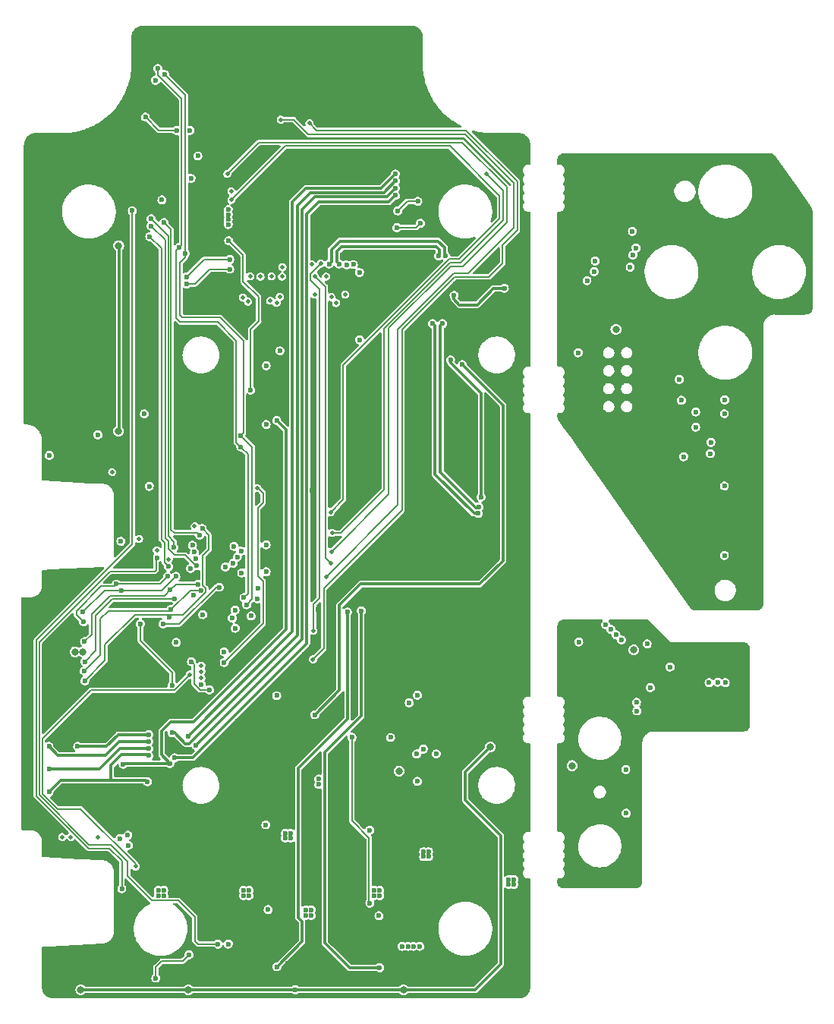
<source format=gbr>
%TF.GenerationSoftware,KiCad,Pcbnew,5.99.0-1.20210520gite8102d8.fc33*%
%TF.CreationDate,2021-05-24T11:11:44+01:00*%
%TF.ProjectId,bugg-panel-r3,62756767-2d70-4616-9e65-6c2d72332e6b,rev?*%
%TF.SameCoordinates,Original*%
%TF.FileFunction,Copper,L3,Inr*%
%TF.FilePolarity,Positive*%
%FSLAX46Y46*%
G04 Gerber Fmt 4.6, Leading zero omitted, Abs format (unit mm)*
G04 Created by KiCad (PCBNEW 5.99.0-1.20210520gite8102d8.fc33) date 2021-05-24 11:11:44*
%MOMM*%
%LPD*%
G01*
G04 APERTURE LIST*
%TA.AperFunction,ComponentPad*%
%ADD10O,0.950000X1.250000*%
%TD*%
%TA.AperFunction,ComponentPad*%
%ADD11O,1.550000X0.890000*%
%TD*%
%TA.AperFunction,ComponentPad*%
%ADD12C,0.500000*%
%TD*%
%TA.AperFunction,ViaPad*%
%ADD13C,0.600000*%
%TD*%
%TA.AperFunction,ViaPad*%
%ADD14C,0.800000*%
%TD*%
%TA.AperFunction,ViaPad*%
%ADD15C,0.500000*%
%TD*%
%TA.AperFunction,Conductor*%
%ADD16C,0.300000*%
%TD*%
%TA.AperFunction,Conductor*%
%ADD17C,0.200000*%
%TD*%
%TA.AperFunction,Conductor*%
%ADD18C,0.372000*%
%TD*%
G04 APERTURE END LIST*
D10*
%TO.N,GND*%
%TO.C,J15*%
X24200000Y34700000D03*
X24200000Y29700000D03*
D11*
X26900000Y35700000D03*
X26900000Y28700000D03*
%TD*%
D12*
%TO.N,GND*%
%TO.C,U101*%
X37400000Y-12225000D03*
X36325000Y-11150000D03*
X36325000Y-12225000D03*
X36325000Y-10075000D03*
X37400000Y-11150000D03*
X38475000Y-10075000D03*
X38475000Y-12225000D03*
X38475000Y-11150000D03*
X37400000Y-10075000D03*
%TD*%
D13*
%TO.N,/SHDNZ*%
X-14200000Y37200000D03*
X-12100000Y400000D03*
%TO.N,/SCL*%
X-10900000Y36000000D03*
X-4050000Y13750000D03*
X-3700000Y-3050000D03*
X-13300000Y55950000D03*
%TO.N,/SDA*%
X-25400000Y12800000D03*
X-12550000Y55300000D03*
X-3400000Y-3850000D03*
X-14800000Y17450002D03*
X-10250000Y35350000D03*
X-4050000Y15000000D03*
%TO.N,/FSYNC*%
X-8650000Y3914088D03*
X48200000Y-12550000D03*
X-12615006Y38775010D03*
X36663564Y-6075291D03*
%TO.N,/BCLK*%
X37252932Y-6616275D03*
X-14050000Y38400000D03*
X49158051Y-12508051D03*
X-8947620Y500714D03*
%TO.N,/SDOUT*%
X-11500000Y2550000D03*
X50000000Y-12550000D03*
X-14050000Y39200000D03*
X37800000Y-7200000D03*
%TO.N,GND*%
X2550000Y57700000D03*
X-2550000Y56700000D03*
X2150000Y46250000D03*
X-18721304Y-1163782D03*
X-6450000Y-950000D03*
X51300000Y-13000000D03*
X1250000Y57700000D03*
X22700000Y-7100000D03*
X350000Y40300000D03*
X12286000Y-34117200D03*
X9500000Y38900000D03*
X-5750000Y-33810000D03*
X13450000Y45150000D03*
X13550000Y30750000D03*
X5800000Y46250000D03*
X-27800000Y29400000D03*
X22700000Y-4700000D03*
X9500000Y40350000D03*
X-13850000Y-1000000D03*
X18900000Y22700000D03*
X-5075000Y-10700000D03*
X27250000Y100000D03*
X-24485600Y-914400D03*
X-2225000Y7925000D03*
X27250000Y-1100000D03*
X-10400000Y16150000D03*
X27250000Y6100000D03*
X4050000Y38900000D03*
X15800000Y51350000D03*
X12300000Y60350000D03*
X22700000Y3700000D03*
X6500000Y-43722694D03*
X27600000Y-20800000D03*
X-13900000Y28800000D03*
X6850000Y5315500D03*
X2925000Y-24600000D03*
D14*
X36100000Y36775000D03*
D13*
X7450000Y-36699998D03*
X-6400000Y18200000D03*
X4650000Y-30786400D03*
X-101600Y14300000D03*
X34000000Y-11800000D03*
X1250000Y60350000D03*
X35350000Y-8700010D03*
X-9700000Y41700000D03*
X-3900000Y49600000D03*
X32000000Y-6200000D03*
X-1531600Y-34269600D03*
X-17850000Y-37200000D03*
X-27800000Y20200000D03*
X8410800Y-30786400D03*
X-101600Y10900000D03*
X-14100000Y46550000D03*
X27250000Y1300000D03*
X3025000Y-22850000D03*
X11200000Y46300000D03*
X39550000Y-13300000D03*
X-13900000Y26100000D03*
X-10500000Y21100000D03*
X15850000Y35500000D03*
X-4375010Y-16873471D03*
X34650000Y-14200000D03*
X2425000Y-20525000D03*
X-7400000Y60400000D03*
X18900000Y21050000D03*
X-13900000Y23700000D03*
X-13625010Y21100000D03*
X12794000Y-33558400D03*
X-3090400Y-30786400D03*
X9975000Y-43475000D03*
X0Y54300000D03*
X-6650000Y-40750000D03*
X-2400000Y50700000D03*
X-10400000Y8900000D03*
X-24993600Y-914400D03*
X-11300000Y6100000D03*
X-7150000Y-36175000D03*
X-12600000Y-25350000D03*
X0Y53350000D03*
X11450000Y-24000000D03*
X-15000000Y6425000D03*
X-6550000Y7300000D03*
X4050000Y20600000D03*
X12325000Y-30775000D03*
X18300000Y37400000D03*
X11250000Y-32858800D03*
X7650000Y40350000D03*
X-9700000Y40300000D03*
X-14200000Y1450000D03*
X19175000Y36725000D03*
X-101600Y23050000D03*
X-13047200Y-30786400D03*
X18900000Y17200000D03*
X2550000Y59100000D03*
X-4000000Y59000000D03*
X16900000Y25550000D03*
X-4000000Y54300000D03*
X-2775010Y-15273471D03*
X22700000Y1300000D03*
X-6200000Y-11900000D03*
X-16725000Y8075000D03*
X19100000Y-44700000D03*
X27250000Y-5900000D03*
X18550000Y-37300000D03*
X4050000Y17600000D03*
X-4950000Y49600000D03*
X-8250000Y-14050000D03*
X3050000Y-9400000D03*
X-10050000Y33950000D03*
X6800000Y49800000D03*
X1250000Y59100000D03*
X-1450000Y43250000D03*
X27250000Y-10700000D03*
X18400000Y50200000D03*
X-20200000Y10400000D03*
X9450000Y46300000D03*
X10650000Y53600000D03*
X-4000000Y56400000D03*
X-13900000Y33020000D03*
X15900000Y34000000D03*
X-13650000Y52150000D03*
X50700000Y-13000000D03*
X-11300000Y1150000D03*
X-14173200Y-7416800D03*
X-16925010Y-1000000D03*
X11225000Y-30775000D03*
X11150000Y38900000D03*
X7450000Y-36175000D03*
X26900000Y20600000D03*
X-16750000Y6300000D03*
X14090000Y-44140000D03*
X-9550000Y-5550000D03*
D14*
X41075000Y17075000D03*
D13*
X-7150000Y-37225000D03*
X9200000Y-27100000D03*
X-23400000Y48200000D03*
X6030000Y-34460000D03*
X100000Y-4600000D03*
X10650000Y59200000D03*
X26700000Y-16200000D03*
X15800000Y53800000D03*
X20800000Y9450000D03*
X-19200000Y-42000000D03*
X-13500000Y11200000D03*
X-25800000Y10800000D03*
X18900000Y11750000D03*
X-101600Y20600000D03*
X22700000Y-8300000D03*
X3475000Y-19650000D03*
X3850000Y8900000D03*
X6226400Y-30786400D03*
X19400000Y7750000D03*
X-14364368Y2544825D03*
X-6500000Y3300000D03*
X-5250000Y48650000D03*
X-9600000Y-6700000D03*
X27250000Y-9500000D03*
X-11200000Y60400000D03*
X-8450000Y-34450000D03*
X-11300000Y4900000D03*
X7650000Y44750000D03*
X27400000Y45900000D03*
X15900000Y33300000D03*
X5850000Y38850000D03*
X16900000Y19100000D03*
X11250000Y-32300000D03*
X5800000Y37400000D03*
X-2565400Y-4241800D03*
X27250000Y4900000D03*
X-6189200Y-30786400D03*
X0Y52650000D03*
X19925000Y31950000D03*
X-7250000Y52850000D03*
X18900000Y13600000D03*
X22050000Y-45900000D03*
X-9724500Y3500000D03*
X8730000Y-33820000D03*
X7350000Y-30786400D03*
X-18150000Y-3850000D03*
X-11950000Y-25350000D03*
X6030000Y-33820000D03*
X-1350000Y-7450000D03*
X0Y6400000D03*
X9500000Y37400000D03*
X18900000Y19150000D03*
X-13250000Y3000000D03*
X15800000Y52100000D03*
X184247Y8814500D03*
X10650000Y56600000D03*
X-4000000Y5800000D03*
X1250000Y55400000D03*
X22700000Y-3500000D03*
X16900000Y13550000D03*
X-7250000Y-30786400D03*
X27600000Y16000000D03*
X1189133Y-43848333D03*
X-3025500Y-9400000D03*
X-1531600Y-32034400D03*
X-550000Y-31800000D03*
X4000000Y46250000D03*
X14650000Y45850000D03*
X15600000Y32350000D03*
X9450000Y43300000D03*
X-1450000Y38850000D03*
X-14350000Y3400000D03*
D14*
X41350000Y-9150000D03*
D13*
X-1450000Y41800000D03*
X-7650000Y30750000D03*
X-6650000Y-40250000D03*
X-7150000Y-36699998D03*
X-18400000Y-32400000D03*
D15*
X6000000Y3050000D03*
D13*
X13400000Y33900000D03*
X4050000Y43250000D03*
X-27800000Y23400000D03*
X-6500000Y52850000D03*
X-3200000Y44750000D03*
X350000Y38850000D03*
X-13625010Y6400000D03*
X27250000Y-3500000D03*
X22450000Y5500000D03*
X39450000Y-24250000D03*
X18900000Y15200000D03*
X-13550000Y9050000D03*
X5850000Y44750000D03*
X43673746Y-13294056D03*
X-20100000Y17100000D03*
X2550000Y60350000D03*
X-11150000Y-19400000D03*
X15700000Y57200000D03*
X-9700000Y41000000D03*
X-2000000Y49650000D03*
X7650000Y37400000D03*
X39450000Y-25350000D03*
X-8350000Y16150000D03*
X27700000Y-35500000D03*
X17450000Y-44500000D03*
X-5173200Y-30786400D03*
X-6500000Y-7100000D03*
X0Y1300000D03*
X2200000Y43250000D03*
X19450000Y10800000D03*
X10650000Y55150000D03*
X7250000Y51750000D03*
X-20750000Y-750000D03*
X11250000Y43250000D03*
X4000000Y44750000D03*
X12794000Y-32999600D03*
X7450000Y-37225000D03*
X31900000Y-27800000D03*
X11150000Y40400000D03*
X-10400000Y11300000D03*
X-1800000Y-44000000D03*
X-14750000Y-3874990D03*
X19700000Y-24025000D03*
X27250000Y-11900000D03*
X15800000Y37500000D03*
X2100000Y-41000000D03*
X11800000Y49750000D03*
X22700000Y2500000D03*
X10650000Y57900000D03*
X2100000Y-40500000D03*
X-7550000Y-39100000D03*
X-8450000Y-33810000D03*
X16950000Y37400000D03*
X-4600000Y33000000D03*
X-7550000Y-39600000D03*
X9200000Y-26400000D03*
X-9389600Y-30786400D03*
D14*
X33800000Y28950000D03*
D13*
X27250000Y-2300000D03*
X22700000Y-9500000D03*
X11800000Y-25300000D03*
X18100000Y9150000D03*
X-13047200Y-33936000D03*
X-8373600Y-30786400D03*
X4050000Y14300000D03*
X16850000Y10450000D03*
X7650000Y38850000D03*
X-27800000Y32400000D03*
X350000Y44750000D03*
X16900000Y21000000D03*
X-6500000Y-5874500D03*
X4050000Y23050000D03*
X31950000Y-13800000D03*
X0Y56750000D03*
X400000Y41800000D03*
X-1531600Y-33710800D03*
X22550000Y4700000D03*
X-1531600Y-33152000D03*
X-27800000Y17000000D03*
X3904000Y-43718400D03*
X-250000Y50700000D03*
X9450000Y44750000D03*
X13400000Y33250000D03*
X27600000Y37200000D03*
X27250000Y3700000D03*
X-4000000Y60300000D03*
X-6086561Y-2575500D03*
X-11300000Y7300000D03*
X27250000Y-4700000D03*
X-10400000Y18200000D03*
X16900000Y24350000D03*
X20000000Y35850000D03*
X-6100000Y1000000D03*
X-6650000Y4900000D03*
X22700000Y-5900000D03*
X-6150000Y-40750000D03*
X-13047200Y-31751600D03*
X4250000Y-7900000D03*
D14*
X40475000Y37025000D03*
D13*
X10500000Y-22950000D03*
X8170000Y-40110000D03*
X-4000000Y53350000D03*
X19998008Y-21098008D03*
X21600000Y-14050000D03*
X-19400000Y49600000D03*
X16900000Y22700000D03*
X-6150000Y-40250000D03*
D14*
X33800000Y28150000D03*
D13*
X3229200Y-32600000D03*
X12286000Y-33558400D03*
X-25800000Y13800000D03*
X-15000000Y7950000D03*
X-5400000Y35700000D03*
X-5750000Y16300000D03*
X4050000Y10900000D03*
X-4106400Y-30786400D03*
X2100000Y-39992064D03*
X12450000Y49750000D03*
X-25700000Y-45650000D03*
X25400000Y47800000D03*
X-15400000Y-3900000D03*
X18350000Y-26320000D03*
X-13900000Y31200000D03*
X-1100000Y-13950000D03*
X4574500Y-4375000D03*
X2550000Y56100000D03*
X27600000Y11000000D03*
X8000000Y51750000D03*
X20500000Y6650000D03*
X31800000Y-20750000D03*
X13550000Y30100000D03*
X27250000Y-8300000D03*
X-2150000Y-34269600D03*
X-5750000Y-34450000D03*
X5850000Y43300000D03*
X-8300000Y6100000D03*
X-2150000Y-33710800D03*
X31650000Y-8750000D03*
X-8350000Y18200000D03*
X-197321Y-1674500D03*
X7130000Y-40100000D03*
X40400000Y-11100000D03*
X4675000Y-24650000D03*
X27700000Y39300000D03*
X-6500000Y-4650000D03*
X9426800Y-30786400D03*
X21800000Y8450000D03*
X7650000Y43300000D03*
X12794000Y-34117200D03*
X-15400000Y60000000D03*
X10650000Y60350000D03*
X13450000Y46600000D03*
X2200000Y44750000D03*
X11250000Y44750000D03*
X4050000Y24700000D03*
X7650000Y46250000D03*
X17000000Y35500000D03*
X-10400000Y13600000D03*
X27250000Y-7100000D03*
X2100000Y-39450000D03*
X7650000Y-40100000D03*
X22700000Y-10700000D03*
X-14681200Y-7416800D03*
X16900000Y15150000D03*
X-10150000Y29006800D03*
X22700000Y-11900000D03*
X22000000Y-14500000D03*
X8730000Y-34460000D03*
X-9400000Y-600000D03*
X27250000Y2500000D03*
X22700000Y100000D03*
X-4000000Y57550000D03*
X-1531600Y-32593200D03*
X-10150000Y30150000D03*
X26400000Y-47200000D03*
X11450000Y-24650000D03*
X-1450000Y40300000D03*
X-7000000Y-39100000D03*
X-4000000Y55250000D03*
X-27800000Y26400000D03*
X5850000Y40300000D03*
X16900000Y17150000D03*
X4050000Y37400000D03*
X-13047200Y-32818400D03*
X-23200000Y-400000D03*
X-7000000Y-39600000D03*
%TO.N,+3V3*%
X-5900000Y-9100000D03*
D14*
X13600000Y-22400000D03*
X-9900000Y-46800000D03*
D13*
X41650000Y-13100000D03*
X2050000Y-46800000D03*
D14*
X39800000Y-8900000D03*
X14100000Y-46800000D03*
D13*
X-13550000Y54650000D03*
D14*
X-21650000Y-9100000D03*
D13*
X39650000Y37800000D03*
D14*
X37800000Y26850000D03*
D13*
X-8850000Y46200000D03*
X-50000Y-14000000D03*
D14*
X-21900000Y-46800000D03*
D13*
X15570000Y-20500000D03*
D14*
X23798008Y-19698008D03*
X-22550000Y-9100000D03*
D13*
X43850000Y-10800000D03*
X-1219200Y22800000D03*
X-1219200Y-180800D03*
D14*
X32900000Y-21800000D03*
D13*
X-1219200Y2819200D03*
X33650000Y-8000000D03*
X-1219200Y16250000D03*
%TO.N,/Power and input connector/Vin*%
X15200000Y-41950000D03*
X13950000Y-41950000D03*
X4650000Y-23300000D03*
X15900000Y-41950000D03*
X4650000Y-23900000D03*
X14600000Y-41950000D03*
%TO.N,/Modem/UIM_SIM_DET*%
X-5400000Y36750000D03*
X-2950000Y20100000D03*
%TO.N,/Modem/UIM_VCC*%
X-11447350Y-20920750D03*
X-25450800Y-24739600D03*
X-14325600Y-20675600D03*
X13206594Y41793406D03*
X-14450000Y-23600000D03*
%TO.N,/USB-UART bridge/CP2102_VDD*%
X12650000Y-18650000D03*
X16310000Y-19960000D03*
%TO.N,/Modem/UIM_RESET_N*%
X-25450800Y-22199600D03*
X-14325600Y-19913600D03*
X-9950000Y-18500000D03*
X13200000Y44200000D03*
%TO.N,Net-(D3-Pad1)*%
X7850000Y-4675000D03*
X-10000Y-44230000D03*
%TO.N,/Modem/UIM_CLK_R*%
X-14325600Y-19100800D03*
X-25450800Y-19659600D03*
%TO.N,/Power and input connector/IN_VIN*%
X16900000Y-31400000D03*
X25850000Y-34500000D03*
X26400000Y-35050000D03*
X16350000Y-31950000D03*
X26400000Y-34500000D03*
X25850000Y-35050000D03*
X16900000Y-31950000D03*
X16350000Y-31400000D03*
%TO.N,/Power and input connector/VIN_DCDC_3V7*%
X10850000Y-35700000D03*
X3209600Y-37886400D03*
X3809600Y-38486400D03*
X3209600Y-38486400D03*
X11450000Y-35700000D03*
X10850000Y-36300000D03*
X3809600Y-37886400D03*
X11450000Y-36300000D03*
%TO.N,/SD_DAT2*%
X-12000000Y-5200000D03*
X-8350000Y4650000D03*
X-21450000Y-12350000D03*
%TO.N,/SD_DAT3*%
X-21500000Y-11250000D03*
X-11840000Y-4390000D03*
X-8500342Y-2249658D03*
%TO.N,/SD_CMD*%
X-11400000Y-3200000D03*
X-21450000Y-10200000D03*
%TO.N,/SD_CLK*%
X-8800000Y-1574800D03*
X-21480000Y-7970000D03*
X-11922998Y-2210328D03*
%TO.N,/SD_DAT0*%
X-12200000Y-700000D03*
X-21600000Y-5750000D03*
X-17925010Y-1553728D03*
%TO.N,/SD_DAT1*%
X-11300000Y-700000D03*
X-17400000Y-2250000D03*
X-21650000Y-4650000D03*
%TO.N,/SD_nDET*%
X-12700000Y-6000000D03*
X-6450000Y-1900000D03*
%TO.N,VBUS*%
X17760000Y-20480000D03*
X15650000Y-23550000D03*
%TO.N,/USB-OTG flashing interface/OTG_USB_DP*%
X25350000Y31450000D03*
X19750000Y30650000D03*
%TO.N,/USB_DN*%
X22500290Y7054808D03*
X18450000Y27500000D03*
%TO.N,/USB_DP*%
X17350000Y27500000D03*
X22456659Y6331621D03*
%TO.N,/USB_OTG_ID*%
X22750000Y8150000D03*
X19350000Y23450000D03*
%TO.N,/Power and input connector/VIN_DCDC_5*%
X-3150000Y-36300000D03*
X-3150000Y-35700000D03*
X-13250000Y-36300000D03*
X-3750000Y-36300000D03*
X-12650000Y-36300000D03*
X-3750000Y-35700000D03*
X-13250000Y-35700000D03*
X-12650000Y-35700000D03*
D15*
%TO.N,Net-(J1-Pad1)*%
X-3800000Y30400000D03*
X-2997200Y32766000D03*
D13*
%TO.N,/RXD*%
X-4700000Y-4450000D03*
X-9300000Y-2800000D03*
%TO.N,/TXD*%
X-5000000Y-5350000D03*
X14750000Y-14800000D03*
X15650000Y-13950000D03*
X-8300000Y-4950000D03*
%TO.N,/nPWR_LED*%
X-12850000Y41300000D03*
X-16150000Y40100000D03*
X-17325000Y-35525000D03*
%TO.N,/LED driver\u002C LED board connections/LED1_R*%
X-9725500Y49050000D03*
X-14700000Y50550000D03*
X-9600000Y43700000D03*
X-11200000Y49050000D03*
%TO.N,+5V*%
X-11250000Y-8050000D03*
X49900000Y9400000D03*
D14*
X-17700000Y15500000D03*
X-17675010Y36200000D03*
D13*
X49900000Y1650000D03*
X-17425000Y3225000D03*
X49900000Y17450000D03*
X33600000Y24250000D03*
X-1000000Y-37850000D03*
X-1250000Y-28400000D03*
%TO.N,Net-(D7-Pad1)*%
X11440000Y-44350000D03*
X9400000Y-4525000D03*
%TO.N,/POWER_ON_N*%
X-5768131Y355976D03*
X-2900000Y-5100000D03*
%TO.N,/RESET_IN_N*%
X-4900000Y775000D03*
X-2200000Y-3200000D03*
%TO.N,/BOOT_MODE*%
X-2150000Y-2050000D03*
X-3950000Y-300000D03*
%TO.N,/SAFE_PWR_REMOVE*%
X-9098196Y1291580D03*
X-4450000Y1450000D03*
%TO.N,/WAKE_ON_WWAN*%
X-4000000Y2125000D03*
X-9250000Y2000000D03*
%TO.N,/TX_ON*%
X-4800000Y2650000D03*
X-9449620Y2799824D03*
D15*
%TO.N,/Modem/1V8_TX_ON*%
X-5100000Y41300000D03*
X5990000Y6480000D03*
%TO.N,/Modem/1V8_WAKE_ON_WWAN*%
X23350000Y44200000D03*
X6150000Y4150000D03*
%TO.N,/Modem/1V8_SAFE_PWR_REMOVE*%
X-5550000Y44200000D03*
X6050000Y2050000D03*
D13*
%TO.N,Net-(D6-Pad2)*%
X-17170400Y-21640800D03*
X-11950000Y-21550000D03*
X-16650000Y-29550000D03*
X-50000Y16700000D03*
D15*
%TO.N,/Modem/1V8_WAKE*%
X6000000Y800000D03*
X4208507Y32800000D03*
%TO.N,/Modem/1V8_BOOT_MODE*%
X400000Y50250000D03*
X5450000Y-750000D03*
%TO.N,/Modem/1V8_RESET_IN_N*%
X4050000Y-6750000D03*
X4900000Y34200000D03*
%TO.N,/Modem/1V8_POWER_ON_N*%
X4000000Y-9950000D03*
X3600000Y49850000D03*
X-5100000Y42250000D03*
D13*
%TO.N,/MODEM_USB_DN*%
X5800000Y34150000D03*
X18800000Y35050000D03*
%TO.N,/MODEM_USB_DP*%
X6900000Y34150000D03*
X18000000Y35050000D03*
D15*
%TO.N,Net-(J9-Pad1)*%
X7600000Y30750000D03*
D13*
X7750000Y34050000D03*
%TO.N,Net-(J8-Pad1)*%
X8500000Y34094998D03*
D15*
X6600000Y29800000D03*
%TO.N,Net-(J7-Pad1)*%
X5450000Y32750000D03*
X6062510Y30465483D03*
%TO.N,Net-(J6-Pad1)*%
X3850000Y34100000D03*
X4200000Y30750000D03*
%TO.N,Net-(J5-Pad1)*%
X600001Y33810538D03*
X300000Y30500000D03*
%TO.N,Net-(J4-Pad1)*%
X-50000Y29800000D03*
X562490Y32750000D03*
%TO.N,Net-(J3-Pad1)*%
X-750000Y30050000D03*
X-609600Y32766000D03*
%TO.N,Net-(J2-Pad1)*%
X-3250000Y29950000D03*
X-1850000Y32750000D03*
D13*
%TO.N,+3V7*%
X9200000Y25700000D03*
X9200000Y33200000D03*
X-5450000Y-41700000D03*
X10350000Y-29000000D03*
X1500000Y-29340000D03*
X11370000Y-38540000D03*
X920000Y-29340000D03*
X325000Y24475000D03*
X920000Y-29870000D03*
X-5450000Y39100000D03*
X1500000Y-29870000D03*
X-5450000Y40200000D03*
X-5450000Y38550000D03*
X-5450000Y39650000D03*
%TO.N,/Modem/UIM_CLK*%
X13200000Y42600000D03*
X-9050000Y-19550000D03*
%TO.N,/GLOBAL_EN_o*%
X-14250000Y9350000D03*
X-11700000Y-12850000D03*
X-20000000Y15100000D03*
X-15250000Y-6000000D03*
%TO.N,/nRPIBOOT*%
X-7550000Y-13350000D03*
X4225000Y-16125000D03*
X-9550000Y-10200000D03*
X20681118Y22932069D03*
%TO.N,/3V7_EN*%
X8350000Y-18650000D03*
X-9650000Y200000D03*
X10350000Y-37130000D03*
X-4675000Y-6475000D03*
%TO.N,Net-(D1-Pad1)*%
X-13525000Y-45500000D03*
X-9825000Y-42900000D03*
%TO.N,Net-(T10-Pad1)*%
X13360400Y38201600D03*
X16000000Y38700000D03*
%TO.N,Net-(T11-Pad1)*%
X15697200Y41148000D03*
X13462000Y40081200D03*
D15*
%TO.N,/nPWR_LED_BUF*%
X-9750000Y-11650000D03*
X-15800000Y-33050000D03*
D13*
%TO.N,Net-(T8-Pad1)*%
X-10109200Y32715200D03*
X-5283200Y34645600D03*
%TO.N,Net-(T9-Pad1)*%
X-10109200Y31902400D03*
X-5283200Y33578800D03*
%TO.N,Net-(Module1-Pad21)*%
X-6600000Y-41700000D03*
X-13350000Y1400000D03*
D15*
%TO.N,Net-(Module1-Pad35)*%
X-13425000Y2225000D03*
X-12100000Y1200000D03*
%TO.N,Net-(Module1-Pad36)*%
X-9200000Y4900000D03*
X-15400000Y3475000D03*
%TO.N,Net-(Module1-Pad92)*%
X-8450000Y-10650000D03*
X-23977600Y-29768800D03*
%TO.N,Net-(Module1-Pad94)*%
X-8450000Y-11300000D03*
X-23012400Y-29768800D03*
%TO.N,Net-(Module1-Pad96)*%
X-8450000Y-12000000D03*
X-19964400Y-29819600D03*
D13*
%TO.N,Net-(Module1-Pad100)*%
X-17526000Y-29921200D03*
X-8450000Y-12750000D03*
D15*
%TO.N,/+1V8*%
X-18400000Y10950000D03*
D13*
X-5900000Y-10300000D03*
D15*
X-2200000Y9150000D03*
D13*
%TO.N,/Modem/UIM_DATA*%
X-22250400Y-19659600D03*
X13225435Y43412246D03*
X-16600000Y-30700000D03*
X-14325600Y-18338800D03*
X-11725000Y-18150000D03*
%TO.N,Net-(LED201-Pad4)*%
X49950000Y19000000D03*
X46700000Y15950000D03*
%TO.N,/LED1_B*%
X44874990Y21275602D03*
X39400000Y33800000D03*
%TO.N,/LED1_G*%
X39700000Y35150000D03*
X45100000Y18950000D03*
%TO.N,/LED1_R*%
X46700000Y17650000D03*
X40050000Y35950000D03*
%TO.N,/LED2_B*%
X45350000Y12650000D03*
X34574990Y32300000D03*
%TO.N,/LED2_G*%
X48350000Y13000000D03*
X35374990Y33300000D03*
%TO.N,/LED2_R*%
X48400000Y14250000D03*
X35500000Y34500000D03*
%TO.N,Net-(R101-Pad2)*%
X38950000Y-27100000D03*
X40150000Y-15700000D03*
%TO.N,Net-(R102-Pad2)*%
X40100000Y-14750000D03*
X38900000Y-22250000D03*
%TO.N,Net-(TP101-Pad1)*%
X41283051Y-8216949D03*
X38425373Y-7775373D03*
%TD*%
D16*
%TO.N,/Modem/UIM_DATA*%
X-11725000Y-18150000D02*
X-11425000Y-18150000D01*
X-11425000Y-18150000D02*
X-10225000Y-19350000D01*
X-10225000Y-19350000D02*
X-9800000Y-19350000D01*
X-9800000Y-19350000D02*
X2250000Y-7300000D01*
X2250000Y-7300000D02*
X2250000Y40650000D01*
X2250000Y40650000D02*
X3724989Y42124989D01*
X11900517Y42124989D02*
X13187774Y43412246D01*
X3724989Y42124989D02*
X11900517Y42124989D01*
X13187774Y43412246D02*
X13225435Y43412246D01*
D17*
%TO.N,/SHDNZ*%
X-12574501Y3074501D02*
X-12574501Y874501D01*
X-12900000Y3400000D02*
X-12574501Y3074501D01*
X-14200000Y37200000D02*
X-12900000Y35900000D01*
X-12574501Y874501D02*
X-12100000Y400000D01*
X-12900000Y35900000D02*
X-12900000Y3400000D01*
%TO.N,/SCL*%
X-3251200Y12951200D02*
X-4050000Y13750000D01*
X-10820400Y27686000D02*
X-6654800Y27686000D01*
X-4574501Y25605701D02*
X-4574501Y14274501D01*
X-6654800Y27686000D02*
X-4574501Y25605701D01*
X-4574501Y14274501D02*
X-4050000Y13750000D01*
X-10900000Y36000000D02*
X-10650000Y36250000D01*
X-3700000Y-3050000D02*
X-3251200Y-2601200D01*
X-11277600Y28143200D02*
X-10820400Y27686000D01*
X-11277600Y35622400D02*
X-11277600Y28143200D01*
X-10650000Y52600000D02*
X-13300000Y55250000D01*
X-13300000Y55250000D02*
X-13300000Y55950000D01*
X-3251200Y-2601200D02*
X-3251200Y12951200D01*
X-10650000Y36250000D02*
X-10650000Y52600000D01*
X-10900000Y36000000D02*
X-11277600Y35622400D01*
%TO.N,/SDA*%
X-10850990Y28478590D02*
X-10566400Y28194000D01*
X-10250000Y35350000D02*
X-10250000Y53000000D01*
X-2794000Y13744000D02*
X-4050000Y15000000D01*
X-10850990Y34310210D02*
X-10850990Y28478590D01*
X-3400000Y-3850000D02*
X-2794000Y-3244000D01*
X-10250000Y34911200D02*
X-10850990Y34310210D01*
X-3750000Y25550000D02*
X-3750000Y15300000D01*
X-10250000Y53000000D02*
X-12550000Y55300000D01*
X-3750000Y15300000D02*
X-4050000Y15000000D01*
X-10566400Y28194000D02*
X-6394000Y28194000D01*
X-2794000Y-3244000D02*
X-2794000Y13744000D01*
X-10250000Y35350000D02*
X-10250000Y34911200D01*
X-6394000Y28194000D02*
X-3750000Y25550000D01*
%TO.N,/FSYNC*%
X-12615006Y38775010D02*
X-11824501Y37984505D01*
X-11824501Y37984505D02*
X-11824501Y4524501D01*
X-8910413Y4174501D02*
X-8650000Y3914088D01*
X-11824501Y4524501D02*
X-11474501Y4174501D01*
X-11474501Y4174501D02*
X-8910413Y4174501D01*
%TO.N,/BCLK*%
X-10252801Y1675784D02*
X-9077731Y500714D01*
X-12496800Y3596800D02*
X-12150000Y3250000D01*
X-12150000Y2373308D02*
X-11452476Y1675784D01*
X-11452476Y1675784D02*
X-10252801Y1675784D01*
X-9077731Y500714D02*
X-8947620Y500714D01*
X-12496800Y36846800D02*
X-12496800Y3596800D01*
X-12150000Y3250000D02*
X-12150000Y2373308D01*
X-14050000Y38400000D02*
X-12496800Y36846800D01*
%TO.N,/SDOUT*%
X-12149011Y3799011D02*
X-11500000Y3150000D01*
X-14050000Y39200000D02*
X-12149011Y37299011D01*
X-11500000Y3150000D02*
X-11500000Y2550000D01*
X-12149011Y37299011D02*
X-12149011Y3799011D01*
D16*
%TO.N,+3V3*%
X14100000Y-46800000D02*
X22100000Y-46800000D01*
X2050000Y-46800000D02*
X-9900000Y-46800000D01*
X24950000Y-29585698D02*
X21000000Y-25635698D01*
X21000000Y-25635698D02*
X21000000Y-22496016D01*
X21000000Y-22496016D02*
X23798008Y-19698008D01*
X22100000Y-46800000D02*
X24950000Y-43950000D01*
X14100000Y-46800000D02*
X2050000Y-46800000D01*
X24950000Y-43950000D02*
X24950000Y-29585698D01*
X-21900000Y-46800000D02*
X-9900000Y-46800000D01*
D17*
%TO.N,/Modem/UIM_SIM_DET*%
X-2050000Y30450000D02*
X-3800000Y32200000D01*
X-2950000Y26850000D02*
X-2050000Y27750000D01*
X-2950000Y20100000D02*
X-2950000Y26850000D01*
X-3800000Y35150000D02*
X-5400000Y36750000D01*
X-3800000Y32200000D02*
X-3800000Y35150000D01*
X-2050000Y27750000D02*
X-2050000Y30450000D01*
D16*
%TO.N,/Modem/UIM_VCC*%
X-14325600Y-20675600D02*
X-14401200Y-20600000D01*
X-14401200Y-20600000D02*
X-17350000Y-20600000D01*
X-9421806Y-20920750D02*
X3324999Y-8173945D01*
X-11447350Y-20920750D02*
X-9421806Y-20920750D01*
X12463188Y41050000D02*
X13206594Y41793406D01*
X3324999Y39724999D02*
X4650000Y41050000D01*
X4650000Y41050000D02*
X12463188Y41050000D01*
X-18531200Y-21781200D02*
X-18531200Y-23418800D01*
X3324999Y-8173945D02*
X3324999Y39724999D01*
X-17350000Y-20600000D02*
X-18531200Y-21781200D01*
X-14631200Y-23418800D02*
X-14450000Y-23600000D01*
X-25450800Y-24739600D02*
X-24130000Y-23418800D01*
X-18531200Y-23418800D02*
X-14631200Y-23418800D01*
X-24130000Y-23418800D02*
X-18531200Y-23418800D01*
%TO.N,/Modem/UIM_RESET_N*%
X11600000Y42600000D02*
X3200000Y42600000D01*
X3200000Y42600000D02*
X1700000Y41100000D01*
X1700000Y-6850000D02*
X-9950000Y-18500000D01*
X-17563600Y-19913600D02*
X-14325600Y-19913600D01*
X13200000Y44200000D02*
X11600000Y42600000D01*
X1700000Y41100000D02*
X1700000Y-6850000D01*
X-19849600Y-22199600D02*
X-17563600Y-19913600D01*
X-25450800Y-22199600D02*
X-19849600Y-22199600D01*
%TO.N,Net-(D3-Pad1)*%
X2350000Y-22125000D02*
X2350000Y-38749869D01*
X2800000Y-41420000D02*
X-10000Y-44230000D01*
X7850000Y-4675000D02*
X7850000Y-16625000D01*
X2350000Y-38749869D02*
X2800000Y-39199869D01*
X7850000Y-16625000D02*
X2350000Y-22125000D01*
X2800000Y-39199869D02*
X2800000Y-41420000D01*
%TO.N,/Modem/UIM_CLK_R*%
X-24485600Y-20624800D02*
X-19174800Y-20624800D01*
X-25450800Y-19659600D02*
X-24485600Y-20624800D01*
X-17650800Y-19100800D02*
X-14325600Y-19100800D01*
X-19174800Y-20624800D02*
X-17650800Y-19100800D01*
D17*
%TO.N,/SD_DAT2*%
X-8274989Y-1700010D02*
X-7974999Y-2000000D01*
X-7600000Y2300000D02*
X-8274989Y1625011D01*
X-7974999Y-2466071D02*
X-10508928Y-5000000D01*
X-12000000Y-5050000D02*
X-11950000Y-5000000D01*
X-19200000Y-10100000D02*
X-19200000Y-8322998D01*
X-15877002Y-5000000D02*
X-11950000Y-5000000D01*
X-10508928Y-5000000D02*
X-11950000Y-5000000D01*
X-7974999Y-2000000D02*
X-7974999Y-2466071D01*
X-8350000Y4650000D02*
X-7600000Y3900000D01*
X-12000000Y-5200000D02*
X-12000000Y-5050000D01*
X-8274989Y1625011D02*
X-8274989Y-1700010D01*
X-19200000Y-8322998D02*
X-15877002Y-5000000D01*
X-21450000Y-12350000D02*
X-19200000Y-10100000D01*
X-7600000Y3900000D02*
X-7600000Y2300000D01*
%TO.N,/SD_DAT3*%
X-19710400Y-5435600D02*
X-19710400Y-9460400D01*
X-9699658Y-2249658D02*
X-8500342Y-2249658D01*
X-18824800Y-4550000D02*
X-19710400Y-5435600D01*
X-19710400Y-9460400D02*
X-21500000Y-11250000D01*
X-11840000Y-4390000D02*
X-9699658Y-2249658D01*
X-12000000Y-4550000D02*
X-18824800Y-4550000D01*
X-11840000Y-4390000D02*
X-12000000Y-4550000D01*
%TO.N,/SD_CMD*%
X-20218400Y-8968400D02*
X-20218400Y-5080000D01*
X-21450000Y-10200000D02*
X-20218400Y-8968400D01*
X-20218400Y-5080000D02*
X-18363399Y-3224999D01*
X-11424999Y-3224999D02*
X-11400000Y-3200000D01*
X-18363399Y-3224999D02*
X-11424999Y-3224999D01*
%TO.N,/SD_CLK*%
X-18670000Y-2870000D02*
X-12582670Y-2870000D01*
X-21480000Y-7970000D02*
X-20700000Y-7190000D01*
X-8800000Y-1574800D02*
X-11287470Y-1574800D01*
X-21480000Y-7970000D02*
X-21460000Y-7950000D01*
X-20700000Y-7190000D02*
X-20700000Y-4900000D01*
X-11287470Y-1574800D02*
X-11922998Y-2210328D01*
X-20700000Y-4900000D02*
X-18670000Y-2870000D01*
X-12582670Y-2870000D02*
X-11922998Y-2210328D01*
%TO.N,/SD_DAT0*%
X-17925010Y-1553728D02*
X-13053728Y-1553728D01*
X-13053728Y-1553728D02*
X-12200000Y-700000D01*
X-22400000Y-4559634D02*
X-19640366Y-1800000D01*
X-19640366Y-1800000D02*
X-18171282Y-1800000D01*
X-18171282Y-1800000D02*
X-17925010Y-1553728D01*
X-22400000Y-4950000D02*
X-22400000Y-4559634D01*
X-21600000Y-5750000D02*
X-22400000Y-4950000D01*
%TO.N,/SD_DAT1*%
X-17400000Y-2250000D02*
X-12850000Y-2250000D01*
X-21650000Y-4650000D02*
X-19250000Y-2250000D01*
X-12850000Y-2250000D02*
X-11300000Y-700000D01*
X-19250000Y-2250000D02*
X-17400000Y-2250000D01*
%TO.N,/SD_nDET*%
X-12700000Y-6000000D02*
X-10900000Y-6000000D01*
X-10900000Y-6000000D02*
X-6800000Y-1900000D01*
X-6800000Y-1900000D02*
X-6450000Y-1900000D01*
D16*
%TO.N,/USB-OTG flashing interface/OTG_USB_DP*%
X19750000Y30200000D02*
X20350000Y29600000D01*
X24150000Y31450000D02*
X25350000Y31450000D01*
X20350000Y29600000D02*
X22300000Y29600000D01*
X19800000Y30600000D02*
X19750000Y30650000D01*
X22300000Y29600000D02*
X24150000Y31450000D01*
X19750000Y30650000D02*
X19750000Y30200000D01*
D18*
%TO.N,/USB_DN*%
X18450000Y27500000D02*
X18186001Y27236001D01*
X18186001Y27236001D02*
X18186001Y10968465D01*
X18200000Y10950000D02*
X22210239Y6939761D01*
X22210239Y6939761D02*
X22385243Y6939761D01*
X22385243Y6939761D02*
X22500290Y7054808D01*
%TO.N,/USB_DP*%
X17613999Y27236001D02*
X17613999Y10731535D01*
X21973309Y6367759D02*
X22420521Y6367759D01*
X17350000Y27500000D02*
X17613999Y27236001D01*
X17627998Y10713070D02*
X21973309Y6367759D01*
X22420521Y6367759D02*
X22456659Y6331621D01*
D16*
%TO.N,/USB_OTG_ID*%
X19350000Y23150000D02*
X22750000Y19750000D01*
X22750000Y19750000D02*
X22750000Y8150000D01*
X19350000Y23450000D02*
X19350000Y23150000D01*
D17*
%TO.N,/nPWR_LED*%
X-26850021Y-25194247D02*
X-26850021Y-7800021D01*
X-21019268Y-31025000D02*
X-26850021Y-25194247D01*
X-26850021Y-7800021D02*
X-16150000Y2900000D01*
X-18750000Y-31025000D02*
X-21019268Y-31025000D01*
X-17325000Y-32450000D02*
X-18750000Y-31025000D01*
X-17325000Y-35525000D02*
X-17325000Y-32450000D01*
X-16150000Y2900000D02*
X-16150000Y40100000D01*
%TO.N,/LED driver\u002C LED board connections/LED1_R*%
X-13200000Y49050000D02*
X-14700000Y50550000D01*
X-11200000Y49050000D02*
X-13200000Y49050000D01*
D16*
%TO.N,+5V*%
X-17600000Y36124990D02*
X-17600000Y15600000D01*
X-17600000Y15600000D02*
X-17700000Y15500000D01*
X-17675010Y36200000D02*
X-17600000Y36124990D01*
%TO.N,Net-(D7-Pad1)*%
X9400000Y-16250000D02*
X5300000Y-20350000D01*
X5300000Y-20350000D02*
X5300000Y-41575000D01*
X9400000Y-4525000D02*
X9400000Y-16250000D01*
X5300000Y-41575000D02*
X8075000Y-44350000D01*
X8075000Y-44350000D02*
X11440000Y-44350000D01*
D17*
%TO.N,/Modem/1V8_TX_ON*%
X19250000Y47300000D02*
X24800000Y41750000D01*
X-5100000Y41300000D02*
X900000Y47300000D01*
X19200000Y34700000D02*
X7374501Y22874501D01*
X7374501Y22874501D02*
X7374501Y7864501D01*
X24800000Y41750000D02*
X24800000Y39200000D01*
X20300000Y34700000D02*
X19200000Y34700000D01*
X900000Y47300000D02*
X19250000Y47300000D01*
X24800000Y39200000D02*
X20300000Y34700000D01*
X7374501Y7864501D02*
X5990000Y6480000D01*
%TO.N,/Modem/1V8_WAKE_ON_WWAN*%
X7100000Y4150000D02*
X6150000Y4150000D01*
X19279662Y34300000D02*
X11950000Y26970338D01*
X11950000Y9000000D02*
X7100000Y4150000D01*
X11950000Y26970338D02*
X11950000Y9000000D01*
X25200000Y39000000D02*
X20500000Y34300000D01*
X20500000Y34300000D02*
X19279662Y34300000D01*
X23350000Y44200000D02*
X25200000Y42350000D01*
X25200000Y42350000D02*
X25200000Y39000000D01*
%TO.N,/Modem/1V8_SAFE_PWR_REMOVE*%
X12450000Y8450000D02*
X12450000Y8700000D01*
X25600000Y42750000D02*
X20650000Y47700000D01*
X20750000Y33900000D02*
X25600000Y38750000D01*
X12450000Y8450000D02*
X6050000Y2050000D01*
X-2050000Y47700000D02*
X-5550000Y44200000D01*
X12450000Y27010704D02*
X19339296Y33900000D01*
X20650000Y47700000D02*
X-2050000Y47700000D01*
X19339296Y33900000D02*
X20750000Y33900000D01*
X25600000Y38750000D02*
X25600000Y42750000D01*
X12450000Y8450000D02*
X12450000Y27010704D01*
D16*
%TO.N,Net-(D6-Pad2)*%
X-12900000Y-20600000D02*
X-11950000Y-21550000D01*
X1000000Y-6600000D02*
X-9325000Y-16925000D01*
X-11875000Y-16925000D02*
X-12900000Y-17950000D01*
X-17079600Y-21550000D02*
X-17170400Y-21640800D01*
X-11950000Y-21550000D02*
X-17079600Y-21550000D01*
X0Y16650000D02*
X1000000Y15650000D01*
X-12900000Y-17950000D02*
X-12900000Y-20600000D01*
X-9325000Y-16925000D02*
X-11875000Y-16925000D01*
X0Y16650000D02*
X-50000Y16700000D01*
X1000000Y15650000D02*
X1000000Y-6600000D01*
D17*
%TO.N,/Modem/1V8_WAKE*%
X6000000Y800000D02*
X5400000Y1400000D01*
X5400000Y31608507D02*
X4208507Y32800000D01*
X5400000Y1400000D02*
X5400000Y31608507D01*
%TO.N,/Modem/1V8_BOOT_MODE*%
X20975000Y48600000D02*
X26400000Y43175000D01*
X400000Y50250000D02*
X1850000Y50250000D01*
X13450000Y7250000D02*
X5450000Y-750000D01*
X26400000Y38200000D02*
X21300000Y33100000D01*
X19700000Y33100000D02*
X13450000Y26850000D01*
X1850000Y50250000D02*
X3500000Y48600000D01*
X21300000Y33100000D02*
X19700000Y33100000D01*
X3500000Y48600000D02*
X20975000Y48600000D01*
X26400000Y43175000D02*
X26400000Y38200000D01*
X13450000Y26850000D02*
X13450000Y7250000D01*
%TO.N,/Modem/1V8_RESET_IN_N*%
X4050000Y-3800000D02*
X4050000Y-6750000D01*
X4900000Y34200000D02*
X3733506Y33033506D01*
X4700000Y-3150000D02*
X4050000Y-3800000D01*
X3733506Y32316494D02*
X4700000Y31350000D01*
X3733506Y33033506D02*
X3733506Y32316494D01*
X4700000Y31350000D02*
X4700000Y-3150000D01*
%TO.N,/Modem/1V8_POWER_ON_N*%
X25150000Y34200000D02*
X23650000Y32700000D01*
X3600000Y49850000D02*
X4400000Y49050000D01*
X26800000Y43350000D02*
X26800000Y37900000D01*
X5200000Y-2050000D02*
X5200000Y-8750000D01*
X13950000Y6700000D02*
X5200000Y-2050000D01*
X19800000Y32700000D02*
X13950000Y26850000D01*
X13950000Y26850000D02*
X13950000Y6700000D01*
X26800000Y37900000D02*
X25150000Y36250000D01*
X25150000Y36250000D02*
X25150000Y34200000D01*
X4400000Y49050000D02*
X21100000Y49050000D01*
X21100000Y49050000D02*
X26800000Y43350000D01*
X5200000Y-8750000D02*
X4000000Y-9950000D01*
X23650000Y32700000D02*
X19800000Y32700000D01*
D18*
%TO.N,/MODEM_USB_DN*%
X6981534Y36686000D02*
X6064000Y35768466D01*
X18686001Y35968465D02*
X17968466Y36686000D01*
X18686001Y35163999D02*
X18686001Y35968465D01*
X6064000Y34414000D02*
X5800000Y34150000D01*
X17968466Y36686000D02*
X6981534Y36686000D01*
X6064000Y35768466D02*
X6064000Y34414000D01*
X18800000Y35050000D02*
X18686001Y35163999D01*
%TO.N,/MODEM_USB_DP*%
X7218466Y36114000D02*
X6636000Y35531534D01*
X18113999Y35163999D02*
X18113999Y35731535D01*
X17731534Y36114000D02*
X7218466Y36114000D01*
X6636000Y35531534D02*
X6636000Y34414000D01*
X6636000Y34414000D02*
X6900000Y34150000D01*
X18000000Y35050000D02*
X18113999Y35163999D01*
X18113999Y35731535D02*
X17731534Y36114000D01*
D16*
%TO.N,/Modem/UIM_CLK*%
X2800000Y40200000D02*
X4250000Y41650000D01*
X12250000Y41650000D02*
X13200000Y42600000D01*
X4250000Y41650000D02*
X12250000Y41650000D01*
X2800000Y-7700000D02*
X2800000Y40200000D01*
X-9050000Y-19550000D02*
X2800000Y-7700000D01*
D17*
%TO.N,/GLOBAL_EN_o*%
X-11700000Y-11450000D02*
X-11700000Y-12850000D01*
X-15250000Y-7900000D02*
X-11700000Y-11450000D01*
X-15250000Y-6000000D02*
X-15250000Y-7900000D01*
%TO.N,/nRPIBOOT*%
X-9250000Y-10500000D02*
X-9250000Y-12700000D01*
D16*
X6950000Y-13400000D02*
X6950000Y-3925000D01*
D17*
X-9550000Y-10200000D02*
X-9250000Y-10500000D01*
D16*
X6950000Y-3925000D02*
X9325000Y-1550000D01*
X22625000Y-1550000D02*
X25200000Y1025000D01*
X4225000Y-16125000D02*
X6950000Y-13400000D01*
D17*
X-8600000Y-13350000D02*
X-7550000Y-13350000D01*
X-9250000Y-12700000D02*
X-8600000Y-13350000D01*
D16*
X25200000Y18413187D02*
X20681118Y22932069D01*
X9325000Y-1550000D02*
X22625000Y-1550000D01*
X25200000Y1025000D02*
X25200000Y18413187D01*
D17*
%TO.N,/3V7_EN*%
X10250000Y-37030000D02*
X10350000Y-37130000D01*
X8350000Y-27950000D02*
X10250000Y-29850000D01*
X8350000Y-18650000D02*
X8350000Y-27950000D01*
X10250000Y-29850000D02*
X10250000Y-37030000D01*
%TO.N,Net-(D1-Pad1)*%
X-9825000Y-42900000D02*
X-10525000Y-43600000D01*
X-13450000Y-44200000D02*
X-13525000Y-44275000D01*
X-10525000Y-43600000D02*
X-12225000Y-43600000D01*
X-12225000Y-43600000D02*
X-12850000Y-43600000D01*
X-12850000Y-43600000D02*
X-13450000Y-44200000D01*
X-13525000Y-44275000D02*
X-13525000Y-45500000D01*
%TO.N,Net-(T10-Pad1)*%
X13360400Y38201600D02*
X15501600Y38201600D01*
X15501600Y38201600D02*
X16000000Y38700000D01*
%TO.N,Net-(T11-Pad1)*%
X13462000Y40081200D02*
X14528800Y41148000D01*
X14528800Y41148000D02*
X15697200Y41148000D01*
%TO.N,/nPWR_LED_BUF*%
X-26200000Y-24925000D02*
X-26200000Y-18825000D01*
X-15800000Y-33050000D02*
X-15800000Y-32725000D01*
X-15800000Y-32725000D02*
X-21900000Y-26625000D01*
X-24500000Y-26625000D02*
X-26200000Y-24925000D01*
X-11475001Y-13375001D02*
X-9750000Y-11650000D01*
X-20750001Y-13375001D02*
X-11475001Y-13375001D01*
X-21900000Y-26625000D02*
X-24500000Y-26625000D01*
X-26200000Y-18825000D02*
X-20750001Y-13375001D01*
%TO.N,Net-(T8-Pad1)*%
X-10109200Y32715200D02*
X-8178800Y34645600D01*
X-8178800Y34645600D02*
X-5283200Y34645600D01*
%TO.N,Net-(T9-Pad1)*%
X-9194800Y31902400D02*
X-7518400Y33578800D01*
X-10109200Y31902400D02*
X-9194800Y31902400D01*
X-7518400Y33578800D02*
X-5283200Y33578800D01*
%TO.N,Net-(Module1-Pad21)*%
X-18650000Y-150000D02*
X-26525011Y-8025011D01*
X-13975000Y-36825000D02*
X-11050000Y-36825000D01*
X-26525011Y-25059623D02*
X-20984634Y-30600000D01*
X-18450000Y-150000D02*
X-13675000Y-150000D01*
X-20984634Y-30600000D02*
X-18587500Y-30600000D01*
X-18450000Y-150000D02*
X-18400000Y-150000D01*
X-13500000Y25000D02*
X-13500000Y1250000D01*
X-18587500Y-30600000D02*
X-16675000Y-32512500D01*
X-16675000Y-32512500D02*
X-16675000Y-34125000D01*
X-13675000Y-150000D02*
X-13500000Y25000D01*
X-11050000Y-36825000D02*
X-9175000Y-38700000D01*
X-9175000Y-41350000D02*
X-8825000Y-41700000D01*
X-26525011Y-8025011D02*
X-26525011Y-25059623D01*
X-18450000Y-150000D02*
X-18650000Y-150000D01*
X-9175000Y-38700000D02*
X-9175000Y-41350000D01*
X-8825000Y-41700000D02*
X-6600000Y-41700000D01*
X-16675000Y-34125000D02*
X-13975000Y-36825000D01*
X-13500000Y1250000D02*
X-13350000Y1400000D01*
%TO.N,/+1V8*%
X-1550000Y-1250000D02*
X-2150000Y-650000D01*
X-1550000Y-5950000D02*
X-5900000Y-10300000D01*
X-1550000Y7550000D02*
X-1550000Y8600000D01*
X-2150000Y-650000D02*
X-2150000Y6950000D01*
X-1550000Y-5950000D02*
X-1550000Y-1250000D01*
X-2150000Y6950000D02*
X-1550000Y7550000D01*
X-1550000Y8600000D02*
X-2100000Y9150000D01*
X-2100000Y9150000D02*
X-2200000Y9150000D01*
D16*
%TO.N,/Modem/UIM_DATA*%
X-19059600Y-19659600D02*
X-17738800Y-18338800D01*
X-17738800Y-18338800D02*
X-14325600Y-18338800D01*
X-22250400Y-19659600D02*
X-19059600Y-19659600D01*
%TD*%
%TA.AperFunction,Conductor*%
%TO.N,GND*%
G36*
X21861717Y49047839D02*
G01*
X21929927Y49027811D01*
X22049845Y48992600D01*
X22054220Y48991012D01*
X22054246Y48991092D01*
X22060145Y48989187D01*
X22065816Y48986719D01*
X22077081Y48984268D01*
X22085775Y48982050D01*
X22096860Y48978795D01*
X22103022Y48978244D01*
X22109110Y48977089D01*
X22109094Y48977006D01*
X22113712Y48976300D01*
X22590378Y48872607D01*
X22594868Y48871333D01*
X22594888Y48871416D01*
X22600890Y48869941D01*
X22606735Y48867879D01*
X22615628Y48866600D01*
X22618145Y48866238D01*
X22626978Y48864645D01*
X22638265Y48862190D01*
X22644453Y48862079D01*
X22650601Y48861363D01*
X22650591Y48861278D01*
X22655244Y48860904D01*
X22795845Y48840689D01*
X23138099Y48791479D01*
X23142667Y48790529D01*
X23142681Y48790612D01*
X23148784Y48789567D01*
X23154754Y48787930D01*
X23165908Y48787133D01*
X23166250Y48787108D01*
X23175193Y48786146D01*
X23180481Y48785386D01*
X23180483Y48785386D01*
X23186609Y48784505D01*
X23192784Y48784836D01*
X23198976Y48784559D01*
X23198972Y48784475D01*
X23203630Y48784434D01*
X23475194Y48765011D01*
X23689540Y48749680D01*
X23693964Y48749285D01*
X23698853Y48748762D01*
X23704911Y48747503D01*
X23711099Y48747450D01*
X23711101Y48747450D01*
X23715022Y48747417D01*
X23718061Y48747391D01*
X23725964Y48747075D01*
X23739100Y48746136D01*
X23745244Y48746908D01*
X23750170Y48747040D01*
X23754619Y48747080D01*
X23847430Y48746290D01*
X24022965Y48744795D01*
X24029041Y48745950D01*
X24029042Y48745950D01*
X24038690Y48747784D01*
X24062219Y48750000D01*
X26936015Y48750000D01*
X26962818Y48747116D01*
X26970256Y48745496D01*
X26976443Y48745384D01*
X26976444Y48745384D01*
X27009010Y48744795D01*
X27066625Y48743753D01*
X27074219Y48743386D01*
X27109683Y48740596D01*
X27119504Y48739433D01*
X27269350Y48715700D01*
X27279049Y48713771D01*
X27302411Y48708162D01*
X27311926Y48705478D01*
X27456193Y48658603D01*
X27465475Y48655179D01*
X27487693Y48645976D01*
X27496677Y48641834D01*
X27631810Y48572981D01*
X27640444Y48568146D01*
X27660969Y48555568D01*
X27669182Y48550081D01*
X27791896Y48460923D01*
X27799662Y48454801D01*
X27817954Y48439178D01*
X27825209Y48432471D01*
X27932462Y48325219D01*
X27939176Y48317956D01*
X27954794Y48299670D01*
X27954806Y48299656D01*
X27960928Y48291890D01*
X27982212Y48262595D01*
X28050079Y48169183D01*
X28055574Y48160959D01*
X28068136Y48140460D01*
X28072971Y48131827D01*
X28141837Y47996669D01*
X28145976Y47987691D01*
X28148338Y47981990D01*
X28155179Y47965475D01*
X28158599Y47956207D01*
X28180156Y47889860D01*
X28205478Y47811926D01*
X28208164Y47802404D01*
X28213770Y47779053D01*
X28215700Y47769350D01*
X28239433Y47619504D01*
X28240596Y47609679D01*
X28243386Y47574229D01*
X28243753Y47566625D01*
X28245496Y47470256D01*
X28247116Y47462818D01*
X28250000Y47436015D01*
X28250000Y45361768D01*
X28248042Y45339645D01*
X28244552Y45320082D01*
X28244675Y45313893D01*
X28244190Y45307721D01*
X28241429Y45307938D01*
X28225904Y45250949D01*
X28173172Y45203411D01*
X28102143Y45192053D01*
X28042066Y45199962D01*
X28042065Y45199962D01*
X28037979Y45200500D01*
X27962021Y45200500D01*
X27957935Y45199962D01*
X27957934Y45199962D01*
X27924468Y45195556D01*
X27843285Y45184868D01*
X27697250Y45124378D01*
X27571847Y45028153D01*
X27475622Y44902750D01*
X27415132Y44756715D01*
X27394500Y44600000D01*
X27395578Y44591812D01*
X27407415Y44501905D01*
X27415132Y44443285D01*
X27475622Y44297250D01*
X27510659Y44251589D01*
X27568120Y44176704D01*
X27593720Y44110484D01*
X27579455Y44040935D01*
X27568120Y44023296D01*
X27554893Y44006058D01*
X27475622Y43902750D01*
X27415132Y43756715D01*
X27394500Y43600000D01*
X27415132Y43443285D01*
X27475622Y43297250D01*
X27490502Y43277858D01*
X27568120Y43176704D01*
X27593720Y43110484D01*
X27579455Y43040935D01*
X27568120Y43023296D01*
X27475622Y42902750D01*
X27415132Y42756715D01*
X27394500Y42600000D01*
X27415132Y42443285D01*
X27475622Y42297250D01*
X27511878Y42250000D01*
X27568120Y42176704D01*
X27593720Y42110484D01*
X27579455Y42040935D01*
X27568120Y42023296D01*
X27475622Y41902750D01*
X27415132Y41756715D01*
X27394500Y41600000D01*
X27415132Y41443285D01*
X27475622Y41297250D01*
X27517587Y41242560D01*
X27568120Y41176704D01*
X27593720Y41110484D01*
X27579455Y41040935D01*
X27568120Y41023296D01*
X27551222Y41001274D01*
X27475622Y40902750D01*
X27433367Y40800738D01*
X27421820Y40772860D01*
X27415132Y40756715D01*
X27394500Y40600000D01*
X27415132Y40443285D01*
X27475622Y40297250D01*
X27480649Y40290699D01*
X27552339Y40197271D01*
X27571847Y40171847D01*
X27578393Y40166824D01*
X27587917Y40159516D01*
X27697250Y40075622D01*
X27843285Y40015132D01*
X27897860Y40007947D01*
X27957934Y40000038D01*
X27957935Y40000038D01*
X27962021Y39999500D01*
X28037979Y39999500D01*
X28042065Y40000038D01*
X28042066Y40000038D01*
X28102143Y40007947D01*
X28172292Y39997007D01*
X28225390Y39949879D01*
X28241382Y39892058D01*
X28244190Y39892279D01*
X28244675Y39886107D01*
X28244552Y39879918D01*
X28245639Y39873827D01*
X28245639Y39873823D01*
X28248041Y39860362D01*
X28250000Y39838232D01*
X28250000Y22861768D01*
X28248042Y22839645D01*
X28244552Y22820082D01*
X28244675Y22813893D01*
X28244190Y22807721D01*
X28241429Y22807938D01*
X28225904Y22750949D01*
X28173172Y22703411D01*
X28102143Y22692053D01*
X28042066Y22699962D01*
X28042065Y22699962D01*
X28037979Y22700500D01*
X27962021Y22700500D01*
X27957935Y22699962D01*
X27957934Y22699962D01*
X27941816Y22697840D01*
X27843285Y22684868D01*
X27697250Y22624378D01*
X27571847Y22528153D01*
X27475622Y22402750D01*
X27415132Y22256715D01*
X27394500Y22100000D01*
X27415132Y21943285D01*
X27475622Y21797250D01*
X27529087Y21727573D01*
X27568120Y21676704D01*
X27593720Y21610484D01*
X27579455Y21540935D01*
X27568120Y21523296D01*
X27475622Y21402750D01*
X27415132Y21256715D01*
X27394500Y21100000D01*
X27415132Y20943285D01*
X27475622Y20797250D01*
X27539291Y20714275D01*
X27568120Y20676704D01*
X27593720Y20610484D01*
X27579455Y20540935D01*
X27568120Y20523296D01*
X27475622Y20402750D01*
X27415132Y20256715D01*
X27414054Y20248527D01*
X27413179Y20241877D01*
X27394500Y20100000D01*
X27415132Y19943285D01*
X27475622Y19797250D01*
X27515454Y19745340D01*
X27568120Y19676704D01*
X27593720Y19610484D01*
X27579455Y19540935D01*
X27568120Y19523296D01*
X27475622Y19402750D01*
X27415132Y19256715D01*
X27394500Y19100000D01*
X27415132Y18943285D01*
X27475622Y18797250D01*
X27518714Y18741092D01*
X27568120Y18676704D01*
X27593720Y18610484D01*
X27579455Y18540935D01*
X27568120Y18523296D01*
X27558621Y18510916D01*
X27475622Y18402750D01*
X27415132Y18256715D01*
X27394500Y18100000D01*
X27415132Y17943285D01*
X27418292Y17935656D01*
X27421658Y17927531D01*
X27475622Y17797250D01*
X27571847Y17671847D01*
X27697250Y17575622D01*
X27843285Y17515132D01*
X27897860Y17507947D01*
X27957934Y17500038D01*
X27957935Y17500038D01*
X27962021Y17499500D01*
X28037979Y17499500D01*
X28042065Y17500038D01*
X28042066Y17500038D01*
X28102143Y17507947D01*
X28172292Y17497007D01*
X28225390Y17449879D01*
X28241382Y17392058D01*
X28244190Y17392279D01*
X28244675Y17386107D01*
X28244552Y17379918D01*
X28245639Y17373827D01*
X28245639Y17373823D01*
X28248041Y17360362D01*
X28250000Y17338232D01*
X28250000Y-13938232D01*
X28248042Y-13960355D01*
X28244552Y-13979918D01*
X28244675Y-13986107D01*
X28244190Y-13992279D01*
X28241429Y-13992062D01*
X28225904Y-14049051D01*
X28173172Y-14096589D01*
X28102143Y-14107947D01*
X28042066Y-14100038D01*
X28042065Y-14100038D01*
X28037979Y-14099500D01*
X27962021Y-14099500D01*
X27957935Y-14100038D01*
X27957934Y-14100038D01*
X27924468Y-14104444D01*
X27843285Y-14115132D01*
X27697250Y-14175622D01*
X27690699Y-14180649D01*
X27600323Y-14249997D01*
X27571847Y-14271847D01*
X27475622Y-14397250D01*
X27415132Y-14543285D01*
X27394500Y-14700000D01*
X27415132Y-14856715D01*
X27475622Y-15002750D01*
X27510659Y-15048411D01*
X27568120Y-15123296D01*
X27593720Y-15189516D01*
X27579455Y-15259065D01*
X27568120Y-15276704D01*
X27475622Y-15397250D01*
X27415132Y-15543285D01*
X27414054Y-15551473D01*
X27413179Y-15558123D01*
X27394500Y-15700000D01*
X27415132Y-15856715D01*
X27475622Y-16002750D01*
X27527200Y-16069968D01*
X27568120Y-16123296D01*
X27593720Y-16189516D01*
X27579455Y-16259065D01*
X27568120Y-16276704D01*
X27475622Y-16397250D01*
X27415132Y-16543285D01*
X27414054Y-16551473D01*
X27406025Y-16612459D01*
X27394500Y-16700000D01*
X27415132Y-16856715D01*
X27475622Y-17002750D01*
X27480649Y-17009301D01*
X27568120Y-17123296D01*
X27593720Y-17189516D01*
X27579455Y-17259065D01*
X27568120Y-17276704D01*
X27475622Y-17397250D01*
X27415132Y-17543285D01*
X27414054Y-17551473D01*
X27404816Y-17621642D01*
X27394500Y-17700000D01*
X27415132Y-17856715D01*
X27475622Y-18002750D01*
X27526487Y-18069038D01*
X27568120Y-18123296D01*
X27593720Y-18189516D01*
X27579455Y-18259065D01*
X27568120Y-18276704D01*
X27475622Y-18397250D01*
X27415132Y-18543285D01*
X27394500Y-18700000D01*
X27415132Y-18856715D01*
X27475622Y-19002750D01*
X27571847Y-19128153D01*
X27697250Y-19224378D01*
X27843285Y-19284868D01*
X27897860Y-19292053D01*
X27957934Y-19299962D01*
X27957935Y-19299962D01*
X27962021Y-19300500D01*
X28037979Y-19300500D01*
X28042065Y-19299962D01*
X28042066Y-19299962D01*
X28102143Y-19292053D01*
X28172292Y-19302993D01*
X28225390Y-19350121D01*
X28241382Y-19407942D01*
X28244190Y-19407721D01*
X28244675Y-19413893D01*
X28244552Y-19420082D01*
X28245639Y-19426173D01*
X28245639Y-19426177D01*
X28248041Y-19439638D01*
X28250000Y-19461768D01*
X28250000Y-29038232D01*
X28248041Y-29060362D01*
X28246741Y-29067651D01*
X28244552Y-29079918D01*
X28244675Y-29086107D01*
X28244190Y-29092279D01*
X28241429Y-29092062D01*
X28225904Y-29149051D01*
X28173172Y-29196589D01*
X28102143Y-29207947D01*
X28042066Y-29200038D01*
X28042065Y-29200038D01*
X28037979Y-29199500D01*
X27962021Y-29199500D01*
X27957935Y-29200038D01*
X27957934Y-29200038D01*
X27924468Y-29204444D01*
X27843285Y-29215132D01*
X27697250Y-29275622D01*
X27571847Y-29371847D01*
X27566824Y-29378393D01*
X27560131Y-29387116D01*
X27475622Y-29497250D01*
X27415132Y-29643285D01*
X27414054Y-29651473D01*
X27408345Y-29694837D01*
X27394500Y-29800000D01*
X27395578Y-29808188D01*
X27408924Y-29909557D01*
X27415132Y-29956715D01*
X27475622Y-30102750D01*
X27522930Y-30164403D01*
X27568120Y-30223296D01*
X27593720Y-30289516D01*
X27579455Y-30359065D01*
X27568120Y-30376704D01*
X27543734Y-30408485D01*
X27475622Y-30497250D01*
X27415132Y-30643285D01*
X27394500Y-30800000D01*
X27415132Y-30956715D01*
X27475622Y-31102750D01*
X27489510Y-31120849D01*
X27568120Y-31223296D01*
X27593720Y-31289516D01*
X27579455Y-31359065D01*
X27568120Y-31376704D01*
X27475622Y-31497250D01*
X27415132Y-31643285D01*
X27394500Y-31800000D01*
X27415132Y-31956715D01*
X27475622Y-32102750D01*
X27480649Y-32109301D01*
X27568120Y-32223296D01*
X27593720Y-32289516D01*
X27579455Y-32359065D01*
X27568120Y-32376704D01*
X27475622Y-32497250D01*
X27415132Y-32643285D01*
X27394500Y-32800000D01*
X27415132Y-32956715D01*
X27475622Y-33102750D01*
X27501544Y-33136532D01*
X27568120Y-33223296D01*
X27593720Y-33289516D01*
X27579455Y-33359065D01*
X27568120Y-33376704D01*
X27475622Y-33497250D01*
X27415132Y-33643285D01*
X27394500Y-33800000D01*
X27415132Y-33956715D01*
X27475622Y-34102750D01*
X27571847Y-34228153D01*
X27697250Y-34324378D01*
X27843285Y-34384868D01*
X27897860Y-34392053D01*
X27957934Y-34399962D01*
X27957935Y-34399962D01*
X27962021Y-34400500D01*
X28037979Y-34400500D01*
X28042065Y-34399962D01*
X28042066Y-34399962D01*
X28102143Y-34392053D01*
X28172292Y-34402993D01*
X28225390Y-34450121D01*
X28241382Y-34507942D01*
X28244190Y-34507721D01*
X28244675Y-34513893D01*
X28244552Y-34520082D01*
X28245639Y-34526173D01*
X28245639Y-34526177D01*
X28248041Y-34539638D01*
X28250000Y-34561768D01*
X28250000Y-46436015D01*
X28247116Y-46462818D01*
X28245496Y-46470256D01*
X28245384Y-46476443D01*
X28245384Y-46476444D01*
X28243753Y-46566622D01*
X28243386Y-46574229D01*
X28240596Y-46609679D01*
X28239433Y-46619503D01*
X28234978Y-46647629D01*
X28215700Y-46769350D01*
X28213770Y-46779053D01*
X28208164Y-46802404D01*
X28205478Y-46811926D01*
X28158599Y-46956207D01*
X28155181Y-46965471D01*
X28151419Y-46974553D01*
X28145976Y-46987691D01*
X28141837Y-46996669D01*
X28072971Y-47131827D01*
X28068136Y-47140460D01*
X28055574Y-47160959D01*
X28050079Y-47169183D01*
X28003586Y-47233176D01*
X27979531Y-47266286D01*
X27960932Y-47291885D01*
X27954806Y-47299656D01*
X27939178Y-47317954D01*
X27932462Y-47325219D01*
X27825209Y-47432471D01*
X27817954Y-47439178D01*
X27799663Y-47454800D01*
X27791898Y-47460921D01*
X27669182Y-47550081D01*
X27660969Y-47555568D01*
X27640444Y-47568146D01*
X27631810Y-47572981D01*
X27496677Y-47641834D01*
X27487693Y-47645976D01*
X27465475Y-47655179D01*
X27456193Y-47658603D01*
X27311926Y-47705478D01*
X27302411Y-47708162D01*
X27279049Y-47713771D01*
X27269350Y-47715700D01*
X27119504Y-47739433D01*
X27109683Y-47740596D01*
X27074219Y-47743386D01*
X27066625Y-47743753D01*
X27012929Y-47744724D01*
X26976444Y-47745384D01*
X26976443Y-47745384D01*
X26970256Y-47745496D01*
X26962818Y-47747116D01*
X26936015Y-47750000D01*
X-24936015Y-47750000D01*
X-24962818Y-47747116D01*
X-24970256Y-47745496D01*
X-24976443Y-47745384D01*
X-24976444Y-47745384D01*
X-25012929Y-47744724D01*
X-25066625Y-47743753D01*
X-25074219Y-47743386D01*
X-25109683Y-47740596D01*
X-25119504Y-47739433D01*
X-25269350Y-47715700D01*
X-25279049Y-47713771D01*
X-25302411Y-47708162D01*
X-25311926Y-47705478D01*
X-25335969Y-47697666D01*
X-25456207Y-47658599D01*
X-25465471Y-47655181D01*
X-25474553Y-47651419D01*
X-25487691Y-47645976D01*
X-25496669Y-47641837D01*
X-25631827Y-47572971D01*
X-25640460Y-47568136D01*
X-25660959Y-47555574D01*
X-25669183Y-47550079D01*
X-25791885Y-47460932D01*
X-25799656Y-47454806D01*
X-25817954Y-47439178D01*
X-25825219Y-47432462D01*
X-25932471Y-47325209D01*
X-25939178Y-47317954D01*
X-25954806Y-47299656D01*
X-25960923Y-47291896D01*
X-25984657Y-47259229D01*
X-26050081Y-47169182D01*
X-26055568Y-47160969D01*
X-26068146Y-47140444D01*
X-26072981Y-47131810D01*
X-26141834Y-46996677D01*
X-26145976Y-46987693D01*
X-26155179Y-46965475D01*
X-26158603Y-46956193D01*
X-26205478Y-46811926D01*
X-26208164Y-46802404D01*
X-26208741Y-46800000D01*
X-22505500Y-46800000D01*
X-22484868Y-46956715D01*
X-22481708Y-46964344D01*
X-22477479Y-46974553D01*
X-22424378Y-47102750D01*
X-22328153Y-47228153D01*
X-22202750Y-47324378D01*
X-22056715Y-47384868D01*
X-21900000Y-47405500D01*
X-21891812Y-47404422D01*
X-21751473Y-47385946D01*
X-21743285Y-47384868D01*
X-21597250Y-47324378D01*
X-21471847Y-47228153D01*
X-21450088Y-47199796D01*
X-21392750Y-47157929D01*
X-21350125Y-47150500D01*
X-10449875Y-47150500D01*
X-10381754Y-47170502D01*
X-10349912Y-47199796D01*
X-10328153Y-47228153D01*
X-10202750Y-47324378D01*
X-10056715Y-47384868D01*
X-9900000Y-47405500D01*
X-9891812Y-47404422D01*
X-9751473Y-47385946D01*
X-9743285Y-47384868D01*
X-9597250Y-47324378D01*
X-9471847Y-47228153D01*
X-9450088Y-47199796D01*
X-9392750Y-47157929D01*
X-9350125Y-47150500D01*
X1637405Y-47150500D01*
X1705526Y-47170502D01*
X1711674Y-47175180D01*
X1713068Y-47176838D01*
X1719347Y-47181018D01*
X1719354Y-47181023D01*
X1780323Y-47221607D01*
X1832377Y-47256257D01*
X1969180Y-47298997D01*
X1978152Y-47299161D01*
X1978155Y-47299162D01*
X2043374Y-47300357D01*
X2112481Y-47301624D01*
X2169043Y-47286203D01*
X2242099Y-47266286D01*
X2242101Y-47266285D01*
X2250758Y-47263925D01*
X2372897Y-47188931D01*
X2378924Y-47182273D01*
X2382196Y-47179556D01*
X2447385Y-47151432D01*
X2462682Y-47150500D01*
X13550125Y-47150500D01*
X13618246Y-47170502D01*
X13650088Y-47199796D01*
X13671847Y-47228153D01*
X13797250Y-47324378D01*
X13943285Y-47384868D01*
X14100000Y-47405500D01*
X14108188Y-47404422D01*
X14248527Y-47385946D01*
X14256715Y-47384868D01*
X14402750Y-47324378D01*
X14528153Y-47228153D01*
X14549912Y-47199796D01*
X14607250Y-47157929D01*
X14649875Y-47150500D01*
X22048453Y-47150500D01*
X22069590Y-47152749D01*
X22073074Y-47152913D01*
X22083254Y-47155105D01*
X22114785Y-47151373D01*
X22119672Y-47151085D01*
X22119659Y-47150928D01*
X22124839Y-47150500D01*
X22130039Y-47150500D01*
X22146531Y-47147755D01*
X22152348Y-47146927D01*
X22199182Y-47141384D01*
X22206808Y-47137722D01*
X22215153Y-47136333D01*
X22256651Y-47113942D01*
X22261904Y-47111265D01*
X22304414Y-47090852D01*
X22307022Y-47088660D01*
X22308961Y-47086721D01*
X22310952Y-47084895D01*
X22311041Y-47084992D01*
X22312203Y-47083968D01*
X22317888Y-47080900D01*
X22354207Y-47041611D01*
X22357636Y-47038046D01*
X25161390Y-44234292D01*
X25177922Y-44220940D01*
X25180506Y-44218589D01*
X25189256Y-44212939D01*
X25208917Y-44187999D01*
X25212170Y-44184339D01*
X25212049Y-44184237D01*
X25215402Y-44180280D01*
X25219082Y-44176600D01*
X25222107Y-44172367D01*
X25228786Y-44163021D01*
X25232352Y-44158271D01*
X25255081Y-44129440D01*
X25255082Y-44129439D01*
X25261527Y-44121263D01*
X25264330Y-44113282D01*
X25269249Y-44106398D01*
X25282770Y-44061185D01*
X25284582Y-44055611D01*
X25300206Y-44011121D01*
X25300500Y-44007727D01*
X25300500Y-44005017D01*
X25300618Y-44002286D01*
X25300748Y-44002292D01*
X25300845Y-44000748D01*
X25302697Y-43994556D01*
X25300597Y-43941095D01*
X25300500Y-43936149D01*
X25300500Y-35516750D01*
X25320502Y-35448629D01*
X25374158Y-35402136D01*
X25444432Y-35392032D01*
X25509179Y-35422212D01*
X25513068Y-35426838D01*
X25520539Y-35431811D01*
X25520540Y-35431812D01*
X25601140Y-35485464D01*
X25632377Y-35506257D01*
X25701105Y-35527729D01*
X25753442Y-35544080D01*
X25769180Y-35548997D01*
X25778152Y-35549161D01*
X25778155Y-35549162D01*
X25843374Y-35550357D01*
X25912481Y-35551624D01*
X25982667Y-35532489D01*
X26042099Y-35516286D01*
X26042101Y-35516285D01*
X26050758Y-35513925D01*
X26058405Y-35509230D01*
X26066647Y-35505663D01*
X26067181Y-35506896D01*
X26126786Y-35490720D01*
X26176879Y-35502597D01*
X26182377Y-35506257D01*
X26190949Y-35508935D01*
X26303442Y-35544080D01*
X26319180Y-35548997D01*
X26328152Y-35549161D01*
X26328155Y-35549162D01*
X26393374Y-35550357D01*
X26462481Y-35551624D01*
X26532667Y-35532489D01*
X26592099Y-35516286D01*
X26592101Y-35516285D01*
X26600758Y-35513925D01*
X26722897Y-35438931D01*
X26729341Y-35431812D01*
X26813050Y-35339332D01*
X26813051Y-35339331D01*
X26819078Y-35332672D01*
X26823770Y-35322989D01*
X26861071Y-35245999D01*
X26881570Y-35203689D01*
X26905349Y-35062350D01*
X26905500Y-35050000D01*
X26897346Y-34993059D01*
X26886455Y-34917009D01*
X26886454Y-34917006D01*
X26885182Y-34908123D01*
X26872138Y-34879433D01*
X26848239Y-34826871D01*
X26838253Y-34756580D01*
X26849548Y-34719782D01*
X26877655Y-34661769D01*
X26881570Y-34653689D01*
X26905349Y-34512350D01*
X26905500Y-34500000D01*
X26889754Y-34390047D01*
X26886455Y-34367009D01*
X26886454Y-34367006D01*
X26885182Y-34358123D01*
X26825860Y-34227651D01*
X26732303Y-34119074D01*
X26612033Y-34041118D01*
X26603436Y-34038547D01*
X26603434Y-34038546D01*
X26519696Y-34013503D01*
X26474718Y-34000052D01*
X26465742Y-33999997D01*
X26465741Y-33999997D01*
X26404027Y-33999620D01*
X26331396Y-33999177D01*
X26322765Y-34001644D01*
X26322763Y-34001644D01*
X26202223Y-34036094D01*
X26202220Y-34036095D01*
X26193589Y-34038562D01*
X26185997Y-34043352D01*
X26177802Y-34047018D01*
X26176413Y-34043912D01*
X26123946Y-34058826D01*
X26072185Y-34047211D01*
X26069567Y-34046001D01*
X26062033Y-34041118D01*
X26053434Y-34038546D01*
X26053431Y-34038545D01*
X25963468Y-34011641D01*
X25924718Y-34000052D01*
X25915742Y-33999997D01*
X25915741Y-33999997D01*
X25854027Y-33999620D01*
X25781396Y-33999177D01*
X25772765Y-34001644D01*
X25772763Y-34001644D01*
X25652223Y-34036094D01*
X25652220Y-34036095D01*
X25643589Y-34038562D01*
X25522375Y-34115042D01*
X25516433Y-34121771D01*
X25509597Y-34127588D01*
X25507500Y-34125124D01*
X25460867Y-34154481D01*
X25389873Y-34153817D01*
X25330508Y-34114877D01*
X25301620Y-34050023D01*
X25300500Y-34033258D01*
X25300500Y-29637250D01*
X25302750Y-29616111D01*
X25302914Y-29612625D01*
X25305106Y-29602445D01*
X25301374Y-29570916D01*
X25301085Y-29566026D01*
X25300928Y-29566039D01*
X25300500Y-29560863D01*
X25300500Y-29555659D01*
X25297755Y-29539167D01*
X25296930Y-29533373D01*
X25291384Y-29486517D01*
X25287722Y-29478891D01*
X25286333Y-29470545D01*
X25281389Y-29461382D01*
X25281387Y-29461376D01*
X25263946Y-29429052D01*
X25261251Y-29423764D01*
X25244284Y-29388431D01*
X25240852Y-29381284D01*
X25238660Y-29378677D01*
X25236724Y-29376741D01*
X25234904Y-29374756D01*
X25235000Y-29374668D01*
X25233970Y-29373500D01*
X25230900Y-29367810D01*
X25191598Y-29331479D01*
X25188033Y-29328050D01*
X21387405Y-25527421D01*
X21353379Y-25465109D01*
X21350500Y-25438326D01*
X21350500Y-23928264D01*
X22445752Y-23928264D01*
X22445905Y-23932652D01*
X22445905Y-23932658D01*
X22452888Y-24132609D01*
X22455760Y-24214858D01*
X22456522Y-24219181D01*
X22456523Y-24219188D01*
X22487757Y-24396320D01*
X22505557Y-24497270D01*
X22506912Y-24501441D01*
X22506914Y-24501448D01*
X22548979Y-24630909D01*
X22594174Y-24770004D01*
X22596102Y-24773957D01*
X22596104Y-24773962D01*
X22707649Y-25002662D01*
X22719885Y-25027750D01*
X22722340Y-25031389D01*
X22722343Y-25031395D01*
X22877784Y-25261846D01*
X22877789Y-25261853D01*
X22880244Y-25265492D01*
X22883188Y-25268761D01*
X22883189Y-25268763D01*
X23046415Y-25450044D01*
X23072130Y-25478603D01*
X23291807Y-25662934D01*
X23295539Y-25665266D01*
X23507335Y-25797611D01*
X23535001Y-25814899D01*
X23796978Y-25931538D01*
X24072638Y-26010582D01*
X24076988Y-26011193D01*
X24076991Y-26011194D01*
X24205005Y-26029185D01*
X24356616Y-26050493D01*
X24356816Y-26050500D01*
X24571503Y-26050500D01*
X24573689Y-26050347D01*
X24573693Y-26050347D01*
X24781685Y-26035803D01*
X24781690Y-26035802D01*
X24786070Y-26035496D01*
X24790364Y-26034583D01*
X24790366Y-26034583D01*
X24926321Y-26005685D01*
X25066573Y-25975873D01*
X25070702Y-25974370D01*
X25070706Y-25974369D01*
X25331902Y-25879302D01*
X25331906Y-25879300D01*
X25336047Y-25877793D01*
X25339937Y-25875725D01*
X25339943Y-25875722D01*
X25585357Y-25745233D01*
X25585363Y-25745229D01*
X25589249Y-25743163D01*
X25592809Y-25740576D01*
X25592813Y-25740574D01*
X25817687Y-25577193D01*
X25817690Y-25577191D01*
X25821250Y-25574604D01*
X25824417Y-25571546D01*
X26024372Y-25378452D01*
X26024375Y-25378448D01*
X26027534Y-25375398D01*
X26030377Y-25371760D01*
X26201379Y-25152887D01*
X26204087Y-25149421D01*
X26207633Y-25143280D01*
X26345270Y-24904884D01*
X26347471Y-24901072D01*
X26454897Y-24635184D01*
X26524272Y-24356934D01*
X26529299Y-24309112D01*
X26553789Y-24076105D01*
X26553789Y-24076102D01*
X26554248Y-24071736D01*
X26554058Y-24066286D01*
X26544394Y-23789539D01*
X26544393Y-23789533D01*
X26544240Y-23785142D01*
X26541977Y-23772305D01*
X26504956Y-23562350D01*
X26494443Y-23502730D01*
X26493088Y-23498559D01*
X26493086Y-23498552D01*
X26423682Y-23284951D01*
X26405826Y-23229996D01*
X26380071Y-23177189D01*
X26282042Y-22976201D01*
X26280115Y-22972250D01*
X26277660Y-22968611D01*
X26277657Y-22968605D01*
X26122216Y-22738154D01*
X26122211Y-22738147D01*
X26119756Y-22734508D01*
X26089639Y-22701059D01*
X25930818Y-22524671D01*
X25930817Y-22524670D01*
X25927870Y-22521397D01*
X25708193Y-22337066D01*
X25464999Y-22185101D01*
X25253302Y-22090848D01*
X25207036Y-22070249D01*
X25207034Y-22070248D01*
X25203022Y-22068462D01*
X24927362Y-21989418D01*
X24923012Y-21988807D01*
X24923009Y-21988806D01*
X24756588Y-21965417D01*
X24643384Y-21949507D01*
X24643184Y-21949500D01*
X24428497Y-21949500D01*
X24426311Y-21949653D01*
X24426307Y-21949653D01*
X24218315Y-21964197D01*
X24218310Y-21964198D01*
X24213930Y-21964504D01*
X24209636Y-21965417D01*
X24209634Y-21965417D01*
X24096719Y-21989418D01*
X23933427Y-22024127D01*
X23929298Y-22025630D01*
X23929294Y-22025631D01*
X23668098Y-22120698D01*
X23668094Y-22120700D01*
X23663953Y-22122207D01*
X23660063Y-22124275D01*
X23660057Y-22124278D01*
X23414643Y-22254767D01*
X23414637Y-22254771D01*
X23410751Y-22256837D01*
X23407191Y-22259424D01*
X23407187Y-22259426D01*
X23182313Y-22422807D01*
X23178750Y-22425396D01*
X23175586Y-22428452D01*
X23175583Y-22428454D01*
X22975628Y-22621548D01*
X22975625Y-22621552D01*
X22972466Y-22624602D01*
X22969760Y-22628066D01*
X22969756Y-22628070D01*
X22902679Y-22713925D01*
X22795913Y-22850579D01*
X22652529Y-23098928D01*
X22545103Y-23364816D01*
X22475728Y-23643066D01*
X22475269Y-23647436D01*
X22475268Y-23647440D01*
X22450544Y-23882672D01*
X22445752Y-23928264D01*
X21350500Y-23928264D01*
X21350500Y-22693388D01*
X21370502Y-22625267D01*
X21387405Y-22604293D01*
X23657029Y-20334669D01*
X23719341Y-20300643D01*
X23762568Y-20298842D01*
X23798008Y-20303508D01*
X23806196Y-20302430D01*
X23946535Y-20283954D01*
X23954723Y-20282876D01*
X24100758Y-20222386D01*
X24226161Y-20126161D01*
X24242524Y-20104837D01*
X24265271Y-20075192D01*
X24322386Y-20000758D01*
X24382876Y-19854723D01*
X24387695Y-19818123D01*
X24402430Y-19706196D01*
X24402430Y-19706194D01*
X24403508Y-19698008D01*
X24386689Y-19570252D01*
X24383954Y-19549481D01*
X24382876Y-19541293D01*
X24322386Y-19395258D01*
X24226161Y-19269855D01*
X24100758Y-19173630D01*
X23954723Y-19113140D01*
X23922776Y-19108934D01*
X23846150Y-19098846D01*
X23798008Y-19092508D01*
X23749866Y-19098846D01*
X23673241Y-19108934D01*
X23641293Y-19113140D01*
X23495258Y-19173630D01*
X23369855Y-19269855D01*
X23273630Y-19395258D01*
X23213140Y-19541293D01*
X23212062Y-19549481D01*
X23209327Y-19570252D01*
X23192508Y-19698008D01*
X23197174Y-19733446D01*
X23186236Y-19803592D01*
X23161347Y-19838987D01*
X20788610Y-22211724D01*
X20772078Y-22225076D01*
X20769494Y-22227427D01*
X20760744Y-22233077D01*
X20754297Y-22241255D01*
X20741083Y-22258017D01*
X20737830Y-22261677D01*
X20737951Y-22261779D01*
X20734598Y-22265736D01*
X20730918Y-22269416D01*
X20727894Y-22273648D01*
X20727893Y-22273649D01*
X20721214Y-22282995D01*
X20717651Y-22287741D01*
X20688473Y-22324753D01*
X20685670Y-22332734D01*
X20680751Y-22339618D01*
X20677769Y-22349590D01*
X20667242Y-22384791D01*
X20665406Y-22390439D01*
X20654215Y-22422307D01*
X20649794Y-22434895D01*
X20649500Y-22438289D01*
X20649500Y-22440999D01*
X20649382Y-22443730D01*
X20649252Y-22443724D01*
X20649155Y-22445272D01*
X20647304Y-22451460D01*
X20648675Y-22486365D01*
X20649403Y-22504896D01*
X20649500Y-22509842D01*
X20649500Y-25584151D01*
X20647251Y-25605288D01*
X20647087Y-25608772D01*
X20644895Y-25618952D01*
X20646119Y-25629291D01*
X20648627Y-25650483D01*
X20648915Y-25655370D01*
X20649072Y-25655357D01*
X20649500Y-25660537D01*
X20649500Y-25665737D01*
X20652245Y-25682229D01*
X20653073Y-25688046D01*
X20658616Y-25734880D01*
X20662278Y-25742506D01*
X20663667Y-25750851D01*
X20686058Y-25792349D01*
X20688735Y-25797602D01*
X20709148Y-25840112D01*
X20711340Y-25842720D01*
X20713279Y-25844659D01*
X20715105Y-25846650D01*
X20715008Y-25846739D01*
X20716032Y-25847901D01*
X20719100Y-25853586D01*
X20726747Y-25860655D01*
X20758389Y-25889905D01*
X20761954Y-25893334D01*
X24562595Y-29693975D01*
X24596621Y-29756287D01*
X24599500Y-29783070D01*
X24599500Y-43752628D01*
X24579498Y-43820749D01*
X24562595Y-43841723D01*
X21991723Y-46412595D01*
X21929411Y-46446621D01*
X21902628Y-46449500D01*
X14649875Y-46449500D01*
X14581754Y-46429498D01*
X14549912Y-46400204D01*
X14533176Y-46378393D01*
X14528153Y-46371847D01*
X14402750Y-46275622D01*
X14256715Y-46215132D01*
X14100000Y-46194500D01*
X13943285Y-46215132D01*
X13797250Y-46275622D01*
X13671847Y-46371847D01*
X13666824Y-46378393D01*
X13650088Y-46400204D01*
X13592750Y-46442071D01*
X13550125Y-46449500D01*
X2462480Y-46449500D01*
X2394359Y-46429498D01*
X2385644Y-46422951D01*
X2382303Y-46419074D01*
X2262033Y-46341118D01*
X2253436Y-46338547D01*
X2253434Y-46338546D01*
X2169696Y-46313503D01*
X2124718Y-46300052D01*
X2115742Y-46299997D01*
X2115741Y-46299997D01*
X2054027Y-46299620D01*
X1981396Y-46299177D01*
X1972765Y-46301644D01*
X1972763Y-46301644D01*
X1852223Y-46336094D01*
X1852220Y-46336095D01*
X1843589Y-46338562D01*
X1722375Y-46415042D01*
X1718040Y-46419951D01*
X1654316Y-46448372D01*
X1637492Y-46449500D01*
X-9350125Y-46449500D01*
X-9418246Y-46429498D01*
X-9450088Y-46400204D01*
X-9466824Y-46378393D01*
X-9471847Y-46371847D01*
X-9597250Y-46275622D01*
X-9743285Y-46215132D01*
X-9900000Y-46194500D01*
X-10056715Y-46215132D01*
X-10202750Y-46275622D01*
X-10328153Y-46371847D01*
X-10333176Y-46378393D01*
X-10349912Y-46400204D01*
X-10407250Y-46442071D01*
X-10449875Y-46449500D01*
X-21350125Y-46449500D01*
X-21418246Y-46429498D01*
X-21450088Y-46400204D01*
X-21466824Y-46378393D01*
X-21471847Y-46371847D01*
X-21597250Y-46275622D01*
X-21743285Y-46215132D01*
X-21900000Y-46194500D01*
X-22056715Y-46215132D01*
X-22202750Y-46275622D01*
X-22328153Y-46371847D01*
X-22424378Y-46497250D01*
X-22484868Y-46643285D01*
X-22505500Y-46800000D01*
X-26208741Y-46800000D01*
X-26213770Y-46779053D01*
X-26215700Y-46769350D01*
X-26234978Y-46647629D01*
X-26239433Y-46619503D01*
X-26240596Y-46609679D01*
X-26243386Y-46574229D01*
X-26243753Y-46566622D01*
X-26245384Y-46476444D01*
X-26245384Y-46476443D01*
X-26245496Y-46470256D01*
X-26247116Y-46462818D01*
X-26250000Y-46436015D01*
X-26250000Y-45493824D01*
X-14030462Y-45493824D01*
X-14029298Y-45502726D01*
X-14029298Y-45502729D01*
X-14028040Y-45512350D01*
X-14011879Y-45635939D01*
X-13954155Y-45767126D01*
X-13861932Y-45876838D01*
X-13854461Y-45881811D01*
X-13854460Y-45881812D01*
X-13750097Y-45951282D01*
X-13742623Y-45956257D01*
X-13605820Y-45998997D01*
X-13596848Y-45999161D01*
X-13596845Y-45999162D01*
X-13531626Y-46000357D01*
X-13462519Y-46001624D01*
X-13405957Y-45986203D01*
X-13332901Y-45966286D01*
X-13332899Y-45966285D01*
X-13324242Y-45963925D01*
X-13202103Y-45888931D01*
X-13191157Y-45876838D01*
X-13111950Y-45789332D01*
X-13111949Y-45789331D01*
X-13105922Y-45782672D01*
X-13043430Y-45653689D01*
X-13019651Y-45512350D01*
X-13019500Y-45500000D01*
X-13039818Y-45358123D01*
X-13099140Y-45227651D01*
X-13192697Y-45119074D01*
X-13190141Y-45116872D01*
X-13219519Y-45070808D01*
X-13224500Y-45035730D01*
X-13224500Y-44451661D01*
X-13204498Y-44383540D01*
X-13187595Y-44362566D01*
X-13048853Y-44223824D01*
X-515462Y-44223824D01*
X-514298Y-44232726D01*
X-514298Y-44232729D01*
X-513276Y-44240542D01*
X-496879Y-44365939D01*
X-439155Y-44497126D01*
X-346932Y-44606838D01*
X-339461Y-44611811D01*
X-339460Y-44611812D01*
X-235097Y-44681282D01*
X-227623Y-44686257D01*
X-90820Y-44728997D01*
X-81848Y-44729161D01*
X-81845Y-44729162D01*
X-16626Y-44730357D01*
X52481Y-44731624D01*
X109043Y-44716203D01*
X182099Y-44696286D01*
X182101Y-44696285D01*
X190758Y-44693925D01*
X291039Y-44632352D01*
X305249Y-44623627D01*
X312897Y-44618931D01*
X323843Y-44606838D01*
X403050Y-44519332D01*
X403051Y-44519331D01*
X409078Y-44512672D01*
X413431Y-44503689D01*
X466815Y-44393503D01*
X471570Y-44383689D01*
X473059Y-44374840D01*
X473060Y-44374836D01*
X493121Y-44255593D01*
X528280Y-44187402D01*
X3011390Y-41704292D01*
X3027922Y-41690940D01*
X3030506Y-41688589D01*
X3039256Y-41682939D01*
X3058917Y-41657999D01*
X3062170Y-41654339D01*
X3062049Y-41654237D01*
X3065402Y-41650280D01*
X3069082Y-41646600D01*
X3072107Y-41642367D01*
X3078786Y-41633021D01*
X3082352Y-41628271D01*
X3083595Y-41626695D01*
X3111527Y-41591263D01*
X3114330Y-41583282D01*
X3119249Y-41576398D01*
X3132758Y-41531225D01*
X3134594Y-41525577D01*
X3146695Y-41491118D01*
X3150206Y-41481121D01*
X3150500Y-41477727D01*
X3150500Y-41475017D01*
X3150618Y-41472286D01*
X3150748Y-41472292D01*
X3150845Y-41470744D01*
X3152696Y-41464556D01*
X3150597Y-41411120D01*
X3150500Y-41406174D01*
X3150500Y-39251416D01*
X3152749Y-39230279D01*
X3152913Y-39226795D01*
X3155105Y-39216615D01*
X3151373Y-39185084D01*
X3151085Y-39180197D01*
X3150928Y-39180210D01*
X3150500Y-39175030D01*
X3150500Y-39169830D01*
X3147755Y-39153338D01*
X3146925Y-39147503D01*
X3144712Y-39128802D01*
X3156570Y-39058803D01*
X3204390Y-39006327D01*
X3254263Y-38988961D01*
X3263105Y-38987859D01*
X3272081Y-38988024D01*
X3346419Y-38967757D01*
X3401699Y-38952686D01*
X3401701Y-38952685D01*
X3410358Y-38950325D01*
X3418005Y-38945630D01*
X3418009Y-38945628D01*
X3442157Y-38930801D01*
X3510674Y-38912203D01*
X3577905Y-38933290D01*
X3584502Y-38937682D01*
X3584506Y-38937684D01*
X3591977Y-38942657D01*
X3728780Y-38985397D01*
X3737752Y-38985561D01*
X3737755Y-38985562D01*
X3802974Y-38986757D01*
X3872081Y-38988024D01*
X3946419Y-38967757D01*
X4001699Y-38952686D01*
X4001701Y-38952685D01*
X4010358Y-38950325D01*
X4132497Y-38875331D01*
X4149382Y-38856677D01*
X4222650Y-38775732D01*
X4222651Y-38775731D01*
X4228678Y-38769072D01*
X4237451Y-38750966D01*
X4269818Y-38684159D01*
X4291170Y-38640089D01*
X4314949Y-38498750D01*
X4315100Y-38486400D01*
X4294782Y-38344523D01*
X4281944Y-38316286D01*
X4246111Y-38237477D01*
X4236125Y-38167187D01*
X4247419Y-38130392D01*
X4291170Y-38040089D01*
X4314949Y-37898750D01*
X4315100Y-37886400D01*
X4294782Y-37744523D01*
X4235460Y-37614051D01*
X4141903Y-37505474D01*
X4021633Y-37427518D01*
X4013036Y-37424947D01*
X4013034Y-37424946D01*
X3899920Y-37391118D01*
X3884318Y-37386452D01*
X3875342Y-37386397D01*
X3875341Y-37386397D01*
X3813627Y-37386020D01*
X3740996Y-37385577D01*
X3732365Y-37388044D01*
X3732363Y-37388044D01*
X3611823Y-37422494D01*
X3611820Y-37422495D01*
X3603189Y-37424962D01*
X3577339Y-37441272D01*
X3509054Y-37460706D01*
X3441569Y-37440440D01*
X3429166Y-37432400D01*
X3429162Y-37432398D01*
X3421633Y-37427518D01*
X3413036Y-37424947D01*
X3413034Y-37424946D01*
X3299920Y-37391118D01*
X3284318Y-37386452D01*
X3275342Y-37386397D01*
X3275341Y-37386397D01*
X3213627Y-37386020D01*
X3140996Y-37385577D01*
X3132365Y-37388044D01*
X3132363Y-37388044D01*
X3011823Y-37422494D01*
X3011820Y-37422495D01*
X3003189Y-37424962D01*
X2922495Y-37475876D01*
X2893735Y-37494022D01*
X2825450Y-37513456D01*
X2757498Y-37492887D01*
X2711454Y-37438846D01*
X2700500Y-37387460D01*
X2700500Y-22322372D01*
X2720502Y-22254251D01*
X2737405Y-22233277D01*
X4732952Y-20237730D01*
X4795264Y-20203704D01*
X4866079Y-20208769D01*
X4922915Y-20251316D01*
X4947950Y-20321881D01*
X4949403Y-20358882D01*
X4949500Y-20363826D01*
X4949500Y-22698080D01*
X4929498Y-22766201D01*
X4875842Y-22812694D01*
X4805568Y-22822798D01*
X4787398Y-22818797D01*
X4749804Y-22807554D01*
X4724718Y-22800052D01*
X4715742Y-22799997D01*
X4715741Y-22799997D01*
X4654027Y-22799620D01*
X4581396Y-22799177D01*
X4572765Y-22801644D01*
X4572763Y-22801644D01*
X4452223Y-22836094D01*
X4452220Y-22836095D01*
X4443589Y-22838562D01*
X4322375Y-22915042D01*
X4227499Y-23022469D01*
X4204303Y-23071875D01*
X4173305Y-23137900D01*
X4166588Y-23152206D01*
X4165207Y-23161074D01*
X4165207Y-23161075D01*
X4145919Y-23284951D01*
X4145919Y-23284955D01*
X4144538Y-23293824D01*
X4145702Y-23302726D01*
X4145702Y-23302729D01*
X4148961Y-23327651D01*
X4163121Y-23435939D01*
X4166738Y-23444159D01*
X4213562Y-23550574D01*
X4222690Y-23620981D01*
X4212289Y-23654865D01*
X4166588Y-23752206D01*
X4165207Y-23761074D01*
X4165207Y-23761075D01*
X4145919Y-23884951D01*
X4145919Y-23884955D01*
X4144538Y-23893824D01*
X4145702Y-23902726D01*
X4145702Y-23902729D01*
X4148470Y-23923895D01*
X4163121Y-24035939D01*
X4220845Y-24167126D01*
X4313068Y-24276838D01*
X4320539Y-24281811D01*
X4320540Y-24281812D01*
X4359849Y-24307978D01*
X4432377Y-24356257D01*
X4569180Y-24398997D01*
X4578152Y-24399161D01*
X4578155Y-24399162D01*
X4643374Y-24400357D01*
X4712481Y-24401624D01*
X4790358Y-24380392D01*
X4861341Y-24381772D01*
X4920310Y-24421309D01*
X4948542Y-24486450D01*
X4949500Y-24501955D01*
X4949500Y-41523453D01*
X4947251Y-41544590D01*
X4947087Y-41548074D01*
X4944895Y-41558254D01*
X4947255Y-41578193D01*
X4948627Y-41589785D01*
X4948915Y-41594672D01*
X4949072Y-41594659D01*
X4949500Y-41599839D01*
X4949500Y-41605039D01*
X4952245Y-41621531D01*
X4953073Y-41627348D01*
X4958616Y-41674182D01*
X4962278Y-41681808D01*
X4963667Y-41690153D01*
X4986058Y-41731651D01*
X4988735Y-41736904D01*
X5009148Y-41779414D01*
X5011340Y-41782022D01*
X5013279Y-41783961D01*
X5015105Y-41785952D01*
X5015008Y-41786041D01*
X5016032Y-41787203D01*
X5019100Y-41792888D01*
X5026747Y-41799957D01*
X5058389Y-41829207D01*
X5061954Y-41832636D01*
X7790708Y-44561390D01*
X7804060Y-44577922D01*
X7806411Y-44580506D01*
X7812061Y-44589256D01*
X7820239Y-44595703D01*
X7837001Y-44608917D01*
X7840661Y-44612170D01*
X7840763Y-44612049D01*
X7844720Y-44615402D01*
X7848400Y-44619082D01*
X7852632Y-44622106D01*
X7852633Y-44622107D01*
X7861979Y-44628786D01*
X7866725Y-44632349D01*
X7903737Y-44661527D01*
X7911718Y-44664330D01*
X7918602Y-44669249D01*
X7963815Y-44682770D01*
X7969389Y-44684582D01*
X8013879Y-44700206D01*
X8017273Y-44700500D01*
X8019983Y-44700500D01*
X8022714Y-44700618D01*
X8022708Y-44700748D01*
X8024252Y-44700845D01*
X8030444Y-44702697D01*
X8083904Y-44700597D01*
X8088851Y-44700500D01*
X11027405Y-44700500D01*
X11095526Y-44720502D01*
X11101674Y-44725180D01*
X11103068Y-44726838D01*
X11109347Y-44731018D01*
X11109354Y-44731023D01*
X11214903Y-44801282D01*
X11222377Y-44806257D01*
X11359180Y-44848997D01*
X11368152Y-44849161D01*
X11368155Y-44849162D01*
X11433374Y-44850357D01*
X11502481Y-44851624D01*
X11559043Y-44836203D01*
X11632099Y-44816286D01*
X11632101Y-44816285D01*
X11640758Y-44813925D01*
X11762897Y-44738931D01*
X11769511Y-44731624D01*
X11853050Y-44639332D01*
X11853051Y-44639331D01*
X11859078Y-44632672D01*
X11863461Y-44623627D01*
X11917655Y-44511769D01*
X11921570Y-44503689D01*
X11945349Y-44362350D01*
X11945500Y-44350000D01*
X11928706Y-44232729D01*
X11926455Y-44217009D01*
X11926454Y-44217006D01*
X11925182Y-44208123D01*
X11913382Y-44182169D01*
X11884295Y-44118197D01*
X11865860Y-44077651D01*
X11772303Y-43969074D01*
X11652033Y-43891118D01*
X11643436Y-43888547D01*
X11643434Y-43888546D01*
X11527471Y-43853866D01*
X11514718Y-43850052D01*
X11505742Y-43849997D01*
X11505741Y-43849997D01*
X11444027Y-43849620D01*
X11371396Y-43849177D01*
X11362765Y-43851644D01*
X11362763Y-43851644D01*
X11242223Y-43886094D01*
X11242220Y-43886095D01*
X11233589Y-43888562D01*
X11112375Y-43965042D01*
X11108040Y-43969951D01*
X11044316Y-43998372D01*
X11027492Y-43999500D01*
X8272372Y-43999500D01*
X8204251Y-43979498D01*
X8183277Y-43962595D01*
X6164506Y-41943824D01*
X13444538Y-41943824D01*
X13445702Y-41952726D01*
X13445702Y-41952729D01*
X13452015Y-42001008D01*
X13463121Y-42085939D01*
X13520845Y-42217126D01*
X13533913Y-42232672D01*
X13601691Y-42313303D01*
X13613068Y-42326838D01*
X13620539Y-42331811D01*
X13620540Y-42331812D01*
X13722973Y-42399997D01*
X13732377Y-42406257D01*
X13827880Y-42436094D01*
X13851115Y-42443353D01*
X13869180Y-42448997D01*
X13878152Y-42449161D01*
X13878155Y-42449162D01*
X13943374Y-42450357D01*
X14012481Y-42451624D01*
X14069444Y-42436094D01*
X14142099Y-42416286D01*
X14142101Y-42416285D01*
X14150758Y-42413925D01*
X14208566Y-42378431D01*
X14277082Y-42359833D01*
X14344311Y-42380918D01*
X14382377Y-42406257D01*
X14477880Y-42436094D01*
X14501115Y-42443353D01*
X14519180Y-42448997D01*
X14528152Y-42449161D01*
X14528155Y-42449162D01*
X14593374Y-42450357D01*
X14662481Y-42451624D01*
X14719444Y-42436094D01*
X14792099Y-42416286D01*
X14792101Y-42416285D01*
X14800758Y-42413925D01*
X14808405Y-42409230D01*
X14808409Y-42409228D01*
X14832557Y-42394401D01*
X14901074Y-42375803D01*
X14968305Y-42396890D01*
X14974902Y-42401282D01*
X14974906Y-42401284D01*
X14982377Y-42406257D01*
X15077880Y-42436094D01*
X15101115Y-42443353D01*
X15119180Y-42448997D01*
X15128152Y-42449161D01*
X15128155Y-42449162D01*
X15193374Y-42450357D01*
X15262481Y-42451624D01*
X15319444Y-42436094D01*
X15392099Y-42416286D01*
X15392101Y-42416285D01*
X15400758Y-42413925D01*
X15408405Y-42409230D01*
X15408409Y-42409228D01*
X15484575Y-42362462D01*
X15553092Y-42343864D01*
X15620321Y-42364950D01*
X15672973Y-42399997D01*
X15682377Y-42406257D01*
X15777880Y-42436094D01*
X15801115Y-42443353D01*
X15819180Y-42448997D01*
X15828152Y-42449161D01*
X15828155Y-42449162D01*
X15893374Y-42450357D01*
X15962481Y-42451624D01*
X16019444Y-42436094D01*
X16092099Y-42416286D01*
X16092101Y-42416285D01*
X16100758Y-42413925D01*
X16222897Y-42338931D01*
X16233843Y-42326838D01*
X16313050Y-42239332D01*
X16313051Y-42239331D01*
X16319078Y-42232672D01*
X16335394Y-42198997D01*
X16377655Y-42111769D01*
X16381570Y-42103689D01*
X16405349Y-41962350D01*
X16405500Y-41950000D01*
X16392865Y-41861769D01*
X16386455Y-41817009D01*
X16386454Y-41817006D01*
X16385182Y-41808123D01*
X16375102Y-41785952D01*
X16343817Y-41717145D01*
X16325860Y-41677651D01*
X16232303Y-41569074D01*
X16112033Y-41491118D01*
X16103436Y-41488547D01*
X16103434Y-41488546D01*
X16009423Y-41460431D01*
X15974718Y-41450052D01*
X15965742Y-41449997D01*
X15965741Y-41449997D01*
X15904027Y-41449620D01*
X15831396Y-41449177D01*
X15822765Y-41451644D01*
X15822763Y-41451644D01*
X15702223Y-41486094D01*
X15702220Y-41486095D01*
X15693589Y-41488562D01*
X15669058Y-41504040D01*
X15617066Y-41536844D01*
X15548781Y-41556278D01*
X15481298Y-41536014D01*
X15473379Y-41530881D01*
X15412033Y-41491118D01*
X15403436Y-41488547D01*
X15403434Y-41488546D01*
X15309423Y-41460431D01*
X15274718Y-41450052D01*
X15265742Y-41449997D01*
X15265741Y-41449997D01*
X15204027Y-41449620D01*
X15131396Y-41449177D01*
X15122765Y-41451644D01*
X15122763Y-41451644D01*
X15002223Y-41486094D01*
X15002220Y-41486095D01*
X14993589Y-41488562D01*
X14967739Y-41504872D01*
X14899454Y-41524306D01*
X14831969Y-41504040D01*
X14819566Y-41496000D01*
X14819562Y-41495998D01*
X14812033Y-41491118D01*
X14803436Y-41488547D01*
X14803434Y-41488546D01*
X14709423Y-41460431D01*
X14674718Y-41450052D01*
X14665742Y-41449997D01*
X14665741Y-41449997D01*
X14604027Y-41449620D01*
X14531396Y-41449177D01*
X14522765Y-41451644D01*
X14522763Y-41451644D01*
X14402219Y-41486095D01*
X14402216Y-41486097D01*
X14393589Y-41488562D01*
X14386001Y-41493350D01*
X14385996Y-41493352D01*
X14342404Y-41520857D01*
X14274120Y-41540292D01*
X14206635Y-41520028D01*
X14193912Y-41511781D01*
X14162033Y-41491118D01*
X14153436Y-41488547D01*
X14153434Y-41488546D01*
X14059423Y-41460431D01*
X14024718Y-41450052D01*
X14015742Y-41449997D01*
X14015741Y-41449997D01*
X13954027Y-41449620D01*
X13881396Y-41449177D01*
X13872765Y-41451644D01*
X13872763Y-41451644D01*
X13752223Y-41486094D01*
X13752220Y-41486095D01*
X13743589Y-41488562D01*
X13622375Y-41565042D01*
X13527499Y-41672469D01*
X13466588Y-41802206D01*
X13465207Y-41811074D01*
X13465207Y-41811075D01*
X13445919Y-41934951D01*
X13445919Y-41934955D01*
X13444538Y-41943824D01*
X6164506Y-41943824D01*
X5687405Y-41466723D01*
X5653379Y-41404411D01*
X5650500Y-41377628D01*
X5650500Y-40125857D01*
X17997136Y-40125857D01*
X17997497Y-40129472D01*
X17997497Y-40129476D01*
X18006904Y-40223721D01*
X18031503Y-40470164D01*
X18032274Y-40473701D01*
X18032275Y-40473706D01*
X18094716Y-40760087D01*
X18105215Y-40808239D01*
X18106388Y-40811666D01*
X18106390Y-40811672D01*
X18200250Y-41085814D01*
X18217296Y-41135600D01*
X18218855Y-41138868D01*
X18218858Y-41138876D01*
X18265229Y-41236094D01*
X18366260Y-41447911D01*
X18368191Y-41450990D01*
X18368192Y-41450991D01*
X18396426Y-41496000D01*
X18550133Y-41741030D01*
X18766478Y-42011072D01*
X18801193Y-42045425D01*
X18982242Y-42224588D01*
X19012427Y-42254459D01*
X19284720Y-42467964D01*
X19579749Y-42648758D01*
X19583034Y-42650283D01*
X19583038Y-42650285D01*
X19669164Y-42690263D01*
X19893602Y-42794443D01*
X19997636Y-42828849D01*
X20218674Y-42901951D01*
X20218679Y-42901952D01*
X20222119Y-42903090D01*
X20225674Y-42903826D01*
X20225677Y-42903827D01*
X20557397Y-42972523D01*
X20557400Y-42972523D01*
X20560947Y-42973258D01*
X20699035Y-42985582D01*
X20863395Y-43000251D01*
X20863401Y-43000251D01*
X20866188Y-43000500D01*
X21086717Y-43000500D01*
X21088536Y-43000395D01*
X21088540Y-43000395D01*
X21341824Y-42985791D01*
X21341829Y-42985790D01*
X21345444Y-42985582D01*
X21432037Y-42970469D01*
X21682736Y-42926715D01*
X21682743Y-42926713D01*
X21686309Y-42926091D01*
X21689784Y-42925062D01*
X21689791Y-42925060D01*
X21825196Y-42884951D01*
X22018077Y-42827817D01*
X22096322Y-42794443D01*
X22333017Y-42693484D01*
X22333016Y-42693484D01*
X22336351Y-42692062D01*
X22412271Y-42648758D01*
X22633753Y-42522427D01*
X22633760Y-42522422D01*
X22636913Y-42520624D01*
X22915778Y-42315778D01*
X23169250Y-42080236D01*
X23172153Y-42076838D01*
X23284596Y-41945184D01*
X23393971Y-41817123D01*
X23395989Y-41814120D01*
X23395995Y-41814112D01*
X23526873Y-41619343D01*
X23586960Y-41529924D01*
X23588766Y-41526426D01*
X23743999Y-41225667D01*
X23745661Y-41222447D01*
X23867969Y-40898767D01*
X23952264Y-40563175D01*
X23971345Y-40418242D01*
X23996955Y-40223721D01*
X23996956Y-40223713D01*
X23997429Y-40220117D01*
X24002864Y-39874143D01*
X23993456Y-39779883D01*
X23968857Y-39533445D01*
X23968497Y-39529836D01*
X23948218Y-39436825D01*
X23895558Y-39195306D01*
X23895558Y-39195305D01*
X23894785Y-39191761D01*
X23890831Y-39180210D01*
X23783879Y-38867831D01*
X23783877Y-38867826D01*
X23782704Y-38864400D01*
X23781145Y-38861132D01*
X23781142Y-38861124D01*
X23686142Y-38661953D01*
X23633740Y-38552089D01*
X23630855Y-38547489D01*
X23503534Y-38344523D01*
X23449867Y-38258970D01*
X23233522Y-37988928D01*
X22987573Y-37745541D01*
X22715280Y-37532036D01*
X22682278Y-37511812D01*
X22598139Y-37460252D01*
X22420251Y-37351242D01*
X22416966Y-37349717D01*
X22416962Y-37349715D01*
X22109681Y-37207081D01*
X22106398Y-37205557D01*
X21924809Y-37145502D01*
X21781326Y-37098049D01*
X21781321Y-37098048D01*
X21777881Y-37096910D01*
X21774326Y-37096174D01*
X21774323Y-37096173D01*
X21442603Y-37027477D01*
X21442600Y-37027477D01*
X21439053Y-37026742D01*
X21284790Y-37012974D01*
X21136605Y-36999749D01*
X21136599Y-36999749D01*
X21133812Y-36999500D01*
X20913283Y-36999500D01*
X20911464Y-36999605D01*
X20911460Y-36999605D01*
X20658176Y-37014209D01*
X20658171Y-37014210D01*
X20654556Y-37014418D01*
X20585788Y-37026420D01*
X20317264Y-37073285D01*
X20317257Y-37073287D01*
X20313691Y-37073909D01*
X20310216Y-37074938D01*
X20310209Y-37074940D01*
X20184666Y-37112128D01*
X19981923Y-37172183D01*
X19978587Y-37173606D01*
X19978584Y-37173607D01*
X19786091Y-37255712D01*
X19663649Y-37307938D01*
X19660495Y-37309737D01*
X19366247Y-37477573D01*
X19366240Y-37477578D01*
X19363087Y-37479376D01*
X19084222Y-37684222D01*
X18922019Y-37834951D01*
X18848204Y-37903545D01*
X18830750Y-37919764D01*
X18828398Y-37922518D01*
X18828394Y-37922522D01*
X18771678Y-37988928D01*
X18606029Y-38182877D01*
X18604011Y-38185880D01*
X18604005Y-38185888D01*
X18494223Y-38349262D01*
X18413040Y-38470076D01*
X18411379Y-38473293D01*
X18411379Y-38473294D01*
X18351132Y-38590021D01*
X18254339Y-38777553D01*
X18132031Y-39101233D01*
X18047736Y-39436825D01*
X18002571Y-39779883D01*
X17997136Y-40125857D01*
X5650500Y-40125857D01*
X5650500Y-38533824D01*
X10864538Y-38533824D01*
X10865702Y-38542726D01*
X10865702Y-38542729D01*
X10870591Y-38580117D01*
X10883121Y-38675939D01*
X10940845Y-38807126D01*
X11033068Y-38916838D01*
X11040539Y-38921811D01*
X11040540Y-38921812D01*
X11132041Y-38982720D01*
X11152377Y-38996257D01*
X11289180Y-39038997D01*
X11298152Y-39039161D01*
X11298155Y-39039162D01*
X11363374Y-39040357D01*
X11432481Y-39041624D01*
X11489043Y-39026203D01*
X11562099Y-39006286D01*
X11562101Y-39006285D01*
X11570758Y-39003925D01*
X11647360Y-38956891D01*
X11685249Y-38933627D01*
X11692897Y-38928931D01*
X11703843Y-38916838D01*
X11783050Y-38829332D01*
X11783051Y-38829331D01*
X11789078Y-38822672D01*
X11801831Y-38796351D01*
X11827455Y-38743462D01*
X11851570Y-38693689D01*
X11875349Y-38552350D01*
X11875500Y-38540000D01*
X11855182Y-38398123D01*
X11795860Y-38267651D01*
X11785935Y-38256132D01*
X11708164Y-38165876D01*
X11702303Y-38159074D01*
X11582033Y-38081118D01*
X11573436Y-38078547D01*
X11573434Y-38078546D01*
X11471849Y-38048166D01*
X11444718Y-38040052D01*
X11435742Y-38039997D01*
X11435741Y-38039997D01*
X11374027Y-38039620D01*
X11301396Y-38039177D01*
X11292765Y-38041644D01*
X11292763Y-38041644D01*
X11172223Y-38076094D01*
X11172220Y-38076095D01*
X11163589Y-38078562D01*
X11042375Y-38155042D01*
X10947499Y-38262469D01*
X10926941Y-38306257D01*
X10905719Y-38351459D01*
X10886588Y-38392206D01*
X10885207Y-38401074D01*
X10885207Y-38401075D01*
X10865919Y-38524951D01*
X10865919Y-38524955D01*
X10864538Y-38533824D01*
X5650500Y-38533824D01*
X5650500Y-20547372D01*
X5670502Y-20479251D01*
X5687405Y-20458277D01*
X7634743Y-18510939D01*
X7697055Y-18476913D01*
X7767870Y-18481978D01*
X7824706Y-18524525D01*
X7849517Y-18591045D01*
X7848338Y-18619419D01*
X7845920Y-18634951D01*
X7844538Y-18643824D01*
X7845702Y-18652726D01*
X7845702Y-18652729D01*
X7852954Y-18708188D01*
X7863121Y-18785939D01*
X7920845Y-18917126D01*
X8007613Y-19020349D01*
X8007614Y-19020350D01*
X8013068Y-19026838D01*
X8012132Y-19027625D01*
X8044933Y-19080453D01*
X8049500Y-19114068D01*
X8049500Y-27899033D01*
X8049377Y-27900714D01*
X8047777Y-27905372D01*
X8048202Y-27916697D01*
X8048202Y-27916700D01*
X8049411Y-27948894D01*
X8049500Y-27953621D01*
X8049500Y-27976846D01*
X8050505Y-27982241D01*
X8050880Y-27988031D01*
X8051974Y-28017162D01*
X8056566Y-28027850D01*
X8057605Y-28032462D01*
X8061144Y-28044113D01*
X8062853Y-28048540D01*
X8064983Y-28059979D01*
X8077911Y-28080952D01*
X8086409Y-28097312D01*
X8096134Y-28119948D01*
X8101455Y-28126426D01*
X8103647Y-28128618D01*
X8105699Y-28130881D01*
X8105433Y-28131123D01*
X8110299Y-28137279D01*
X8117580Y-28145309D01*
X8123684Y-28155211D01*
X8144257Y-28170855D01*
X8157085Y-28182056D01*
X9912595Y-29937566D01*
X9946621Y-29999878D01*
X9949500Y-30026661D01*
X9949500Y-36783612D01*
X9929628Y-36850058D01*
X9927499Y-36852469D01*
X9866588Y-36982206D01*
X9865207Y-36991074D01*
X9865207Y-36991075D01*
X9845919Y-37114951D01*
X9845919Y-37114955D01*
X9844538Y-37123824D01*
X9845702Y-37132726D01*
X9845702Y-37132729D01*
X9852387Y-37183847D01*
X9863121Y-37265939D01*
X9920845Y-37397126D01*
X9957954Y-37441272D01*
X9994098Y-37484270D01*
X10013068Y-37506838D01*
X10020539Y-37511811D01*
X10020540Y-37511812D01*
X10119448Y-37577651D01*
X10132377Y-37586257D01*
X10269180Y-37628997D01*
X10278152Y-37629161D01*
X10278155Y-37629162D01*
X10343374Y-37630357D01*
X10412481Y-37631624D01*
X10469043Y-37616203D01*
X10542099Y-37596286D01*
X10542101Y-37596285D01*
X10550758Y-37593925D01*
X10672897Y-37518931D01*
X10688727Y-37501442D01*
X10763050Y-37419332D01*
X10763051Y-37419331D01*
X10769078Y-37412672D01*
X10782206Y-37385577D01*
X10827655Y-37291769D01*
X10831570Y-37283689D01*
X10855349Y-37142350D01*
X10855500Y-37130000D01*
X10844970Y-37056469D01*
X10836455Y-36997009D01*
X10836454Y-36997006D01*
X10835182Y-36988123D01*
X10829453Y-36975523D01*
X10819465Y-36905232D01*
X10849065Y-36840700D01*
X10908854Y-36802415D01*
X10912492Y-36801663D01*
X10912481Y-36801624D01*
X11042099Y-36766286D01*
X11042101Y-36766285D01*
X11050758Y-36763925D01*
X11058405Y-36759230D01*
X11058409Y-36759228D01*
X11082557Y-36744401D01*
X11151074Y-36725803D01*
X11218305Y-36746890D01*
X11224902Y-36751282D01*
X11224906Y-36751284D01*
X11232377Y-36756257D01*
X11369180Y-36798997D01*
X11378152Y-36799161D01*
X11378155Y-36799162D01*
X11443374Y-36800357D01*
X11512481Y-36801624D01*
X11590890Y-36780247D01*
X11642099Y-36766286D01*
X11642101Y-36766285D01*
X11650758Y-36763925D01*
X11772897Y-36688931D01*
X11783843Y-36676838D01*
X11863050Y-36589332D01*
X11863051Y-36589331D01*
X11869078Y-36582672D01*
X11880101Y-36559922D01*
X11927655Y-36461769D01*
X11931570Y-36453689D01*
X11955349Y-36312350D01*
X11955500Y-36300000D01*
X11935182Y-36158123D01*
X11928799Y-36144083D01*
X11886511Y-36051077D01*
X11876525Y-35980787D01*
X11887819Y-35943992D01*
X11931570Y-35853689D01*
X11955349Y-35712350D01*
X11955500Y-35700000D01*
X11947346Y-35643059D01*
X11936455Y-35567009D01*
X11936454Y-35567006D01*
X11935182Y-35558123D01*
X11930831Y-35548552D01*
X11915086Y-35513925D01*
X11875860Y-35427651D01*
X11857576Y-35406431D01*
X11788164Y-35325876D01*
X11782303Y-35319074D01*
X11662033Y-35241118D01*
X11653436Y-35238547D01*
X11653434Y-35238546D01*
X11536879Y-35203689D01*
X11524718Y-35200052D01*
X11515742Y-35199997D01*
X11515741Y-35199997D01*
X11454027Y-35199620D01*
X11381396Y-35199177D01*
X11372765Y-35201644D01*
X11372763Y-35201644D01*
X11252223Y-35236094D01*
X11252220Y-35236095D01*
X11243589Y-35238562D01*
X11217739Y-35254872D01*
X11149454Y-35274306D01*
X11081969Y-35254040D01*
X11069566Y-35246000D01*
X11069562Y-35245998D01*
X11062033Y-35241118D01*
X11053436Y-35238547D01*
X11053434Y-35238546D01*
X10936879Y-35203689D01*
X10924718Y-35200052D01*
X10915742Y-35199997D01*
X10915741Y-35199997D01*
X10854027Y-35199620D01*
X10781396Y-35199177D01*
X10711123Y-35219261D01*
X10640130Y-35218749D01*
X10580683Y-35179935D01*
X10551656Y-35115143D01*
X10550500Y-35098112D01*
X10550500Y-31393824D01*
X15844538Y-31393824D01*
X15845702Y-31402726D01*
X15845702Y-31402729D01*
X15851790Y-31449284D01*
X15863121Y-31535939D01*
X15902205Y-31624764D01*
X15911333Y-31695170D01*
X15900931Y-31729057D01*
X15866588Y-31802206D01*
X15865208Y-31811068D01*
X15865207Y-31811072D01*
X15845919Y-31934951D01*
X15845919Y-31934955D01*
X15844538Y-31943824D01*
X15845702Y-31952726D01*
X15845702Y-31952729D01*
X15846960Y-31962350D01*
X15863121Y-32085939D01*
X15920845Y-32217126D01*
X16013068Y-32326838D01*
X16020539Y-32331811D01*
X16020540Y-32331812D01*
X16098185Y-32383497D01*
X16132377Y-32406257D01*
X16269180Y-32448997D01*
X16278152Y-32449161D01*
X16278155Y-32449162D01*
X16343374Y-32450357D01*
X16412481Y-32451624D01*
X16491173Y-32430170D01*
X16542099Y-32416286D01*
X16542101Y-32416285D01*
X16550758Y-32413925D01*
X16558405Y-32409230D01*
X16566647Y-32405663D01*
X16567181Y-32406896D01*
X16626786Y-32390720D01*
X16676879Y-32402597D01*
X16682377Y-32406257D01*
X16690949Y-32408935D01*
X16793116Y-32440854D01*
X16819180Y-32448997D01*
X16828152Y-32449161D01*
X16828155Y-32449162D01*
X16893374Y-32450357D01*
X16962481Y-32451624D01*
X17041173Y-32430170D01*
X17092099Y-32416286D01*
X17092101Y-32416285D01*
X17100758Y-32413925D01*
X17222897Y-32338931D01*
X17233843Y-32326838D01*
X17313050Y-32239332D01*
X17313051Y-32239331D01*
X17319078Y-32232672D01*
X17326025Y-32218335D01*
X17377655Y-32111769D01*
X17381570Y-32103689D01*
X17405349Y-31962350D01*
X17405500Y-31950000D01*
X17385182Y-31808123D01*
X17378799Y-31794083D01*
X17348239Y-31726871D01*
X17338253Y-31656580D01*
X17349548Y-31619782D01*
X17377655Y-31561769D01*
X17381570Y-31553689D01*
X17405349Y-31412350D01*
X17405500Y-31400000D01*
X17394904Y-31326008D01*
X17386455Y-31267009D01*
X17386454Y-31267006D01*
X17385182Y-31258123D01*
X17376201Y-31238369D01*
X17359168Y-31200908D01*
X17325860Y-31127651D01*
X17232303Y-31019074D01*
X17112033Y-30941118D01*
X17103436Y-30938547D01*
X17103434Y-30938546D01*
X17019696Y-30913503D01*
X16974718Y-30900052D01*
X16965742Y-30899997D01*
X16965741Y-30899997D01*
X16904027Y-30899620D01*
X16831396Y-30899177D01*
X16822765Y-30901644D01*
X16822763Y-30901644D01*
X16702223Y-30936094D01*
X16702220Y-30936095D01*
X16693589Y-30938562D01*
X16685997Y-30943352D01*
X16677802Y-30947018D01*
X16676413Y-30943912D01*
X16623946Y-30958826D01*
X16572185Y-30947211D01*
X16569567Y-30946001D01*
X16562033Y-30941118D01*
X16553434Y-30938546D01*
X16553431Y-30938545D01*
X16463468Y-30911641D01*
X16424718Y-30900052D01*
X16415742Y-30899997D01*
X16415741Y-30899997D01*
X16354027Y-30899620D01*
X16281396Y-30899177D01*
X16272765Y-30901644D01*
X16272763Y-30901644D01*
X16152223Y-30936094D01*
X16152220Y-30936095D01*
X16143589Y-30938562D01*
X16022375Y-31015042D01*
X15927499Y-31122469D01*
X15911636Y-31156257D01*
X15879024Y-31225719D01*
X15866588Y-31252206D01*
X15865207Y-31261074D01*
X15865207Y-31261075D01*
X15845919Y-31384951D01*
X15845919Y-31384955D01*
X15844538Y-31393824D01*
X10550500Y-31393824D01*
X10550500Y-29900968D01*
X10550623Y-29899287D01*
X10552223Y-29894629D01*
X10551391Y-29872454D01*
X10550589Y-29851106D01*
X10550500Y-29846379D01*
X10550500Y-29823154D01*
X10549495Y-29817759D01*
X10549119Y-29811960D01*
X10548026Y-29782838D01*
X10543434Y-29772150D01*
X10542395Y-29767538D01*
X10538856Y-29755887D01*
X10537147Y-29751460D01*
X10535017Y-29740021D01*
X10522089Y-29719048D01*
X10513591Y-29702688D01*
X10503866Y-29680052D01*
X10498545Y-29673574D01*
X10496353Y-29671382D01*
X10494301Y-29669119D01*
X10495235Y-29668272D01*
X10493598Y-29665583D01*
X10493891Y-29665405D01*
X10464094Y-29610837D01*
X10469159Y-29540022D01*
X10511706Y-29483186D01*
X10537173Y-29468417D01*
X10542097Y-29466286D01*
X10550758Y-29463925D01*
X10558408Y-29459228D01*
X10558410Y-29459227D01*
X10665249Y-29393627D01*
X10672897Y-29388931D01*
X10681916Y-29378967D01*
X10763050Y-29289332D01*
X10763051Y-29289331D01*
X10769078Y-29282672D01*
X10774022Y-29272469D01*
X10810042Y-29198123D01*
X10831570Y-29153689D01*
X10855349Y-29012350D01*
X10855500Y-29000000D01*
X10842312Y-28907911D01*
X10836455Y-28867009D01*
X10836454Y-28867006D01*
X10835182Y-28858123D01*
X10828136Y-28842625D01*
X10800696Y-28782276D01*
X10775860Y-28727651D01*
X10682303Y-28619074D01*
X10562033Y-28541118D01*
X10553436Y-28538547D01*
X10553434Y-28538546D01*
X10469696Y-28513503D01*
X10424718Y-28500052D01*
X10415742Y-28499997D01*
X10415741Y-28499997D01*
X10354027Y-28499620D01*
X10281396Y-28499177D01*
X10272765Y-28501644D01*
X10272763Y-28501644D01*
X10152223Y-28536094D01*
X10152220Y-28536095D01*
X10143589Y-28538562D01*
X10022375Y-28615042D01*
X9927499Y-28722469D01*
X9882334Y-28818668D01*
X9835279Y-28871829D01*
X9766951Y-28891112D01*
X9699045Y-28870393D01*
X9679185Y-28854214D01*
X9242117Y-28417145D01*
X8687405Y-27862433D01*
X8653379Y-27800121D01*
X8650500Y-27773338D01*
X8650500Y-23543824D01*
X15144538Y-23543824D01*
X15145702Y-23552726D01*
X15145702Y-23552729D01*
X15152519Y-23604859D01*
X15163121Y-23685939D01*
X15220845Y-23817126D01*
X15313068Y-23926838D01*
X15320539Y-23931811D01*
X15320540Y-23931812D01*
X15413403Y-23993627D01*
X15432377Y-24006257D01*
X15569180Y-24048997D01*
X15578152Y-24049161D01*
X15578155Y-24049162D01*
X15643374Y-24050357D01*
X15712481Y-24051624D01*
X15770012Y-24035939D01*
X15842099Y-24016286D01*
X15842101Y-24016285D01*
X15850758Y-24013925D01*
X15972897Y-23938931D01*
X15986507Y-23923895D01*
X16063050Y-23839332D01*
X16063051Y-23839331D01*
X16069078Y-23832672D01*
X16131570Y-23703689D01*
X16155349Y-23562350D01*
X16155500Y-23550000D01*
X16143615Y-23467009D01*
X16136455Y-23417009D01*
X16136454Y-23417006D01*
X16135182Y-23408123D01*
X16075860Y-23277651D01*
X15982303Y-23169074D01*
X15862033Y-23091118D01*
X15853436Y-23088547D01*
X15853434Y-23088546D01*
X15747663Y-23056914D01*
X15724718Y-23050052D01*
X15715742Y-23049997D01*
X15715741Y-23049997D01*
X15654027Y-23049620D01*
X15581396Y-23049177D01*
X15572765Y-23051644D01*
X15572763Y-23051644D01*
X15452223Y-23086094D01*
X15452220Y-23086095D01*
X15443589Y-23088562D01*
X15322375Y-23165042D01*
X15227499Y-23272469D01*
X15166588Y-23402206D01*
X15165207Y-23411074D01*
X15165207Y-23411075D01*
X15145919Y-23534951D01*
X15145919Y-23534955D01*
X15144538Y-23543824D01*
X8650500Y-23543824D01*
X8650500Y-22400000D01*
X12994500Y-22400000D01*
X13015132Y-22556715D01*
X13075622Y-22702750D01*
X13171847Y-22828153D01*
X13297250Y-22924378D01*
X13443285Y-22984868D01*
X13600000Y-23005500D01*
X13608188Y-23004422D01*
X13748527Y-22985946D01*
X13756715Y-22984868D01*
X13902750Y-22924378D01*
X14028153Y-22828153D01*
X14124378Y-22702750D01*
X14184868Y-22556715D01*
X14205500Y-22400000D01*
X14190721Y-22287745D01*
X14185946Y-22251473D01*
X14184868Y-22243285D01*
X14124378Y-22097250D01*
X14028153Y-21971847D01*
X14020196Y-21965741D01*
X13948140Y-21910451D01*
X13902750Y-21875622D01*
X13756715Y-21815132D01*
X13734407Y-21812195D01*
X13608188Y-21795578D01*
X13600000Y-21794500D01*
X13591812Y-21795578D01*
X13465594Y-21812195D01*
X13443285Y-21815132D01*
X13297250Y-21875622D01*
X13251860Y-21910451D01*
X13179805Y-21965741D01*
X13171847Y-21971847D01*
X13075622Y-22097250D01*
X13015132Y-22243285D01*
X13014054Y-22251473D01*
X13009279Y-22287745D01*
X12994500Y-22400000D01*
X8650500Y-22400000D01*
X8650500Y-20493824D01*
X15064538Y-20493824D01*
X15065702Y-20502726D01*
X15065702Y-20502729D01*
X15070917Y-20542609D01*
X15083121Y-20635939D01*
X15140845Y-20767126D01*
X15183515Y-20817888D01*
X15222324Y-20864056D01*
X15233068Y-20876838D01*
X15240539Y-20881811D01*
X15240540Y-20881812D01*
X15332915Y-20943302D01*
X15352377Y-20956257D01*
X15489180Y-20998997D01*
X15498152Y-20999161D01*
X15498155Y-20999162D01*
X15563374Y-21000357D01*
X15632481Y-21001624D01*
X15695639Y-20984405D01*
X15762099Y-20966286D01*
X15762101Y-20966285D01*
X15770758Y-20963925D01*
X15892897Y-20888931D01*
X15909577Y-20870503D01*
X15983050Y-20789332D01*
X15983051Y-20789331D01*
X15989078Y-20782672D01*
X15993786Y-20772956D01*
X16034780Y-20688343D01*
X16051570Y-20653689D01*
X16067602Y-20558399D01*
X16098629Y-20494541D01*
X16132624Y-20473824D01*
X17254538Y-20473824D01*
X17255702Y-20482726D01*
X17255702Y-20482729D01*
X17262641Y-20535792D01*
X17273121Y-20615939D01*
X17330845Y-20747126D01*
X17379001Y-20804414D01*
X17416901Y-20849501D01*
X17423068Y-20856838D01*
X17430539Y-20861811D01*
X17430540Y-20861812D01*
X17534903Y-20931282D01*
X17542377Y-20936257D01*
X17630937Y-20963925D01*
X17667347Y-20975300D01*
X17679180Y-20978997D01*
X17688152Y-20979161D01*
X17688155Y-20979162D01*
X17752494Y-20980341D01*
X17822481Y-20981624D01*
X17904624Y-20959229D01*
X17952099Y-20946286D01*
X17952101Y-20946285D01*
X17960758Y-20943925D01*
X18082897Y-20868931D01*
X18098350Y-20851859D01*
X18173050Y-20769332D01*
X18173051Y-20769331D01*
X18179078Y-20762672D01*
X18203568Y-20712126D01*
X18221264Y-20675600D01*
X18241570Y-20633689D01*
X18265349Y-20492350D01*
X18265428Y-20485886D01*
X18265441Y-20484859D01*
X18265441Y-20484854D01*
X18265500Y-20480000D01*
X18256371Y-20416257D01*
X18246455Y-20347009D01*
X18246454Y-20347006D01*
X18245182Y-20338123D01*
X18185860Y-20207651D01*
X18173755Y-20193602D01*
X18103102Y-20111607D01*
X18092303Y-20099074D01*
X17972033Y-20021118D01*
X17963436Y-20018547D01*
X17963434Y-20018546D01*
X17878441Y-19993128D01*
X17834718Y-19980052D01*
X17825742Y-19979997D01*
X17825741Y-19979997D01*
X17764027Y-19979620D01*
X17691396Y-19979177D01*
X17682765Y-19981644D01*
X17682763Y-19981644D01*
X17562223Y-20016094D01*
X17562220Y-20016095D01*
X17553589Y-20018562D01*
X17432375Y-20095042D01*
X17426433Y-20101770D01*
X17411628Y-20118534D01*
X17337499Y-20202469D01*
X17311758Y-20257295D01*
X17281436Y-20321881D01*
X17276588Y-20332206D01*
X17275207Y-20341074D01*
X17275207Y-20341075D01*
X17255919Y-20464951D01*
X17255919Y-20464955D01*
X17254538Y-20473824D01*
X16132624Y-20473824D01*
X16159255Y-20457595D01*
X16212004Y-20454925D01*
X16220608Y-20456319D01*
X16229180Y-20458997D01*
X16238155Y-20459162D01*
X16238158Y-20459162D01*
X16299476Y-20460286D01*
X16372481Y-20461624D01*
X16429043Y-20446203D01*
X16502099Y-20426286D01*
X16502101Y-20426285D01*
X16510758Y-20423925D01*
X16608638Y-20363826D01*
X16625249Y-20353627D01*
X16632897Y-20348931D01*
X16642680Y-20338123D01*
X16723050Y-20249332D01*
X16723051Y-20249331D01*
X16729078Y-20242672D01*
X16734086Y-20232337D01*
X16779117Y-20139391D01*
X16791570Y-20113689D01*
X16815349Y-19972350D01*
X16815500Y-19960000D01*
X16801516Y-19862352D01*
X16796455Y-19827009D01*
X16796454Y-19827006D01*
X16795182Y-19818123D01*
X16735860Y-19687651D01*
X16642303Y-19579074D01*
X16522033Y-19501118D01*
X16513436Y-19498547D01*
X16513434Y-19498546D01*
X16429696Y-19473503D01*
X16384718Y-19460052D01*
X16375742Y-19459997D01*
X16375741Y-19459997D01*
X16314027Y-19459620D01*
X16241396Y-19459177D01*
X16232765Y-19461644D01*
X16232763Y-19461644D01*
X16112223Y-19496094D01*
X16112220Y-19496095D01*
X16103589Y-19498562D01*
X15982375Y-19575042D01*
X15887499Y-19682469D01*
X15826588Y-19812206D01*
X15825207Y-19821076D01*
X15812771Y-19900947D01*
X15782527Y-19965180D01*
X15722357Y-20002865D01*
X15662431Y-20002367D01*
X15662194Y-20003951D01*
X15653320Y-20002625D01*
X15644718Y-20000052D01*
X15635742Y-19999997D01*
X15635741Y-19999997D01*
X15574027Y-19999620D01*
X15501396Y-19999177D01*
X15492765Y-20001644D01*
X15492763Y-20001644D01*
X15372223Y-20036094D01*
X15372220Y-20036095D01*
X15363589Y-20038562D01*
X15242375Y-20115042D01*
X15147499Y-20222469D01*
X15132692Y-20254008D01*
X15094822Y-20334669D01*
X15086588Y-20352206D01*
X15085207Y-20361074D01*
X15085207Y-20361075D01*
X15065919Y-20484951D01*
X15065919Y-20484955D01*
X15064538Y-20493824D01*
X8650500Y-20493824D01*
X8650500Y-19112230D01*
X8670502Y-19044109D01*
X8683078Y-19027684D01*
X8769078Y-18932672D01*
X8778820Y-18912566D01*
X8812088Y-18843899D01*
X8831570Y-18803689D01*
X8855349Y-18662350D01*
X8855500Y-18650000D01*
X8854616Y-18643824D01*
X12144538Y-18643824D01*
X12145702Y-18652726D01*
X12145702Y-18652729D01*
X12152954Y-18708188D01*
X12163121Y-18785939D01*
X12220845Y-18917126D01*
X12281944Y-18989812D01*
X12298327Y-19009301D01*
X12313068Y-19026838D01*
X12320539Y-19031811D01*
X12320540Y-19031812D01*
X12423428Y-19100300D01*
X12432377Y-19106257D01*
X12569180Y-19148997D01*
X12578152Y-19149161D01*
X12578155Y-19149162D01*
X12643374Y-19150357D01*
X12712481Y-19151624D01*
X12781420Y-19132829D01*
X12842099Y-19116286D01*
X12842101Y-19116285D01*
X12850758Y-19113925D01*
X12972897Y-19038931D01*
X12979341Y-19031812D01*
X13063050Y-18939332D01*
X13063053Y-18939328D01*
X13069078Y-18932672D01*
X13078820Y-18912566D01*
X13112088Y-18843899D01*
X13131570Y-18803689D01*
X13155349Y-18662350D01*
X13155500Y-18650000D01*
X13140995Y-18548713D01*
X13136455Y-18517009D01*
X13136454Y-18517006D01*
X13135182Y-18508123D01*
X13075860Y-18377651D01*
X12982303Y-18269074D01*
X12862033Y-18191118D01*
X12853436Y-18188547D01*
X12853434Y-18188546D01*
X12733669Y-18152729D01*
X12724718Y-18150052D01*
X12715742Y-18149997D01*
X12715741Y-18149997D01*
X12654027Y-18149620D01*
X12581396Y-18149177D01*
X12572765Y-18151644D01*
X12572763Y-18151644D01*
X12452223Y-18186094D01*
X12452220Y-18186095D01*
X12443589Y-18188562D01*
X12322375Y-18265042D01*
X12316433Y-18271770D01*
X12311839Y-18276972D01*
X12227499Y-18372469D01*
X12166588Y-18502206D01*
X12165207Y-18511074D01*
X12165207Y-18511075D01*
X12145919Y-18634951D01*
X12145919Y-18634952D01*
X12144538Y-18643824D01*
X8854616Y-18643824D01*
X8840995Y-18548713D01*
X8836455Y-18517009D01*
X8836454Y-18517006D01*
X8835182Y-18508123D01*
X8775860Y-18377651D01*
X8682303Y-18269074D01*
X8562033Y-18191118D01*
X8553436Y-18188547D01*
X8553434Y-18188546D01*
X8433669Y-18152729D01*
X8424718Y-18150052D01*
X8415742Y-18149997D01*
X8415741Y-18149997D01*
X8299811Y-18149289D01*
X8231814Y-18128871D01*
X8185650Y-18074932D01*
X8175975Y-18004598D01*
X8205862Y-17940198D01*
X8211486Y-17934196D01*
X9611390Y-16534292D01*
X9627922Y-16520940D01*
X9630506Y-16518589D01*
X9639256Y-16512939D01*
X9658917Y-16487999D01*
X9662170Y-16484339D01*
X9662049Y-16484237D01*
X9665402Y-16480280D01*
X9669082Y-16476600D01*
X9672107Y-16472367D01*
X9678786Y-16463021D01*
X9682352Y-16458271D01*
X9705081Y-16429440D01*
X9705082Y-16429439D01*
X9711527Y-16421263D01*
X9714330Y-16413282D01*
X9719249Y-16406398D01*
X9732770Y-16361185D01*
X9734582Y-16355611D01*
X9750206Y-16311121D01*
X9750500Y-16307727D01*
X9750500Y-16305017D01*
X9750618Y-16302286D01*
X9750748Y-16302292D01*
X9750845Y-16300748D01*
X9752697Y-16294556D01*
X9750597Y-16241095D01*
X9750500Y-16236149D01*
X9750500Y-14793824D01*
X14244538Y-14793824D01*
X14245702Y-14802726D01*
X14245702Y-14802729D01*
X14246960Y-14812350D01*
X14263121Y-14935939D01*
X14320845Y-15067126D01*
X14413068Y-15176838D01*
X14420539Y-15181811D01*
X14420540Y-15181812D01*
X14457263Y-15206257D01*
X14532377Y-15256257D01*
X14669180Y-15298997D01*
X14678152Y-15299161D01*
X14678155Y-15299162D01*
X14743374Y-15300357D01*
X14812481Y-15301624D01*
X14921701Y-15271847D01*
X14942099Y-15266286D01*
X14942101Y-15266285D01*
X14950758Y-15263925D01*
X15041770Y-15208043D01*
X15065249Y-15193627D01*
X15072897Y-15188931D01*
X15082371Y-15178464D01*
X15163050Y-15089332D01*
X15163051Y-15089331D01*
X15169078Y-15082672D01*
X15185678Y-15048411D01*
X15204767Y-15009010D01*
X15231570Y-14953689D01*
X15255349Y-14812350D01*
X15255500Y-14800000D01*
X15240007Y-14691812D01*
X15236455Y-14667009D01*
X15236454Y-14667006D01*
X15235182Y-14658123D01*
X15175860Y-14527651D01*
X15170606Y-14521554D01*
X15150884Y-14453838D01*
X15163434Y-14411443D01*
X15102574Y-14419296D01*
X15053775Y-14400583D01*
X15048633Y-14397250D01*
X14962033Y-14341118D01*
X14953436Y-14338547D01*
X14953434Y-14338546D01*
X14869696Y-14313503D01*
X14824718Y-14300052D01*
X14815742Y-14299997D01*
X14815741Y-14299997D01*
X14754027Y-14299620D01*
X14681396Y-14299177D01*
X14672765Y-14301644D01*
X14672763Y-14301644D01*
X14552223Y-14336094D01*
X14552220Y-14336095D01*
X14543589Y-14338562D01*
X14422375Y-14415042D01*
X14327499Y-14522469D01*
X14266588Y-14652206D01*
X14265207Y-14661074D01*
X14265207Y-14661075D01*
X14245919Y-14784951D01*
X14245919Y-14784955D01*
X14244538Y-14793824D01*
X9750500Y-14793824D01*
X9750500Y-13943824D01*
X15144538Y-13943824D01*
X15145702Y-13952726D01*
X15145702Y-13952729D01*
X15152240Y-14002729D01*
X15163121Y-14085939D01*
X15220845Y-14217126D01*
X15226620Y-14223996D01*
X15229280Y-14228270D01*
X15248295Y-14296673D01*
X15235550Y-14337864D01*
X15295090Y-14329437D01*
X15346702Y-14349228D01*
X15413403Y-14393627D01*
X15432377Y-14406257D01*
X15569180Y-14448997D01*
X15578152Y-14449161D01*
X15578155Y-14449162D01*
X15643374Y-14450357D01*
X15712481Y-14451624D01*
X15769043Y-14436203D01*
X15842099Y-14416286D01*
X15842101Y-14416285D01*
X15850758Y-14413925D01*
X15972897Y-14338931D01*
X16008089Y-14300052D01*
X16063050Y-14239332D01*
X16063051Y-14239331D01*
X16069078Y-14232672D01*
X16131570Y-14103689D01*
X16155349Y-13962350D01*
X16155500Y-13950000D01*
X16142765Y-13861075D01*
X16136455Y-13817009D01*
X16136454Y-13817006D01*
X16135182Y-13808123D01*
X16075860Y-13677651D01*
X16056137Y-13654761D01*
X15988164Y-13575876D01*
X15982303Y-13569074D01*
X15862033Y-13491118D01*
X15853436Y-13488547D01*
X15853434Y-13488546D01*
X15750381Y-13457727D01*
X15724718Y-13450052D01*
X15715742Y-13449997D01*
X15715741Y-13449997D01*
X15654027Y-13449620D01*
X15581396Y-13449177D01*
X15572765Y-13451644D01*
X15572763Y-13451644D01*
X15452223Y-13486094D01*
X15452220Y-13486095D01*
X15443589Y-13488562D01*
X15322375Y-13565042D01*
X15316433Y-13571770D01*
X15307867Y-13581469D01*
X15227499Y-13672469D01*
X15166588Y-13802206D01*
X15165207Y-13811074D01*
X15165207Y-13811075D01*
X15145919Y-13934951D01*
X15145919Y-13934955D01*
X15144538Y-13943824D01*
X9750500Y-13943824D01*
X9750500Y-4931992D01*
X9770502Y-4863871D01*
X9783081Y-4847441D01*
X9819078Y-4807672D01*
X9825664Y-4794080D01*
X9860697Y-4721770D01*
X9881570Y-4678689D01*
X9905349Y-4537350D01*
X9905500Y-4525000D01*
X9894649Y-4449232D01*
X9886455Y-4392009D01*
X9886454Y-4392006D01*
X9885182Y-4383123D01*
X9825860Y-4252651D01*
X9732303Y-4144074D01*
X9612033Y-4066118D01*
X9603436Y-4063547D01*
X9603434Y-4063546D01*
X9502220Y-4033277D01*
X9474718Y-4025052D01*
X9465742Y-4024997D01*
X9465741Y-4024997D01*
X9404027Y-4024620D01*
X9331396Y-4024177D01*
X9322765Y-4026644D01*
X9322763Y-4026644D01*
X9202223Y-4061094D01*
X9202220Y-4061095D01*
X9193589Y-4063562D01*
X9072375Y-4140042D01*
X9066433Y-4146770D01*
X9041504Y-4174997D01*
X8977499Y-4247469D01*
X8971212Y-4260861D01*
X8929755Y-4349162D01*
X8916588Y-4377206D01*
X8915207Y-4386074D01*
X8915207Y-4386075D01*
X8895919Y-4509951D01*
X8895919Y-4509955D01*
X8894538Y-4518824D01*
X8895702Y-4527726D01*
X8895702Y-4527729D01*
X8902480Y-4579559D01*
X8913121Y-4660939D01*
X8970845Y-4792126D01*
X8976620Y-4798996D01*
X8976623Y-4799001D01*
X9019950Y-4850544D01*
X9048472Y-4915560D01*
X9049500Y-4931620D01*
X9049500Y-16052629D01*
X9029498Y-16120750D01*
X9012599Y-16141720D01*
X8417049Y-16737270D01*
X8354737Y-16771295D01*
X8283921Y-16766230D01*
X8227086Y-16723683D01*
X8202051Y-16653118D01*
X8200597Y-16616093D01*
X8200500Y-16611149D01*
X8200500Y-5081992D01*
X8220502Y-5013871D01*
X8233081Y-4997441D01*
X8269078Y-4957672D01*
X8274239Y-4947021D01*
X8319608Y-4853379D01*
X8331570Y-4828689D01*
X8355349Y-4687350D01*
X8355500Y-4675000D01*
X8344649Y-4599232D01*
X8336455Y-4542009D01*
X8336454Y-4542006D01*
X8335182Y-4533123D01*
X8317092Y-4493335D01*
X8305340Y-4467490D01*
X8275860Y-4402651D01*
X8182303Y-4294074D01*
X8062033Y-4216118D01*
X8053436Y-4213547D01*
X8053434Y-4213546D01*
X7959543Y-4185467D01*
X7924718Y-4175052D01*
X7915742Y-4174997D01*
X7915741Y-4174997D01*
X7854027Y-4174620D01*
X7781396Y-4174177D01*
X7772765Y-4176644D01*
X7772763Y-4176644D01*
X7652223Y-4211094D01*
X7652220Y-4211095D01*
X7643589Y-4213562D01*
X7522375Y-4290042D01*
X7516433Y-4296771D01*
X7509597Y-4302588D01*
X7507500Y-4300124D01*
X7460867Y-4329481D01*
X7389873Y-4328817D01*
X7330508Y-4289877D01*
X7301620Y-4225023D01*
X7300500Y-4208258D01*
X7300500Y-4122372D01*
X7320502Y-4054251D01*
X7337405Y-4033277D01*
X9433277Y-1937405D01*
X9495589Y-1903379D01*
X9522372Y-1900500D01*
X22573453Y-1900500D01*
X22594590Y-1902749D01*
X22598074Y-1902913D01*
X22608254Y-1905105D01*
X22639785Y-1901373D01*
X22644672Y-1901085D01*
X22644659Y-1900928D01*
X22649839Y-1900500D01*
X22655039Y-1900500D01*
X22671531Y-1897755D01*
X22677348Y-1896927D01*
X22724182Y-1891384D01*
X22731808Y-1887722D01*
X22740153Y-1886333D01*
X22781651Y-1863942D01*
X22786904Y-1861265D01*
X22829414Y-1840852D01*
X22832022Y-1838660D01*
X22833961Y-1836721D01*
X22835952Y-1834895D01*
X22836041Y-1834992D01*
X22837203Y-1833968D01*
X22842888Y-1830900D01*
X22879207Y-1791611D01*
X22882636Y-1788046D01*
X25411390Y740708D01*
X25427922Y754060D01*
X25430506Y756411D01*
X25439256Y762061D01*
X25458917Y787001D01*
X25462170Y790661D01*
X25462049Y790763D01*
X25465402Y794720D01*
X25469082Y798400D01*
X25477610Y810334D01*
X25478786Y811979D01*
X25482352Y816729D01*
X25482906Y817431D01*
X25496539Y834725D01*
X25505081Y845560D01*
X25505082Y845561D01*
X25511527Y853737D01*
X25514330Y861718D01*
X25519249Y868602D01*
X25532758Y913775D01*
X25534594Y919423D01*
X25545032Y949145D01*
X25550206Y963879D01*
X25550500Y967273D01*
X25550500Y969983D01*
X25550618Y972714D01*
X25550748Y972708D01*
X25550845Y974256D01*
X25552696Y980444D01*
X25550597Y1033880D01*
X25550500Y1038826D01*
X25550500Y18361640D01*
X25552749Y18382777D01*
X25552913Y18386261D01*
X25555105Y18396441D01*
X25551373Y18427972D01*
X25551085Y18432859D01*
X25550928Y18432846D01*
X25550500Y18438026D01*
X25550500Y18443226D01*
X25547755Y18459718D01*
X25546925Y18465551D01*
X25544776Y18483714D01*
X25541384Y18512369D01*
X25537722Y18519995D01*
X25536333Y18528340D01*
X25513942Y18569838D01*
X25511261Y18575100D01*
X25504339Y18589516D01*
X25490852Y18617601D01*
X25488660Y18620209D01*
X25486721Y18622148D01*
X25484895Y18624139D01*
X25484992Y18624228D01*
X25483968Y18625390D01*
X25480900Y18631075D01*
X25441611Y18667394D01*
X25438046Y18670823D01*
X21217940Y22890929D01*
X21183914Y22953241D01*
X21182314Y22962123D01*
X21166300Y23073946D01*
X21161542Y23084412D01*
X21143983Y23123029D01*
X21106978Y23204418D01*
X21013421Y23312995D01*
X20893151Y23390951D01*
X20884554Y23393522D01*
X20884552Y23393523D01*
X20800814Y23418566D01*
X20755836Y23432017D01*
X20746860Y23432072D01*
X20746859Y23432072D01*
X20685145Y23432449D01*
X20612514Y23432892D01*
X20603883Y23430425D01*
X20603881Y23430425D01*
X20483341Y23395975D01*
X20483338Y23395974D01*
X20474707Y23393507D01*
X20353493Y23317027D01*
X20258617Y23209600D01*
X20249929Y23191094D01*
X20212535Y23111447D01*
X20197706Y23079863D01*
X20196325Y23070994D01*
X20194032Y23063494D01*
X20154987Y23004198D01*
X20090082Y22975425D01*
X20019925Y22986309D01*
X19984443Y23011239D01*
X19851799Y23143883D01*
X19817773Y23206195D01*
X19822838Y23277010D01*
X19827497Y23287905D01*
X19831570Y23296311D01*
X19855349Y23437650D01*
X19855500Y23450000D01*
X19835182Y23591877D01*
X19775860Y23722349D01*
X19682303Y23830926D01*
X19562033Y23908882D01*
X19553436Y23911453D01*
X19553434Y23911454D01*
X19469696Y23936497D01*
X19424718Y23949948D01*
X19415742Y23950003D01*
X19415741Y23950003D01*
X19354027Y23950380D01*
X19281396Y23950823D01*
X19272765Y23948356D01*
X19272763Y23948356D01*
X19152223Y23913906D01*
X19152220Y23913905D01*
X19143589Y23911438D01*
X19022375Y23834958D01*
X18927499Y23727531D01*
X18866588Y23597794D01*
X18865207Y23588926D01*
X18865207Y23588925D01*
X18845919Y23465049D01*
X18845919Y23465045D01*
X18844538Y23456176D01*
X18845702Y23447274D01*
X18845702Y23447271D01*
X18852733Y23393507D01*
X18863121Y23314061D01*
X18920845Y23182874D01*
X18926622Y23176001D01*
X18926623Y23176000D01*
X18981944Y23110188D01*
X19006492Y23064259D01*
X19007392Y23061162D01*
X19008616Y23050818D01*
X19012278Y23043192D01*
X19013667Y23034847D01*
X19036058Y22993349D01*
X19038735Y22988096D01*
X19059148Y22945586D01*
X19061340Y22942978D01*
X19063279Y22941039D01*
X19065105Y22939048D01*
X19065008Y22938959D01*
X19066032Y22937797D01*
X19069100Y22932112D01*
X19076747Y22925043D01*
X19108389Y22895793D01*
X19111954Y22892364D01*
X22362595Y19641723D01*
X22396621Y19579411D01*
X22399500Y19552628D01*
X22399500Y8556730D01*
X22379498Y8488609D01*
X22367947Y8473329D01*
X22327499Y8427531D01*
X22323683Y8419403D01*
X22277139Y8320266D01*
X22266588Y8297794D01*
X22265207Y8288926D01*
X22265207Y8288925D01*
X22245919Y8165049D01*
X22245919Y8165045D01*
X22244538Y8156176D01*
X22245702Y8147274D01*
X22245702Y8147271D01*
X22246960Y8137650D01*
X22263121Y8014061D01*
X22320845Y7882874D01*
X22327311Y7875182D01*
X22405398Y7782287D01*
X22413068Y7773162D01*
X22420540Y7768188D01*
X22427231Y7762206D01*
X22426312Y7761178D01*
X22465919Y7713948D01*
X22474885Y7643520D01*
X22444352Y7579424D01*
X22385099Y7542316D01*
X22293879Y7516246D01*
X22292141Y7515149D01*
X22225241Y7506063D01*
X22160893Y7536060D01*
X22155051Y7541542D01*
X18609406Y11087187D01*
X18575380Y11149499D01*
X18572501Y11176282D01*
X18572501Y24071736D01*
X22445752Y24071736D01*
X22445905Y24067348D01*
X22445905Y24067342D01*
X22455577Y23790385D01*
X22455760Y23785142D01*
X22456522Y23780819D01*
X22456523Y23780812D01*
X22481565Y23638795D01*
X22505557Y23502730D01*
X22506912Y23498559D01*
X22506914Y23498552D01*
X22554482Y23352156D01*
X22594174Y23229996D01*
X22596102Y23226043D01*
X22596104Y23226038D01*
X22685284Y23043192D01*
X22719885Y22972250D01*
X22722340Y22968611D01*
X22722343Y22968605D01*
X22877784Y22738154D01*
X22877789Y22738147D01*
X22880244Y22734508D01*
X22883188Y22731239D01*
X22883189Y22731237D01*
X23061524Y22533176D01*
X23072130Y22521397D01*
X23291807Y22337066D01*
X23535001Y22185101D01*
X23796978Y22068462D01*
X23801206Y22067250D01*
X23801205Y22067250D01*
X24042378Y21998095D01*
X24072638Y21989418D01*
X24076988Y21988807D01*
X24076991Y21988806D01*
X24205005Y21970815D01*
X24356616Y21949507D01*
X24356816Y21949500D01*
X24571503Y21949500D01*
X24573689Y21949653D01*
X24573693Y21949653D01*
X24781685Y21964197D01*
X24781690Y21964198D01*
X24786070Y21964504D01*
X24790364Y21965417D01*
X24790366Y21965417D01*
X24932087Y21995541D01*
X25066573Y22024127D01*
X25070702Y22025630D01*
X25070706Y22025631D01*
X25331902Y22120698D01*
X25331906Y22120700D01*
X25336047Y22122207D01*
X25339937Y22124275D01*
X25339943Y22124278D01*
X25585357Y22254767D01*
X25585363Y22254771D01*
X25589249Y22256837D01*
X25592809Y22259424D01*
X25592813Y22259426D01*
X25817687Y22422807D01*
X25817690Y22422809D01*
X25821250Y22425396D01*
X25841380Y22444835D01*
X26024372Y22621548D01*
X26024375Y22621552D01*
X26027534Y22624602D01*
X26038183Y22638231D01*
X26201379Y22847113D01*
X26204087Y22850579D01*
X26347471Y23098928D01*
X26454897Y23364816D01*
X26462051Y23393507D01*
X26511509Y23591877D01*
X26524272Y23643066D01*
X26528872Y23686825D01*
X26553789Y23923895D01*
X26553789Y23923898D01*
X26554248Y23928264D01*
X26553581Y23947375D01*
X26544394Y24210461D01*
X26544393Y24210467D01*
X26544240Y24214858D01*
X26540222Y24237650D01*
X26511586Y24400046D01*
X26494443Y24497270D01*
X26493088Y24501441D01*
X26493086Y24501448D01*
X26442438Y24657325D01*
X26405826Y24770004D01*
X26389972Y24802511D01*
X26282042Y25023799D01*
X26280115Y25027750D01*
X26277660Y25031389D01*
X26277657Y25031395D01*
X26122216Y25261846D01*
X26122211Y25261853D01*
X26119756Y25265492D01*
X26018047Y25378452D01*
X25930818Y25475329D01*
X25930817Y25475330D01*
X25927870Y25478603D01*
X25708193Y25662934D01*
X25464999Y25814899D01*
X25203022Y25931538D01*
X25036975Y25979151D01*
X24931589Y26009370D01*
X24931588Y26009370D01*
X24927362Y26010582D01*
X24923012Y26011193D01*
X24923009Y26011194D01*
X24756588Y26034583D01*
X24643384Y26050493D01*
X24643184Y26050500D01*
X24428497Y26050500D01*
X24426311Y26050347D01*
X24426307Y26050347D01*
X24218315Y26035803D01*
X24218310Y26035802D01*
X24213930Y26035496D01*
X24209636Y26034583D01*
X24209634Y26034583D01*
X24096719Y26010582D01*
X23933427Y25975873D01*
X23929298Y25974370D01*
X23929294Y25974369D01*
X23668098Y25879302D01*
X23668094Y25879300D01*
X23663953Y25877793D01*
X23660063Y25875725D01*
X23660057Y25875722D01*
X23414643Y25745233D01*
X23414637Y25745229D01*
X23410751Y25743163D01*
X23407191Y25740576D01*
X23407187Y25740574D01*
X23182313Y25577193D01*
X23178750Y25574604D01*
X23175586Y25571548D01*
X23175583Y25571546D01*
X22975628Y25378452D01*
X22975625Y25378448D01*
X22972466Y25375398D01*
X22969760Y25371934D01*
X22969756Y25371930D01*
X22836213Y25201003D01*
X22795913Y25149421D01*
X22652529Y24901072D01*
X22545103Y24635184D01*
X22544038Y24630911D01*
X22544037Y24630909D01*
X22533299Y24587839D01*
X22475728Y24356934D01*
X22475269Y24352564D01*
X22475268Y24352560D01*
X22448335Y24096311D01*
X22445752Y24071736D01*
X18572501Y24071736D01*
X18572501Y26920830D01*
X18592503Y26988951D01*
X18646692Y27034966D01*
X18650758Y27036075D01*
X18658408Y27040772D01*
X18658410Y27040773D01*
X18765249Y27106373D01*
X18772897Y27111069D01*
X18783843Y27123162D01*
X18863050Y27210668D01*
X18863051Y27210669D01*
X18869078Y27217328D01*
X18878024Y27235791D01*
X18927655Y27338231D01*
X18931570Y27346311D01*
X18955349Y27487650D01*
X18955500Y27500000D01*
X18940923Y27601790D01*
X18936455Y27632991D01*
X18936454Y27632994D01*
X18935182Y27641877D01*
X18927310Y27659192D01*
X18913001Y27690661D01*
X18875860Y27772349D01*
X18782303Y27880926D01*
X18662033Y27958882D01*
X18653436Y27961453D01*
X18653434Y27961454D01*
X18569696Y27986497D01*
X18524718Y27999948D01*
X18515742Y28000003D01*
X18515741Y28000003D01*
X18454027Y28000380D01*
X18381396Y28000823D01*
X18372765Y27998356D01*
X18372763Y27998356D01*
X18252223Y27963906D01*
X18252220Y27963905D01*
X18243589Y27961438D01*
X18122375Y27884958D01*
X18027499Y27777531D01*
X18023684Y27769406D01*
X18023683Y27769404D01*
X18014353Y27749532D01*
X17967296Y27696370D01*
X17898968Y27677089D01*
X17831062Y27697810D01*
X17785598Y27750932D01*
X17779578Y27764173D01*
X17779576Y27764176D01*
X17775860Y27772349D01*
X17682303Y27880926D01*
X17562033Y27958882D01*
X17553436Y27961453D01*
X17553434Y27961454D01*
X17469696Y27986497D01*
X17424718Y27999948D01*
X17415742Y28000003D01*
X17415741Y28000003D01*
X17354027Y28000380D01*
X17281396Y28000823D01*
X17272765Y27998356D01*
X17272763Y27998356D01*
X17152223Y27963906D01*
X17152220Y27963905D01*
X17143589Y27961438D01*
X17022375Y27884958D01*
X16927499Y27777531D01*
X16866588Y27647794D01*
X16865207Y27638926D01*
X16865207Y27638925D01*
X16845919Y27515049D01*
X16845919Y27515045D01*
X16844538Y27506176D01*
X16845702Y27497274D01*
X16845702Y27497271D01*
X16851777Y27450816D01*
X16863121Y27364061D01*
X16920845Y27232874D01*
X17013068Y27123162D01*
X17020539Y27118189D01*
X17020540Y27118188D01*
X17083328Y27076393D01*
X17132377Y27043743D01*
X17140946Y27041066D01*
X17149047Y27037202D01*
X17148249Y27035528D01*
X17198130Y27002245D01*
X17226507Y26937166D01*
X17227499Y26921384D01*
X17227499Y10699966D01*
X17241660Y10610555D01*
X17246161Y10601722D01*
X17246161Y10601721D01*
X17254437Y10585479D01*
X17277727Y10539770D01*
X17279169Y10535332D01*
X17281912Y10531557D01*
X17297269Y10501417D01*
X17314177Y10484509D01*
X17327017Y10469476D01*
X17332379Y10462096D01*
X19496680Y8297794D01*
X21655904Y6138570D01*
X21656404Y6137985D01*
X21656579Y6137641D01*
X21743191Y6051029D01*
X21752023Y6046529D01*
X21752027Y6046526D01*
X21761812Y6041540D01*
X21778663Y6031214D01*
X21787547Y6024760D01*
X21787549Y6024759D01*
X21795572Y6018930D01*
X21805003Y6015866D01*
X21805006Y6015864D01*
X21815445Y6012472D01*
X21833707Y6004908D01*
X21843494Y5999921D01*
X21843498Y5999920D01*
X21852329Y5995420D01*
X21862120Y5993869D01*
X21862121Y5993869D01*
X21872969Y5992151D01*
X21892193Y5987535D01*
X21902628Y5984145D01*
X21902630Y5984145D01*
X21912065Y5981079D01*
X22034553Y5981079D01*
X22034921Y5981199D01*
X22035689Y5981259D01*
X22043910Y5981259D01*
X22112031Y5961257D01*
X22118283Y5956500D01*
X22119727Y5954783D01*
X22239036Y5875364D01*
X22375839Y5832624D01*
X22384811Y5832460D01*
X22384814Y5832459D01*
X22450033Y5831264D01*
X22519140Y5829997D01*
X22575702Y5845418D01*
X22648758Y5865335D01*
X22648760Y5865336D01*
X22657417Y5867696D01*
X22779556Y5942690D01*
X22859684Y6031214D01*
X22869709Y6042289D01*
X22869710Y6042290D01*
X22875737Y6048949D01*
X22880369Y6058508D01*
X22934314Y6169852D01*
X22938229Y6177932D01*
X22962008Y6319271D01*
X22962159Y6331621D01*
X22944996Y6451470D01*
X22943114Y6464612D01*
X22943113Y6464615D01*
X22941841Y6473498D01*
X22924374Y6511916D01*
X22886235Y6595797D01*
X22884240Y6600186D01*
X22882519Y6603970D01*
X22883454Y6604395D01*
X22865874Y6664758D01*
X22886026Y6732834D01*
X22898459Y6749035D01*
X22913340Y6765476D01*
X22913341Y6765478D01*
X22919368Y6772136D01*
X22981860Y6901119D01*
X23005639Y7042458D01*
X23005790Y7054808D01*
X22997421Y7113245D01*
X22986745Y7187799D01*
X22986744Y7187802D01*
X22985472Y7196685D01*
X22926150Y7327157D01*
X22832593Y7435734D01*
X22825059Y7440618D01*
X22818296Y7446517D01*
X22820712Y7449287D01*
X22785793Y7489899D01*
X22775958Y7560211D01*
X22805698Y7624679D01*
X22867463Y7663366D01*
X22880385Y7666889D01*
X22950758Y7686075D01*
X23072897Y7761069D01*
X23084324Y7773693D01*
X23163050Y7860668D01*
X23163051Y7860669D01*
X23169078Y7867328D01*
X23181117Y7892175D01*
X23227655Y7988231D01*
X23231570Y7996311D01*
X23255349Y8137650D01*
X23255500Y8150000D01*
X23240249Y8256498D01*
X23236455Y8282991D01*
X23236454Y8282994D01*
X23235182Y8291877D01*
X23175860Y8422349D01*
X23151929Y8450122D01*
X23131047Y8474357D01*
X23101733Y8539020D01*
X23100500Y8556605D01*
X23100500Y19698453D01*
X23103322Y19724971D01*
X23105105Y19733253D01*
X23108088Y19732611D01*
X23125815Y19783889D01*
X23181606Y19827796D01*
X23252279Y19834569D01*
X23317572Y19799933D01*
X24812595Y18304910D01*
X24846621Y18242598D01*
X24849500Y18215815D01*
X24849500Y1222372D01*
X24829498Y1154251D01*
X24812595Y1133277D01*
X22516723Y-1162595D01*
X22454411Y-1196621D01*
X22427628Y-1199500D01*
X9376547Y-1199500D01*
X9355410Y-1197251D01*
X9351926Y-1197087D01*
X9341746Y-1194895D01*
X9310215Y-1198627D01*
X9305328Y-1198915D01*
X9305341Y-1199072D01*
X9300161Y-1199500D01*
X9294961Y-1199500D01*
X9278469Y-1202245D01*
X9272652Y-1203073D01*
X9225818Y-1208616D01*
X9218192Y-1212278D01*
X9209847Y-1213667D01*
X9168349Y-1236058D01*
X9163096Y-1238735D01*
X9120586Y-1259148D01*
X9117978Y-1261340D01*
X9116039Y-1263279D01*
X9114048Y-1265105D01*
X9113959Y-1265008D01*
X9112797Y-1266032D01*
X9107112Y-1269100D01*
X9100043Y-1276747D01*
X9070793Y-1308389D01*
X9067364Y-1311954D01*
X6738610Y-3640708D01*
X6722078Y-3654060D01*
X6719494Y-3656411D01*
X6710744Y-3662061D01*
X6704297Y-3670239D01*
X6691083Y-3687001D01*
X6687830Y-3690661D01*
X6687951Y-3690763D01*
X6684598Y-3694720D01*
X6680918Y-3698400D01*
X6677894Y-3702632D01*
X6677893Y-3702633D01*
X6671214Y-3711979D01*
X6667651Y-3716725D01*
X6638473Y-3753737D01*
X6635670Y-3761718D01*
X6630751Y-3768602D01*
X6622278Y-3796934D01*
X6617242Y-3813775D01*
X6615406Y-3819423D01*
X6602962Y-3854859D01*
X6599794Y-3863879D01*
X6599500Y-3867273D01*
X6599500Y-3869983D01*
X6599382Y-3872714D01*
X6599252Y-3872708D01*
X6599155Y-3874256D01*
X6597304Y-3880444D01*
X6597713Y-3890848D01*
X6599403Y-3933880D01*
X6599500Y-3938826D01*
X6599500Y-13202628D01*
X6579498Y-13270749D01*
X6562595Y-13291723D01*
X4266918Y-15587400D01*
X4204606Y-15621426D01*
X4177055Y-15624303D01*
X4156396Y-15624177D01*
X4147765Y-15626644D01*
X4147763Y-15626644D01*
X4027223Y-15661094D01*
X4027220Y-15661095D01*
X4018589Y-15663562D01*
X3897375Y-15740042D01*
X3802499Y-15847469D01*
X3798684Y-15855595D01*
X3746321Y-15967126D01*
X3741588Y-15977206D01*
X3740207Y-15986074D01*
X3740207Y-15986075D01*
X3720919Y-16109951D01*
X3720919Y-16109955D01*
X3719538Y-16118824D01*
X3720702Y-16127726D01*
X3720702Y-16127729D01*
X3723692Y-16150593D01*
X3738121Y-16260939D01*
X3795845Y-16392126D01*
X3888068Y-16501838D01*
X3895539Y-16506811D01*
X3895540Y-16506812D01*
X3999903Y-16576282D01*
X4007377Y-16581257D01*
X4144180Y-16623997D01*
X4153152Y-16624161D01*
X4153155Y-16624162D01*
X4218374Y-16625357D01*
X4287481Y-16626624D01*
X4380342Y-16601307D01*
X4417099Y-16591286D01*
X4417101Y-16591285D01*
X4425758Y-16588925D01*
X4547897Y-16513931D01*
X4564354Y-16495750D01*
X4638050Y-16414332D01*
X4638051Y-16414331D01*
X4644078Y-16407672D01*
X4649128Y-16397250D01*
X4702655Y-16286769D01*
X4706570Y-16278689D01*
X4708059Y-16269840D01*
X4708060Y-16269836D01*
X4728121Y-16150593D01*
X4763280Y-16082402D01*
X7161390Y-13684292D01*
X7177922Y-13670940D01*
X7180506Y-13668589D01*
X7189256Y-13662939D01*
X7208917Y-13637999D01*
X7212170Y-13634339D01*
X7212049Y-13634237D01*
X7215402Y-13630280D01*
X7219082Y-13626600D01*
X7222107Y-13622367D01*
X7228786Y-13613021D01*
X7232352Y-13608271D01*
X7255081Y-13579440D01*
X7255082Y-13579439D01*
X7261527Y-13571263D01*
X7263918Y-13564456D01*
X7267058Y-13559464D01*
X7269245Y-13556403D01*
X7271767Y-13558205D01*
X7308274Y-13518308D01*
X7376912Y-13500158D01*
X7444466Y-13521997D01*
X7489489Y-13576892D01*
X7499500Y-13626112D01*
X7499500Y-16427629D01*
X7479498Y-16495750D01*
X7462595Y-16516724D01*
X4799481Y-19179837D01*
X2138610Y-21840708D01*
X2122078Y-21854060D01*
X2119494Y-21856411D01*
X2110744Y-21862061D01*
X2104297Y-21870239D01*
X2091083Y-21887001D01*
X2087830Y-21890661D01*
X2087951Y-21890763D01*
X2084598Y-21894720D01*
X2080918Y-21898400D01*
X2077894Y-21902632D01*
X2077893Y-21902633D01*
X2071214Y-21911979D01*
X2067651Y-21916725D01*
X2063438Y-21922069D01*
X2047350Y-21942477D01*
X2038473Y-21953737D01*
X2035670Y-21961718D01*
X2030751Y-21968602D01*
X2024709Y-21988806D01*
X2017242Y-22013775D01*
X2015406Y-22019423D01*
X2004156Y-22051459D01*
X1999794Y-22063879D01*
X1999500Y-22067273D01*
X1999500Y-22069983D01*
X1999382Y-22072714D01*
X1999252Y-22072708D01*
X1999155Y-22074256D01*
X1997304Y-22080444D01*
X1999026Y-22124278D01*
X1999403Y-22133880D01*
X1999500Y-22138826D01*
X1999500Y-28835623D01*
X1979498Y-28903744D01*
X1925842Y-28950237D01*
X1855568Y-28960341D01*
X1804968Y-28941355D01*
X1719567Y-28886001D01*
X1719565Y-28886000D01*
X1712033Y-28881118D01*
X1703436Y-28878547D01*
X1703434Y-28878546D01*
X1607828Y-28849954D01*
X1574718Y-28840052D01*
X1565742Y-28839997D01*
X1565741Y-28839997D01*
X1504027Y-28839620D01*
X1431396Y-28839177D01*
X1422765Y-28841644D01*
X1422763Y-28841644D01*
X1302223Y-28876094D01*
X1302220Y-28876095D01*
X1293589Y-28878562D01*
X1285996Y-28883353D01*
X1285994Y-28883354D01*
X1277872Y-28888478D01*
X1209587Y-28907911D01*
X1147892Y-28889384D01*
X1147716Y-28889766D01*
X1145029Y-28888524D01*
X1142107Y-28887647D01*
X1139567Y-28886001D01*
X1139565Y-28886000D01*
X1132033Y-28881118D01*
X1123436Y-28878547D01*
X1123434Y-28878546D01*
X1027828Y-28849954D01*
X994718Y-28840052D01*
X985742Y-28839997D01*
X985741Y-28839997D01*
X924027Y-28839620D01*
X851396Y-28839177D01*
X842765Y-28841644D01*
X842763Y-28841644D01*
X722223Y-28876094D01*
X722220Y-28876095D01*
X713589Y-28878562D01*
X592375Y-28955042D01*
X497499Y-29062469D01*
X484048Y-29091118D01*
X459429Y-29143557D01*
X436588Y-29192206D01*
X435207Y-29201074D01*
X435207Y-29201075D01*
X415919Y-29324951D01*
X415919Y-29324955D01*
X414538Y-29333824D01*
X415702Y-29342726D01*
X415702Y-29342729D01*
X422907Y-29397824D01*
X433121Y-29475939D01*
X450546Y-29515539D01*
X467662Y-29554439D01*
X476790Y-29624846D01*
X466388Y-29658733D01*
X443743Y-29706966D01*
X436588Y-29722206D01*
X435207Y-29731074D01*
X435207Y-29731075D01*
X415919Y-29854951D01*
X415919Y-29854955D01*
X414538Y-29863824D01*
X415702Y-29872726D01*
X415702Y-29872729D01*
X422778Y-29926838D01*
X433121Y-30005939D01*
X490845Y-30137126D01*
X519530Y-30171251D01*
X567362Y-30228153D01*
X583068Y-30246838D01*
X590539Y-30251811D01*
X590540Y-30251812D01*
X678973Y-30310678D01*
X702377Y-30326257D01*
X839180Y-30368997D01*
X848152Y-30369161D01*
X848155Y-30369162D01*
X913374Y-30370357D01*
X982481Y-30371624D01*
X1051619Y-30352775D01*
X1112095Y-30336287D01*
X1112096Y-30336287D01*
X1120758Y-30333925D01*
X1128409Y-30329227D01*
X1128412Y-30329226D01*
X1142155Y-30320788D01*
X1210672Y-30302191D01*
X1265816Y-30319486D01*
X1266802Y-30317418D01*
X1274902Y-30321282D01*
X1282377Y-30326257D01*
X1419180Y-30368997D01*
X1428152Y-30369161D01*
X1428155Y-30369162D01*
X1493374Y-30370357D01*
X1562481Y-30371624D01*
X1619043Y-30356203D01*
X1692099Y-30336286D01*
X1692101Y-30336285D01*
X1700758Y-30333925D01*
X1807572Y-30268341D01*
X1876088Y-30249743D01*
X1943784Y-30271140D01*
X1989165Y-30325739D01*
X1999500Y-30375716D01*
X1999500Y-38698322D01*
X1997251Y-38719459D01*
X1997087Y-38722943D01*
X1994895Y-38733123D01*
X1996119Y-38743462D01*
X1998627Y-38764654D01*
X1998915Y-38769541D01*
X1999072Y-38769528D01*
X1999500Y-38774708D01*
X1999500Y-38779908D01*
X2002245Y-38796400D01*
X2003073Y-38802217D01*
X2008616Y-38849051D01*
X2012278Y-38856677D01*
X2013667Y-38865022D01*
X2036058Y-38906520D01*
X2038735Y-38911773D01*
X2059148Y-38954283D01*
X2061340Y-38956891D01*
X2063279Y-38958830D01*
X2065105Y-38960821D01*
X2065008Y-38960910D01*
X2066032Y-38962072D01*
X2069100Y-38967757D01*
X2076747Y-38974826D01*
X2108389Y-39004076D01*
X2111954Y-39007505D01*
X2412595Y-39308146D01*
X2446621Y-39370458D01*
X2449500Y-39397241D01*
X2449500Y-41222628D01*
X2429498Y-41290749D01*
X2412595Y-41311723D01*
X31918Y-43692400D01*
X-30394Y-43726426D01*
X-57945Y-43729303D01*
X-78604Y-43729177D01*
X-87235Y-43731644D01*
X-87237Y-43731644D01*
X-207777Y-43766094D01*
X-207780Y-43766095D01*
X-216411Y-43768562D01*
X-337625Y-43845042D01*
X-432501Y-43952469D01*
X-493412Y-44082206D01*
X-494793Y-44091074D01*
X-494793Y-44091075D01*
X-514081Y-44214951D01*
X-514081Y-44214955D01*
X-515462Y-44223824D01*
X-13048853Y-44223824D01*
X-12762434Y-43937405D01*
X-12700122Y-43903379D01*
X-12673339Y-43900500D01*
X-10575967Y-43900500D01*
X-10574286Y-43900623D01*
X-10569628Y-43902223D01*
X-10558303Y-43901798D01*
X-10558300Y-43901798D01*
X-10526106Y-43900589D01*
X-10521379Y-43900500D01*
X-10498154Y-43900500D01*
X-10492759Y-43899495D01*
X-10486969Y-43899120D01*
X-10457838Y-43898026D01*
X-10447150Y-43893434D01*
X-10442538Y-43892395D01*
X-10430887Y-43888856D01*
X-10426460Y-43887147D01*
X-10415021Y-43885017D01*
X-10394048Y-43872089D01*
X-10377688Y-43863591D01*
X-10355052Y-43853866D01*
X-10348574Y-43848545D01*
X-10346382Y-43846353D01*
X-10344119Y-43844301D01*
X-10343877Y-43844567D01*
X-10337721Y-43839701D01*
X-10329691Y-43832420D01*
X-10319789Y-43826316D01*
X-10304145Y-43805743D01*
X-10292944Y-43792915D01*
X-9937014Y-43436985D01*
X-9874702Y-43402959D01*
X-9845610Y-43400101D01*
X-9807520Y-43400799D01*
X-9762519Y-43401624D01*
X-9660037Y-43373684D01*
X-9632901Y-43366286D01*
X-9632899Y-43366285D01*
X-9624242Y-43363925D01*
X-9502103Y-43288931D01*
X-9496079Y-43282276D01*
X-9411950Y-43189332D01*
X-9411949Y-43189331D01*
X-9405922Y-43182672D01*
X-9343430Y-43053689D01*
X-9319651Y-42912350D01*
X-9319500Y-42900000D01*
X-9334454Y-42795579D01*
X-9338545Y-42767009D01*
X-9338546Y-42767006D01*
X-9339818Y-42758123D01*
X-9399140Y-42627651D01*
X-9492697Y-42519074D01*
X-9612967Y-42441118D01*
X-9621564Y-42438547D01*
X-9621566Y-42438546D01*
X-9729534Y-42406257D01*
X-9750282Y-42400052D01*
X-9759258Y-42399997D01*
X-9759259Y-42399997D01*
X-9820973Y-42399620D01*
X-9893604Y-42399177D01*
X-9902235Y-42401644D01*
X-9902237Y-42401644D01*
X-10022777Y-42436094D01*
X-10022780Y-42436095D01*
X-10031411Y-42438562D01*
X-10152625Y-42515042D01*
X-10247501Y-42622469D01*
X-10308412Y-42752206D01*
X-10309793Y-42761074D01*
X-10309793Y-42761075D01*
X-10329081Y-42884951D01*
X-10329081Y-42884955D01*
X-10330462Y-42893824D01*
X-10328488Y-42908924D01*
X-10339486Y-42979060D01*
X-10364328Y-43014357D01*
X-10612568Y-43262596D01*
X-10674880Y-43296621D01*
X-10701663Y-43299500D01*
X-12799033Y-43299500D01*
X-12800714Y-43299377D01*
X-12805372Y-43297777D01*
X-12816697Y-43298202D01*
X-12816700Y-43298202D01*
X-12848895Y-43299411D01*
X-12853622Y-43299500D01*
X-12876846Y-43299500D01*
X-12882236Y-43300504D01*
X-12888029Y-43300880D01*
X-12896638Y-43301204D01*
X-12917163Y-43301974D01*
X-12927850Y-43306565D01*
X-12932464Y-43307605D01*
X-12944121Y-43311146D01*
X-12948545Y-43312853D01*
X-12959979Y-43314983D01*
X-12980952Y-43327911D01*
X-12997312Y-43336409D01*
X-13019948Y-43346134D01*
X-13026426Y-43351455D01*
X-13028618Y-43353647D01*
X-13030881Y-43355699D01*
X-13031123Y-43355433D01*
X-13037271Y-43360293D01*
X-13045304Y-43367578D01*
X-13055211Y-43373684D01*
X-13070851Y-43394252D01*
X-13082053Y-43407082D01*
X-13681469Y-44006497D01*
X-13681474Y-44006503D01*
X-13701450Y-44026478D01*
X-13702721Y-44027575D01*
X-13707147Y-44029739D01*
X-13714860Y-44038054D01*
X-13736768Y-44061671D01*
X-13740048Y-44065076D01*
X-13756469Y-44081497D01*
X-13759577Y-44086028D01*
X-13763390Y-44090369D01*
X-13783227Y-44111755D01*
X-13787538Y-44122562D01*
X-13790078Y-44126579D01*
X-13795801Y-44137297D01*
X-13797725Y-44141639D01*
X-13804304Y-44151229D01*
X-13806990Y-44162546D01*
X-13809992Y-44175195D01*
X-13815555Y-44192783D01*
X-13824682Y-44215661D01*
X-13825500Y-44224004D01*
X-13825500Y-44227087D01*
X-13825650Y-44230156D01*
X-13826008Y-44230138D01*
X-13826920Y-44237925D01*
X-13827450Y-44248757D01*
X-13830136Y-44260077D01*
X-13828567Y-44271606D01*
X-13828567Y-44271608D01*
X-13826651Y-44285685D01*
X-13825500Y-44302676D01*
X-13825500Y-45036655D01*
X-13845502Y-45104776D01*
X-13857057Y-45120060D01*
X-13947501Y-45222469D01*
X-14008412Y-45352206D01*
X-14009793Y-45361074D01*
X-14009793Y-45361075D01*
X-14029081Y-45484951D01*
X-14029081Y-45484955D01*
X-14030462Y-45493824D01*
X-26250000Y-45493824D01*
X-26250000Y-42106790D01*
X-26229998Y-42038669D01*
X-26176342Y-41992176D01*
X-26130602Y-41980963D01*
X-25422761Y-41943824D01*
X-19496558Y-41632892D01*
X-19474480Y-41633673D01*
X-19454417Y-41636156D01*
X-19448240Y-41635703D01*
X-19448237Y-41635703D01*
X-19340076Y-41627770D01*
X-19336597Y-41627563D01*
X-19322812Y-41626935D01*
X-19322809Y-41626935D01*
X-19316628Y-41626653D01*
X-19313145Y-41625794D01*
X-19309576Y-41625532D01*
X-19294917Y-41621482D01*
X-19290366Y-41620225D01*
X-19286993Y-41619343D01*
X-19146810Y-41584761D01*
X-19109606Y-41575583D01*
X-19108840Y-41575397D01*
X-19090656Y-41571037D01*
X-19090652Y-41571035D01*
X-19085095Y-41569703D01*
X-19084315Y-41569344D01*
X-19083473Y-41569136D01*
X-19061020Y-41558615D01*
X-19060608Y-41558423D01*
X-18940666Y-41503172D01*
X-18891591Y-41480566D01*
X-18890893Y-41480247D01*
X-18868467Y-41470095D01*
X-18867760Y-41469589D01*
X-18866979Y-41469229D01*
X-18862355Y-41465872D01*
X-18862352Y-41465870D01*
X-18847288Y-41454932D01*
X-18846620Y-41454450D01*
X-18832912Y-41444633D01*
X-18695178Y-41345998D01*
X-18694736Y-41345683D01*
X-18674521Y-41331405D01*
X-18673925Y-41330777D01*
X-18673225Y-41330276D01*
X-18656492Y-41312422D01*
X-18655952Y-41311849D01*
X-18654435Y-41310252D01*
X-18571061Y-41222447D01*
X-18527769Y-41176854D01*
X-18527301Y-41176364D01*
X-18510225Y-41158614D01*
X-18509759Y-41157887D01*
X-18509164Y-41157260D01*
X-18506104Y-41152414D01*
X-18496094Y-41136561D01*
X-18495653Y-41135867D01*
X-18395215Y-40979071D01*
X-18394767Y-40978377D01*
X-18384595Y-40962724D01*
X-18381479Y-40957929D01*
X-18381158Y-40957126D01*
X-18380692Y-40956398D01*
X-18371765Y-40933611D01*
X-18371479Y-40932887D01*
X-18302478Y-40760087D01*
X-18302170Y-40759325D01*
X-18295062Y-40741855D01*
X-18295061Y-40741852D01*
X-18292907Y-40736558D01*
X-18292743Y-40735708D01*
X-18292424Y-40734908D01*
X-18287970Y-40710917D01*
X-18287817Y-40710105D01*
X-18253303Y-40530752D01*
X-18252596Y-40527336D01*
X-18249620Y-40513890D01*
X-18249619Y-40513885D01*
X-18248282Y-40507842D01*
X-18248205Y-40504258D01*
X-18247528Y-40500740D01*
X-18247652Y-40480756D01*
X-18247625Y-40477271D01*
X-18245298Y-40368829D01*
X-18245165Y-40362645D01*
X-18248078Y-40346158D01*
X-18250000Y-40324235D01*
X-18250000Y-33679734D01*
X-18248072Y-33657774D01*
X-18246957Y-33651473D01*
X-18244525Y-33637734D01*
X-18245626Y-33585725D01*
X-18246953Y-33523014D01*
X-18246978Y-33519527D01*
X-18246888Y-33505772D01*
X-18246888Y-33505767D01*
X-18246848Y-33499578D01*
X-18247524Y-33496059D01*
X-18247600Y-33492475D01*
X-18248935Y-33486433D01*
X-18248936Y-33486427D01*
X-18251910Y-33472972D01*
X-18252616Y-33469554D01*
X-18287061Y-33290261D01*
X-18287214Y-33289454D01*
X-18290656Y-33270886D01*
X-18291695Y-33265278D01*
X-18292016Y-33264472D01*
X-18292179Y-33263626D01*
X-18294322Y-33258355D01*
X-18294325Y-33258345D01*
X-18301411Y-33240917D01*
X-18301720Y-33240151D01*
X-18370672Y-33067319D01*
X-18370974Y-33066555D01*
X-18377846Y-33048998D01*
X-18377849Y-33048992D01*
X-18379942Y-33043645D01*
X-18380408Y-33042917D01*
X-18380728Y-33042115D01*
X-18394216Y-33021345D01*
X-18394370Y-33021106D01*
X-18494943Y-32863995D01*
X-18495334Y-32863380D01*
X-18505355Y-32847498D01*
X-18508419Y-32842642D01*
X-18509014Y-32842015D01*
X-18509480Y-32841287D01*
X-18513465Y-32837142D01*
X-18513470Y-32837136D01*
X-18526490Y-32823595D01*
X-18527062Y-32822997D01*
X-18655187Y-32687979D01*
X-18655751Y-32687380D01*
X-18668571Y-32673693D01*
X-18668575Y-32673690D01*
X-18672511Y-32669487D01*
X-18673213Y-32668984D01*
X-18673808Y-32668357D01*
X-18693944Y-32654126D01*
X-18694438Y-32653774D01*
X-18845822Y-32545293D01*
X-18846488Y-32544813D01*
X-18856463Y-32537566D01*
X-18866325Y-32530401D01*
X-18867111Y-32530039D01*
X-18867811Y-32529537D01*
X-18889324Y-32519789D01*
X-18890094Y-32519440D01*
X-18890838Y-32519100D01*
X-18923279Y-32504145D01*
X-19060036Y-32441100D01*
X-19060454Y-32440905D01*
X-19082899Y-32430379D01*
X-19083743Y-32430170D01*
X-19084523Y-32429811D01*
X-19090056Y-32428483D01*
X-19090058Y-32428482D01*
X-19108200Y-32424126D01*
X-19109000Y-32423932D01*
X-19201840Y-32401000D01*
X-19286501Y-32380088D01*
X-19289860Y-32379208D01*
X-19303128Y-32375538D01*
X-19303130Y-32375538D01*
X-19309101Y-32373886D01*
X-19312677Y-32373623D01*
X-19316157Y-32372763D01*
X-19328415Y-32372201D01*
X-19336103Y-32371848D01*
X-19339585Y-32371640D01*
X-19367224Y-32369604D01*
X-19454001Y-32363212D01*
X-19460140Y-32363970D01*
X-19460144Y-32363970D01*
X-19473986Y-32365679D01*
X-19477857Y-32366157D01*
X-19499895Y-32366933D01*
X-19514685Y-32366157D01*
X-19693868Y-32356756D01*
X-22058840Y-32232672D01*
X-26130602Y-32019037D01*
X-26197581Y-31995493D01*
X-26241199Y-31939475D01*
X-26250000Y-31893210D01*
X-26250000Y-30311669D01*
X-26248126Y-30290019D01*
X-26247627Y-30287161D01*
X-26244476Y-30269093D01*
X-26244629Y-30262595D01*
X-26247288Y-30150389D01*
X-26247323Y-30147405D01*
X-26247323Y-30126644D01*
X-26247921Y-30123636D01*
X-26247994Y-30120571D01*
X-26249343Y-30114540D01*
X-26249344Y-30114530D01*
X-26252527Y-30100298D01*
X-26253143Y-30097383D01*
X-26280666Y-29959018D01*
X-26280668Y-29958998D01*
X-26280666Y-29958990D01*
X-26280893Y-29957845D01*
X-26294607Y-29888906D01*
X-26294608Y-29888904D01*
X-26295458Y-29884629D01*
X-26295467Y-29884606D01*
X-26295471Y-29884588D01*
X-26297428Y-29879862D01*
X-26319426Y-29826755D01*
X-26324485Y-29814541D01*
X-26324490Y-29814536D01*
X-26324497Y-29814523D01*
X-26360866Y-29726720D01*
X-26360869Y-29726710D01*
X-26360869Y-29726702D01*
X-26389884Y-29656656D01*
X-26389894Y-29656641D01*
X-26389904Y-29656617D01*
X-26397880Y-29644679D01*
X-26432010Y-29593601D01*
X-26432026Y-29593577D01*
X-26432035Y-29593571D01*
X-26432039Y-29593566D01*
X-26484840Y-29514542D01*
X-26484846Y-29514533D01*
X-26484848Y-29514522D01*
X-26508656Y-29478891D01*
X-26523531Y-29456628D01*
X-26523534Y-29456624D01*
X-26526970Y-29451482D01*
X-26526987Y-29451465D01*
X-26526997Y-29451450D01*
X-26580608Y-29397838D01*
X-26580614Y-29397836D01*
X-26580628Y-29397824D01*
X-26647824Y-29330628D01*
X-26647836Y-29330614D01*
X-26647838Y-29330608D01*
X-26701450Y-29276997D01*
X-26701465Y-29276987D01*
X-26701482Y-29276970D01*
X-26735012Y-29254566D01*
X-26764500Y-29234862D01*
X-26764505Y-29234860D01*
X-26764522Y-29234848D01*
X-26764531Y-29234846D01*
X-26764544Y-29234839D01*
X-26810033Y-29204444D01*
X-26843560Y-29182042D01*
X-26843571Y-29182034D01*
X-26843576Y-29182026D01*
X-26846615Y-29179995D01*
X-26901151Y-29143557D01*
X-26901152Y-29143557D01*
X-26906617Y-29139905D01*
X-26906637Y-29139897D01*
X-26906656Y-29139884D01*
X-26976702Y-29110869D01*
X-26976710Y-29110869D01*
X-26976723Y-29110865D01*
X-27064525Y-29074495D01*
X-27064538Y-29074488D01*
X-27064541Y-29074485D01*
X-27075810Y-29069817D01*
X-27093551Y-29062469D01*
X-27134588Y-29045471D01*
X-27134606Y-29045467D01*
X-27134629Y-29045458D01*
X-27138912Y-29044606D01*
X-27208967Y-29030671D01*
X-27208972Y-29030671D01*
X-27208990Y-29030667D01*
X-27208997Y-29030668D01*
X-27209010Y-29030667D01*
X-27298084Y-29012949D01*
X-27347387Y-29003142D01*
X-27350300Y-29002526D01*
X-27364524Y-28999345D01*
X-27364534Y-28999344D01*
X-27370570Y-28997994D01*
X-27373636Y-28997921D01*
X-27376644Y-28997323D01*
X-27397404Y-28997323D01*
X-27400388Y-28997288D01*
X-27512909Y-28994622D01*
X-27512914Y-28994622D01*
X-27519093Y-28994476D01*
X-27540022Y-28998126D01*
X-27561669Y-29000000D01*
X-28424000Y-29000000D01*
X-28492121Y-28979998D01*
X-28538614Y-28926342D01*
X-28550000Y-28874000D01*
X-28550000Y-3126000D01*
X-28529998Y-3057879D01*
X-28476342Y-3011386D01*
X-28424000Y-3000000D01*
X-27561669Y-3000000D01*
X-27540022Y-3001874D01*
X-27519093Y-3005524D01*
X-27512914Y-3005378D01*
X-27512909Y-3005378D01*
X-27400388Y-3002712D01*
X-27397404Y-3002677D01*
X-27376644Y-3002677D01*
X-27373636Y-3002079D01*
X-27370570Y-3002006D01*
X-27364534Y-3000656D01*
X-27364524Y-3000655D01*
X-27350300Y-2997474D01*
X-27347387Y-2996858D01*
X-27280912Y-2983635D01*
X-27209010Y-2969333D01*
X-27208997Y-2969332D01*
X-27208990Y-2969333D01*
X-27208972Y-2969329D01*
X-27208967Y-2969329D01*
X-27138912Y-2955394D01*
X-27138911Y-2955394D01*
X-27134629Y-2954542D01*
X-27134606Y-2954533D01*
X-27134588Y-2954529D01*
X-27086614Y-2934658D01*
X-27064555Y-2925521D01*
X-27064553Y-2925520D01*
X-27064541Y-2925515D01*
X-27064538Y-2925512D01*
X-27064525Y-2925505D01*
X-26976723Y-2889135D01*
X-26976710Y-2889131D01*
X-26976702Y-2889131D01*
X-26906656Y-2860116D01*
X-26906637Y-2860103D01*
X-26906617Y-2860095D01*
X-26901151Y-2856443D01*
X-26843601Y-2817991D01*
X-26843599Y-2817989D01*
X-26843576Y-2817974D01*
X-26843571Y-2817966D01*
X-26843560Y-2817958D01*
X-26779473Y-2775136D01*
X-26764544Y-2765161D01*
X-26764531Y-2765154D01*
X-26764522Y-2765152D01*
X-26764505Y-2765140D01*
X-26764500Y-2765138D01*
X-26706628Y-2726469D01*
X-26706624Y-2726466D01*
X-26701482Y-2723030D01*
X-26701465Y-2723013D01*
X-26701450Y-2723003D01*
X-26647838Y-2669392D01*
X-26647836Y-2669386D01*
X-26647824Y-2669372D01*
X-26580628Y-2602176D01*
X-26580614Y-2602164D01*
X-26580608Y-2602162D01*
X-26526997Y-2548550D01*
X-26526987Y-2548535D01*
X-26526970Y-2548518D01*
X-26484848Y-2485478D01*
X-26484846Y-2485467D01*
X-26484840Y-2485458D01*
X-26432039Y-2406434D01*
X-26432035Y-2406429D01*
X-26432026Y-2406423D01*
X-26389904Y-2343383D01*
X-26389894Y-2343359D01*
X-26389884Y-2343344D01*
X-26360869Y-2273298D01*
X-26360869Y-2273290D01*
X-26360866Y-2273280D01*
X-26324497Y-2185477D01*
X-26324490Y-2185464D01*
X-26324485Y-2185459D01*
X-26302946Y-2133458D01*
X-26297207Y-2119604D01*
X-26297206Y-2119601D01*
X-26295471Y-2115412D01*
X-26295467Y-2115394D01*
X-26295458Y-2115371D01*
X-26291469Y-2095320D01*
X-26280671Y-2041037D01*
X-26280671Y-2041034D01*
X-26280666Y-2041010D01*
X-26280668Y-2041002D01*
X-26280666Y-2040982D01*
X-26253143Y-1902617D01*
X-26252527Y-1899702D01*
X-26249344Y-1885470D01*
X-26249343Y-1885460D01*
X-26247994Y-1879429D01*
X-26247921Y-1876364D01*
X-26247323Y-1873356D01*
X-26247323Y-1852595D01*
X-26247288Y-1849611D01*
X-26244622Y-1737091D01*
X-26244622Y-1737086D01*
X-26244476Y-1730907D01*
X-26248126Y-1709978D01*
X-26250000Y-1688331D01*
X-26250000Y-106790D01*
X-26229998Y-38669D01*
X-26176342Y7824D01*
X-26130602Y19037D01*
X-25272477Y64061D01*
X-19496558Y367108D01*
X-19474480Y366327D01*
X-19454417Y363844D01*
X-19448240Y364297D01*
X-19448238Y364297D01*
X-19421804Y366236D01*
X-19352402Y351271D01*
X-19302109Y301160D01*
X-19286892Y231813D01*
X-19311582Y165248D01*
X-19323492Y151479D01*
X-23176431Y-3701459D01*
X-27026465Y-7551493D01*
X-27027745Y-7552598D01*
X-27032168Y-7554760D01*
X-27039881Y-7563075D01*
X-27061801Y-7586705D01*
X-27065082Y-7590110D01*
X-27081490Y-7606518D01*
X-27084598Y-7611049D01*
X-27088411Y-7615390D01*
X-27108248Y-7636776D01*
X-27112559Y-7647583D01*
X-27115099Y-7651600D01*
X-27120822Y-7662318D01*
X-27122746Y-7666660D01*
X-27129325Y-7676250D01*
X-27132011Y-7687567D01*
X-27135013Y-7700216D01*
X-27140576Y-7717804D01*
X-27149703Y-7740682D01*
X-27150521Y-7749025D01*
X-27150521Y-7752108D01*
X-27150671Y-7755177D01*
X-27151029Y-7755159D01*
X-27151941Y-7762946D01*
X-27152471Y-7773778D01*
X-27155157Y-7785098D01*
X-27153588Y-7796627D01*
X-27153588Y-7796629D01*
X-27151672Y-7810706D01*
X-27150521Y-7827697D01*
X-27150521Y-25143280D01*
X-27150644Y-25144961D01*
X-27152244Y-25149619D01*
X-27151819Y-25160944D01*
X-27151819Y-25160947D01*
X-27150610Y-25193141D01*
X-27150521Y-25197868D01*
X-27150521Y-25221093D01*
X-27149516Y-25226488D01*
X-27149141Y-25232278D01*
X-27148047Y-25261409D01*
X-27143455Y-25272097D01*
X-27142416Y-25276709D01*
X-27138877Y-25288360D01*
X-27137168Y-25292787D01*
X-27135038Y-25304226D01*
X-27122110Y-25325199D01*
X-27113612Y-25341559D01*
X-27103887Y-25364195D01*
X-27098566Y-25370673D01*
X-27096374Y-25372865D01*
X-27094322Y-25375128D01*
X-27094588Y-25375370D01*
X-27089722Y-25381526D01*
X-27082441Y-25389556D01*
X-27076337Y-25399458D01*
X-27064976Y-25408097D01*
X-27055764Y-25415102D01*
X-27042936Y-25426303D01*
X-23258952Y-29210288D01*
X-23224926Y-29272600D01*
X-23229991Y-29343416D01*
X-23270041Y-29398333D01*
X-23302299Y-29423764D01*
X-23344445Y-29456989D01*
X-23389177Y-29521711D01*
X-23444360Y-29566374D01*
X-23514933Y-29574115D01*
X-23578488Y-29542471D01*
X-23596872Y-29521086D01*
X-23600865Y-29512771D01*
X-23692802Y-29413314D01*
X-23809919Y-29345287D01*
X-23900592Y-29324270D01*
X-23932685Y-29316831D01*
X-23932686Y-29316831D01*
X-23941862Y-29314704D01*
X-23951257Y-29315369D01*
X-23951260Y-29315369D01*
X-24028341Y-29320827D01*
X-24076964Y-29324270D01*
X-24085743Y-29327666D01*
X-24085746Y-29327667D01*
X-24194501Y-29369741D01*
X-24194503Y-29369742D01*
X-24203281Y-29373138D01*
X-24309645Y-29456989D01*
X-24386652Y-29568408D01*
X-24427492Y-29697544D01*
X-24428556Y-29832981D01*
X-24425857Y-29842006D01*
X-24392448Y-29953719D01*
X-24392447Y-29953722D01*
X-24389749Y-29962742D01*
X-24384518Y-29970570D01*
X-24384517Y-29970573D01*
X-24331512Y-30049900D01*
X-24314502Y-30075357D01*
X-24209468Y-30160868D01*
X-24083934Y-30211714D01*
X-24074547Y-30212527D01*
X-23958379Y-30222589D01*
X-23958376Y-30222589D01*
X-23948999Y-30223401D01*
X-23939798Y-30221420D01*
X-23939796Y-30221420D01*
X-23840546Y-30200052D01*
X-23816592Y-30194895D01*
X-23698421Y-30128716D01*
X-23666372Y-30095120D01*
X-23611433Y-30037529D01*
X-23611432Y-30037528D01*
X-23604933Y-30030715D01*
X-23600723Y-30022290D01*
X-23595728Y-30015182D01*
X-23540194Y-29970949D01*
X-23469562Y-29963762D01*
X-23406257Y-29995903D01*
X-23387875Y-30017629D01*
X-23366915Y-30048997D01*
X-23349302Y-30075357D01*
X-23244268Y-30160868D01*
X-23118734Y-30211714D01*
X-23109347Y-30212527D01*
X-22993179Y-30222589D01*
X-22993176Y-30222589D01*
X-22983799Y-30223401D01*
X-22974598Y-30221420D01*
X-22974596Y-30221420D01*
X-22875346Y-30200052D01*
X-22851392Y-30194895D01*
X-22733221Y-30128716D01*
X-22701172Y-30095120D01*
X-22646233Y-30037529D01*
X-22646232Y-30037528D01*
X-22639733Y-30030715D01*
X-22639640Y-30030804D01*
X-22588344Y-29989951D01*
X-22517711Y-29982768D01*
X-22451700Y-30017540D01*
X-21267796Y-31201444D01*
X-21266691Y-31202724D01*
X-21264529Y-31207147D01*
X-21256214Y-31214860D01*
X-21232584Y-31236780D01*
X-21229179Y-31240061D01*
X-21212771Y-31256469D01*
X-21208240Y-31259577D01*
X-21203899Y-31263390D01*
X-21182513Y-31283227D01*
X-21171706Y-31287538D01*
X-21167689Y-31290078D01*
X-21156971Y-31295801D01*
X-21152629Y-31297725D01*
X-21143039Y-31304304D01*
X-21131722Y-31306990D01*
X-21119073Y-31309992D01*
X-21101485Y-31315555D01*
X-21078607Y-31324682D01*
X-21070264Y-31325500D01*
X-21067181Y-31325500D01*
X-21064112Y-31325650D01*
X-21064130Y-31326008D01*
X-21056343Y-31326920D01*
X-21045511Y-31327450D01*
X-21034191Y-31330136D01*
X-21022662Y-31328567D01*
X-21022660Y-31328567D01*
X-21008583Y-31326651D01*
X-20991592Y-31325500D01*
X-18926661Y-31325500D01*
X-18858540Y-31345502D01*
X-18837566Y-31362405D01*
X-17662405Y-32537566D01*
X-17628379Y-32599878D01*
X-17625500Y-32626661D01*
X-17625500Y-35061655D01*
X-17645502Y-35129776D01*
X-17657057Y-35145060D01*
X-17747501Y-35247469D01*
X-17760101Y-35274306D01*
X-17789273Y-35336442D01*
X-17808412Y-35377206D01*
X-17809793Y-35386074D01*
X-17809793Y-35386075D01*
X-17829081Y-35509951D01*
X-17829081Y-35509955D01*
X-17830462Y-35518824D01*
X-17829298Y-35527726D01*
X-17829298Y-35527729D01*
X-17826195Y-35551459D01*
X-17811879Y-35660939D01*
X-17754155Y-35792126D01*
X-17702406Y-35853689D01*
X-17672613Y-35889131D01*
X-17661932Y-35901838D01*
X-17654461Y-35906811D01*
X-17654460Y-35906812D01*
X-17626379Y-35925504D01*
X-17542623Y-35981257D01*
X-17405820Y-36023997D01*
X-17396848Y-36024161D01*
X-17396845Y-36024162D01*
X-17331626Y-36025357D01*
X-17262519Y-36026624D01*
X-17174672Y-36002674D01*
X-17132901Y-35991286D01*
X-17132899Y-35991285D01*
X-17124242Y-35988925D01*
X-17002103Y-35913931D01*
X-16991157Y-35901838D01*
X-16911950Y-35814332D01*
X-16911949Y-35814331D01*
X-16905922Y-35807672D01*
X-16885322Y-35765155D01*
X-16856109Y-35704859D01*
X-16843430Y-35678689D01*
X-16819651Y-35537350D01*
X-16819500Y-35525000D01*
X-16831826Y-35438931D01*
X-16838545Y-35392009D01*
X-16838546Y-35392006D01*
X-16839818Y-35383123D01*
X-16899140Y-35252651D01*
X-16913830Y-35235602D01*
X-16992697Y-35144074D01*
X-16990141Y-35141872D01*
X-17019519Y-35095808D01*
X-17024500Y-35060730D01*
X-17024500Y-34504661D01*
X-17004498Y-34436540D01*
X-16950842Y-34390047D01*
X-16880568Y-34379943D01*
X-16815988Y-34409437D01*
X-16809405Y-34415566D01*
X-14223530Y-37001441D01*
X-14222423Y-37002723D01*
X-14220261Y-37007147D01*
X-14211946Y-37014860D01*
X-14188303Y-37036792D01*
X-14184898Y-37040073D01*
X-14174251Y-37050720D01*
X-14140225Y-37113032D01*
X-14145290Y-37183847D01*
X-14187837Y-37240683D01*
X-14213911Y-37255712D01*
X-14332476Y-37306285D01*
X-14336351Y-37307938D01*
X-14339505Y-37309737D01*
X-14633753Y-37477573D01*
X-14633760Y-37477578D01*
X-14636913Y-37479376D01*
X-14915778Y-37684222D01*
X-15077981Y-37834951D01*
X-15151796Y-37903545D01*
X-15169250Y-37919764D01*
X-15171602Y-37922518D01*
X-15171606Y-37922522D01*
X-15228322Y-37988928D01*
X-15393971Y-38182877D01*
X-15395989Y-38185880D01*
X-15395995Y-38185888D01*
X-15505777Y-38349262D01*
X-15586960Y-38470076D01*
X-15588621Y-38473293D01*
X-15588621Y-38473294D01*
X-15648868Y-38590021D01*
X-15745661Y-38777553D01*
X-15867969Y-39101233D01*
X-15952264Y-39436825D01*
X-15997429Y-39779883D01*
X-16002864Y-40125857D01*
X-16002503Y-40129472D01*
X-16002503Y-40129476D01*
X-15993096Y-40223721D01*
X-15968497Y-40470164D01*
X-15967726Y-40473701D01*
X-15967725Y-40473706D01*
X-15905284Y-40760087D01*
X-15894785Y-40808239D01*
X-15893612Y-40811666D01*
X-15893610Y-40811672D01*
X-15799750Y-41085814D01*
X-15782704Y-41135600D01*
X-15781145Y-41138868D01*
X-15781142Y-41138876D01*
X-15734771Y-41236094D01*
X-15633740Y-41447911D01*
X-15631809Y-41450990D01*
X-15631808Y-41450991D01*
X-15603574Y-41496000D01*
X-15449867Y-41741030D01*
X-15233522Y-42011072D01*
X-15198807Y-42045425D01*
X-15017758Y-42224588D01*
X-14987573Y-42254459D01*
X-14715280Y-42467964D01*
X-14420251Y-42648758D01*
X-14416966Y-42650283D01*
X-14416962Y-42650285D01*
X-14330836Y-42690263D01*
X-14106398Y-42794443D01*
X-14002364Y-42828849D01*
X-13781326Y-42901951D01*
X-13781321Y-42901952D01*
X-13777881Y-42903090D01*
X-13774326Y-42903826D01*
X-13774323Y-42903827D01*
X-13442603Y-42972523D01*
X-13442600Y-42972523D01*
X-13439053Y-42973258D01*
X-13300965Y-42985582D01*
X-13136605Y-43000251D01*
X-13136599Y-43000251D01*
X-13133812Y-43000500D01*
X-12913283Y-43000500D01*
X-12911464Y-43000395D01*
X-12911460Y-43000395D01*
X-12658176Y-42985791D01*
X-12658171Y-42985790D01*
X-12654556Y-42985582D01*
X-12567963Y-42970469D01*
X-12317264Y-42926715D01*
X-12317257Y-42926713D01*
X-12313691Y-42926091D01*
X-12310216Y-42925062D01*
X-12310209Y-42925060D01*
X-12174804Y-42884951D01*
X-11981923Y-42827817D01*
X-11903678Y-42794443D01*
X-11666983Y-42693484D01*
X-11666984Y-42693484D01*
X-11663649Y-42692062D01*
X-11587729Y-42648758D01*
X-11366247Y-42522427D01*
X-11366240Y-42522422D01*
X-11363087Y-42520624D01*
X-11084222Y-42315778D01*
X-10830750Y-42080236D01*
X-10827847Y-42076838D01*
X-10715404Y-41945184D01*
X-10606029Y-41817123D01*
X-10604011Y-41814120D01*
X-10604005Y-41814112D01*
X-10473127Y-41619343D01*
X-10413040Y-41529924D01*
X-10411234Y-41526426D01*
X-10256001Y-41225667D01*
X-10254339Y-41222447D01*
X-10132031Y-40898767D01*
X-10047736Y-40563175D01*
X-10028655Y-40418242D01*
X-10003045Y-40223721D01*
X-10003044Y-40223713D01*
X-10002571Y-40220117D01*
X-9997136Y-39874143D01*
X-10006544Y-39779883D01*
X-10031143Y-39533445D01*
X-10031503Y-39529836D01*
X-10051782Y-39436825D01*
X-10104442Y-39195306D01*
X-10104442Y-39195305D01*
X-10105215Y-39191761D01*
X-10109169Y-39180210D01*
X-10216121Y-38867831D01*
X-10216123Y-38867826D01*
X-10217296Y-38864400D01*
X-10218855Y-38861132D01*
X-10218858Y-38861124D01*
X-10313858Y-38661953D01*
X-10366260Y-38552089D01*
X-10369145Y-38547489D01*
X-10496466Y-38344523D01*
X-10550133Y-38258970D01*
X-10766478Y-37988928D01*
X-11012427Y-37745541D01*
X-11284720Y-37532036D01*
X-11306105Y-37518931D01*
X-11567198Y-37358933D01*
X-11614829Y-37306285D01*
X-11626436Y-37236244D01*
X-11598333Y-37171046D01*
X-11539442Y-37131392D01*
X-11501363Y-37125500D01*
X-11226661Y-37125500D01*
X-11158540Y-37145502D01*
X-11137566Y-37162405D01*
X-9512405Y-38787566D01*
X-9478379Y-38849878D01*
X-9475500Y-38876661D01*
X-9475500Y-41299033D01*
X-9475623Y-41300714D01*
X-9477223Y-41305372D01*
X-9476798Y-41316697D01*
X-9476798Y-41316700D01*
X-9475589Y-41348894D01*
X-9475500Y-41353621D01*
X-9475500Y-41376846D01*
X-9474495Y-41382241D01*
X-9474120Y-41388031D01*
X-9473026Y-41417162D01*
X-9468434Y-41427850D01*
X-9467395Y-41432462D01*
X-9463856Y-41444113D01*
X-9462147Y-41448540D01*
X-9460017Y-41459979D01*
X-9447089Y-41480952D01*
X-9438591Y-41497312D01*
X-9428866Y-41519948D01*
X-9423545Y-41526426D01*
X-9421353Y-41528618D01*
X-9419301Y-41530881D01*
X-9419567Y-41531123D01*
X-9414701Y-41537279D01*
X-9407420Y-41545309D01*
X-9401316Y-41555211D01*
X-9382730Y-41569344D01*
X-9380743Y-41570855D01*
X-9367915Y-41582056D01*
X-9073530Y-41876441D01*
X-9072423Y-41877723D01*
X-9070261Y-41882147D01*
X-9061946Y-41889860D01*
X-9038303Y-41911792D01*
X-9034898Y-41915073D01*
X-9018502Y-41931469D01*
X-9013977Y-41934573D01*
X-9009614Y-41938405D01*
X-8996776Y-41950314D01*
X-8996774Y-41950315D01*
X-8988245Y-41958227D01*
X-8977439Y-41962538D01*
X-8973421Y-41965078D01*
X-8962706Y-41970799D01*
X-8958365Y-41972723D01*
X-8948770Y-41979305D01*
X-8924801Y-41984993D01*
X-8907220Y-41990553D01*
X-8884339Y-41999682D01*
X-8875996Y-42000500D01*
X-8872914Y-42000500D01*
X-8869844Y-42000650D01*
X-8869862Y-42001008D01*
X-8862075Y-42001920D01*
X-8851243Y-42002450D01*
X-8839923Y-42005136D01*
X-8828394Y-42003567D01*
X-8828392Y-42003567D01*
X-8814315Y-42001651D01*
X-8797324Y-42000500D01*
X-7059789Y-42000500D01*
X-6991668Y-42020502D01*
X-6963338Y-42045425D01*
X-6942710Y-42069965D01*
X-6942707Y-42069967D01*
X-6936932Y-42076838D01*
X-6929461Y-42081811D01*
X-6929460Y-42081812D01*
X-6891936Y-42106790D01*
X-6817623Y-42156257D01*
X-6680820Y-42198997D01*
X-6671848Y-42199161D01*
X-6671845Y-42199162D01*
X-6606626Y-42200357D01*
X-6537519Y-42201624D01*
X-6480957Y-42186203D01*
X-6407901Y-42166286D01*
X-6407899Y-42166285D01*
X-6399242Y-42163925D01*
X-6286722Y-42094837D01*
X-6284751Y-42093627D01*
X-6277103Y-42088931D01*
X-6270659Y-42081812D01*
X-6186950Y-41989332D01*
X-6186949Y-41989331D01*
X-6180922Y-41982672D01*
X-6175169Y-41970799D01*
X-6138090Y-41894267D01*
X-6090388Y-41841684D01*
X-6021829Y-41823238D01*
X-5954182Y-41844785D01*
X-5909370Y-41898458D01*
X-5879155Y-41967126D01*
X-5819017Y-42038669D01*
X-5792709Y-42069965D01*
X-5786932Y-42076838D01*
X-5779461Y-42081811D01*
X-5779460Y-42081812D01*
X-5741936Y-42106790D01*
X-5667623Y-42156257D01*
X-5530820Y-42198997D01*
X-5521848Y-42199161D01*
X-5521845Y-42199162D01*
X-5456626Y-42200357D01*
X-5387519Y-42201624D01*
X-5330957Y-42186203D01*
X-5257901Y-42166286D01*
X-5257899Y-42166285D01*
X-5249242Y-42163925D01*
X-5136722Y-42094837D01*
X-5134751Y-42093627D01*
X-5127103Y-42088931D01*
X-5120659Y-42081812D01*
X-5036950Y-41989332D01*
X-5036949Y-41989331D01*
X-5030922Y-41982672D01*
X-5025169Y-41970799D01*
X-4972345Y-41861769D01*
X-4968430Y-41853689D01*
X-4944651Y-41712350D01*
X-4944500Y-41700000D01*
X-4954902Y-41627364D01*
X-4963545Y-41567009D01*
X-4963546Y-41567006D01*
X-4964818Y-41558123D01*
X-5024140Y-41427651D01*
X-5117697Y-41319074D01*
X-5237967Y-41241118D01*
X-5246564Y-41238547D01*
X-5246566Y-41238546D01*
X-5330304Y-41213503D01*
X-5375282Y-41200052D01*
X-5384258Y-41199997D01*
X-5384259Y-41199997D01*
X-5445973Y-41199620D01*
X-5518604Y-41199177D01*
X-5527235Y-41201644D01*
X-5527237Y-41201644D01*
X-5647777Y-41236094D01*
X-5647780Y-41236095D01*
X-5656411Y-41238562D01*
X-5777625Y-41315042D01*
X-5872501Y-41422469D01*
X-5909523Y-41501324D01*
X-5911047Y-41504570D01*
X-5958104Y-41557732D01*
X-6026432Y-41577014D01*
X-6094338Y-41556294D01*
X-6139803Y-41503172D01*
X-6140643Y-41501324D01*
X-6174140Y-41427651D01*
X-6267697Y-41319074D01*
X-6387967Y-41241118D01*
X-6396564Y-41238547D01*
X-6396566Y-41238546D01*
X-6480304Y-41213503D01*
X-6525282Y-41200052D01*
X-6534258Y-41199997D01*
X-6534259Y-41199997D01*
X-6595973Y-41199620D01*
X-6668604Y-41199177D01*
X-6677235Y-41201644D01*
X-6677237Y-41201644D01*
X-6797777Y-41236094D01*
X-6797780Y-41236095D01*
X-6806411Y-41238562D01*
X-6927625Y-41315042D01*
X-6954567Y-41345548D01*
X-6964600Y-41356908D01*
X-7024686Y-41394726D01*
X-7059041Y-41399500D01*
X-8648338Y-41399500D01*
X-8716459Y-41379498D01*
X-8737434Y-41362595D01*
X-8837596Y-41262432D01*
X-8871621Y-41200120D01*
X-8874500Y-41173337D01*
X-8874500Y-38750966D01*
X-8874377Y-38749287D01*
X-8872777Y-38744628D01*
X-8874411Y-38701115D01*
X-8874500Y-38696387D01*
X-8874500Y-38673154D01*
X-8875506Y-38667756D01*
X-8875882Y-38661953D01*
X-8876975Y-38632837D01*
X-8881568Y-38622147D01*
X-8882610Y-38617522D01*
X-8886145Y-38605886D01*
X-8887852Y-38601461D01*
X-8889983Y-38590021D01*
X-8902906Y-38569056D01*
X-8911413Y-38552678D01*
X-8917621Y-38538226D01*
X-8917626Y-38538219D01*
X-8921134Y-38530052D01*
X-8926455Y-38523574D01*
X-8928647Y-38521382D01*
X-8930699Y-38519119D01*
X-8930433Y-38518877D01*
X-8935299Y-38512721D01*
X-8942580Y-38504691D01*
X-8948684Y-38494789D01*
X-8969257Y-38479145D01*
X-8982085Y-38467944D01*
X-9606205Y-37843824D01*
X-1505462Y-37843824D01*
X-1504298Y-37852726D01*
X-1504298Y-37852729D01*
X-1498280Y-37898750D01*
X-1486879Y-37985939D01*
X-1429155Y-38117126D01*
X-1336932Y-38226838D01*
X-1329461Y-38231811D01*
X-1329460Y-38231812D01*
X-1283405Y-38262469D01*
X-1217623Y-38306257D01*
X-1121288Y-38336354D01*
X-1095140Y-38344523D01*
X-1080820Y-38348997D01*
X-1071848Y-38349161D01*
X-1071845Y-38349162D01*
X-1006626Y-38350357D01*
X-937519Y-38351624D01*
X-880957Y-38336203D01*
X-807901Y-38316286D01*
X-807899Y-38316285D01*
X-799242Y-38313925D01*
X-712800Y-38260849D01*
X-684751Y-38243627D01*
X-677103Y-38238931D01*
X-666157Y-38226838D01*
X-586950Y-38139332D01*
X-586949Y-38139331D01*
X-580922Y-38132672D01*
X-518430Y-38003689D01*
X-494651Y-37862350D01*
X-494500Y-37850000D01*
X-502654Y-37793059D01*
X-513545Y-37717009D01*
X-513546Y-37717006D01*
X-514818Y-37708123D01*
X-574140Y-37577651D01*
X-667697Y-37469074D01*
X-787967Y-37391118D01*
X-796564Y-37388547D01*
X-796566Y-37388546D01*
X-914970Y-37353136D01*
X-925282Y-37350052D01*
X-934258Y-37349997D01*
X-934259Y-37349997D01*
X-995973Y-37349620D01*
X-1068604Y-37349177D01*
X-1077235Y-37351644D01*
X-1077237Y-37351644D01*
X-1197777Y-37386094D01*
X-1197780Y-37386095D01*
X-1206411Y-37388562D01*
X-1327625Y-37465042D01*
X-1333567Y-37471770D01*
X-1359020Y-37500590D01*
X-1422501Y-37572469D01*
X-1483412Y-37702206D01*
X-1484793Y-37711074D01*
X-1484793Y-37711075D01*
X-1504081Y-37834951D01*
X-1504081Y-37834955D01*
X-1505462Y-37843824D01*
X-9606205Y-37843824D01*
X-10801472Y-36648556D01*
X-10802577Y-36647276D01*
X-10804739Y-36642853D01*
X-10836684Y-36613220D01*
X-10840089Y-36609939D01*
X-10856497Y-36593531D01*
X-10861028Y-36590423D01*
X-10865369Y-36586610D01*
X-10886755Y-36566773D01*
X-10897562Y-36562462D01*
X-10901579Y-36559922D01*
X-10912297Y-36554199D01*
X-10916639Y-36552275D01*
X-10926229Y-36545696D01*
X-10950194Y-36540008D01*
X-10967783Y-36534445D01*
X-10990661Y-36525318D01*
X-10999004Y-36524500D01*
X-11002087Y-36524500D01*
X-11005156Y-36524350D01*
X-11005138Y-36523992D01*
X-11012925Y-36523080D01*
X-11023757Y-36522550D01*
X-11035077Y-36519864D01*
X-11046606Y-36521433D01*
X-11046608Y-36521433D01*
X-11060685Y-36523349D01*
X-11077676Y-36524500D01*
X-12031374Y-36524500D01*
X-12099495Y-36504498D01*
X-12145988Y-36450842D01*
X-12155628Y-36377595D01*
X-12145458Y-36317145D01*
X-12144651Y-36312350D01*
X-12144500Y-36300000D01*
X-12164818Y-36158123D01*
X-12171201Y-36144083D01*
X-12213489Y-36051077D01*
X-12223475Y-35980787D01*
X-12212181Y-35943992D01*
X-12168430Y-35853689D01*
X-12144651Y-35712350D01*
X-12144500Y-35700000D01*
X-12145384Y-35693824D01*
X-4255462Y-35693824D01*
X-4254298Y-35702726D01*
X-4254298Y-35702729D01*
X-4251643Y-35723031D01*
X-4236879Y-35835939D01*
X-4207882Y-35901838D01*
X-4186438Y-35950574D01*
X-4177310Y-36020981D01*
X-4187711Y-36054865D01*
X-4233412Y-36152206D01*
X-4234793Y-36161074D01*
X-4234793Y-36161075D01*
X-4254081Y-36284951D01*
X-4254081Y-36284955D01*
X-4255462Y-36293824D01*
X-4254298Y-36302726D01*
X-4254298Y-36302729D01*
X-4253128Y-36311677D01*
X-4236879Y-36435939D01*
X-4179155Y-36567126D01*
X-4086932Y-36676838D01*
X-4079461Y-36681811D01*
X-4079460Y-36681812D01*
X-4013373Y-36725803D01*
X-3967623Y-36756257D01*
X-3830820Y-36798997D01*
X-3821848Y-36799161D01*
X-3821845Y-36799162D01*
X-3756626Y-36800357D01*
X-3687519Y-36801624D01*
X-3609110Y-36780247D01*
X-3557901Y-36766286D01*
X-3557899Y-36766285D01*
X-3549242Y-36763925D01*
X-3541595Y-36759230D01*
X-3541591Y-36759228D01*
X-3517443Y-36744401D01*
X-3448926Y-36725803D01*
X-3381695Y-36746890D01*
X-3375098Y-36751282D01*
X-3375094Y-36751284D01*
X-3367623Y-36756257D01*
X-3230820Y-36798997D01*
X-3221848Y-36799161D01*
X-3221845Y-36799162D01*
X-3156626Y-36800357D01*
X-3087519Y-36801624D01*
X-3009110Y-36780247D01*
X-2957901Y-36766286D01*
X-2957899Y-36766285D01*
X-2949242Y-36763925D01*
X-2827103Y-36688931D01*
X-2816157Y-36676838D01*
X-2736950Y-36589332D01*
X-2736949Y-36589331D01*
X-2730922Y-36582672D01*
X-2719899Y-36559922D01*
X-2672345Y-36461769D01*
X-2668430Y-36453689D01*
X-2644651Y-36312350D01*
X-2644500Y-36300000D01*
X-2664818Y-36158123D01*
X-2671201Y-36144083D01*
X-2713489Y-36051077D01*
X-2723475Y-35980787D01*
X-2712181Y-35943992D01*
X-2668430Y-35853689D01*
X-2644651Y-35712350D01*
X-2644500Y-35700000D01*
X-2652654Y-35643059D01*
X-2663545Y-35567009D01*
X-2663546Y-35567006D01*
X-2664818Y-35558123D01*
X-2669169Y-35548552D01*
X-2684914Y-35513925D01*
X-2724140Y-35427651D01*
X-2742424Y-35406431D01*
X-2811836Y-35325876D01*
X-2817697Y-35319074D01*
X-2937967Y-35241118D01*
X-2946564Y-35238547D01*
X-2946566Y-35238546D01*
X-3063121Y-35203689D01*
X-3075282Y-35200052D01*
X-3084258Y-35199997D01*
X-3084259Y-35199997D01*
X-3145973Y-35199620D01*
X-3218604Y-35199177D01*
X-3227235Y-35201644D01*
X-3227237Y-35201644D01*
X-3347777Y-35236094D01*
X-3347780Y-35236095D01*
X-3356411Y-35238562D01*
X-3382261Y-35254872D01*
X-3450546Y-35274306D01*
X-3518031Y-35254040D01*
X-3530434Y-35246000D01*
X-3530438Y-35245998D01*
X-3537967Y-35241118D01*
X-3546564Y-35238547D01*
X-3546566Y-35238546D01*
X-3663121Y-35203689D01*
X-3675282Y-35200052D01*
X-3684258Y-35199997D01*
X-3684259Y-35199997D01*
X-3745973Y-35199620D01*
X-3818604Y-35199177D01*
X-3827235Y-35201644D01*
X-3827237Y-35201644D01*
X-3947777Y-35236094D01*
X-3947780Y-35236095D01*
X-3956411Y-35238562D01*
X-4077625Y-35315042D01*
X-4172501Y-35422469D01*
X-4193975Y-35468207D01*
X-4228688Y-35542145D01*
X-4233412Y-35552206D01*
X-4234793Y-35561074D01*
X-4234793Y-35561075D01*
X-4254081Y-35684951D01*
X-4254081Y-35684955D01*
X-4255462Y-35693824D01*
X-12145384Y-35693824D01*
X-12152654Y-35643059D01*
X-12163545Y-35567009D01*
X-12163546Y-35567006D01*
X-12164818Y-35558123D01*
X-12169169Y-35548552D01*
X-12184914Y-35513925D01*
X-12224140Y-35427651D01*
X-12242424Y-35406431D01*
X-12311836Y-35325876D01*
X-12317697Y-35319074D01*
X-12437967Y-35241118D01*
X-12446564Y-35238547D01*
X-12446566Y-35238546D01*
X-12563121Y-35203689D01*
X-12575282Y-35200052D01*
X-12584258Y-35199997D01*
X-12584259Y-35199997D01*
X-12645973Y-35199620D01*
X-12718604Y-35199177D01*
X-12727235Y-35201644D01*
X-12727237Y-35201644D01*
X-12847777Y-35236094D01*
X-12847780Y-35236095D01*
X-12856411Y-35238562D01*
X-12882261Y-35254872D01*
X-12950546Y-35274306D01*
X-13018031Y-35254040D01*
X-13030434Y-35246000D01*
X-13030438Y-35245998D01*
X-13037967Y-35241118D01*
X-13046564Y-35238547D01*
X-13046566Y-35238546D01*
X-13163121Y-35203689D01*
X-13175282Y-35200052D01*
X-13184258Y-35199997D01*
X-13184259Y-35199997D01*
X-13245973Y-35199620D01*
X-13318604Y-35199177D01*
X-13327235Y-35201644D01*
X-13327237Y-35201644D01*
X-13447777Y-35236094D01*
X-13447780Y-35236095D01*
X-13456411Y-35238562D01*
X-13577625Y-35315042D01*
X-13672501Y-35422469D01*
X-13693975Y-35468207D01*
X-13728688Y-35542145D01*
X-13733412Y-35552206D01*
X-13734793Y-35561074D01*
X-13734793Y-35561075D01*
X-13754081Y-35684951D01*
X-13754081Y-35684955D01*
X-13755462Y-35693824D01*
X-13754298Y-35702726D01*
X-13754298Y-35702729D01*
X-13751643Y-35723031D01*
X-13736879Y-35835939D01*
X-13707882Y-35901838D01*
X-13686438Y-35950574D01*
X-13677310Y-36020981D01*
X-13687711Y-36054865D01*
X-13733412Y-36152206D01*
X-13734793Y-36161074D01*
X-13734793Y-36161075D01*
X-13754081Y-36284951D01*
X-13754081Y-36284955D01*
X-13755462Y-36293824D01*
X-13754298Y-36302728D01*
X-13754407Y-36311699D01*
X-13756184Y-36311677D01*
X-13765516Y-36371184D01*
X-13812688Y-36424243D01*
X-13881058Y-36443376D01*
X-13948919Y-36422507D01*
X-13968548Y-36406481D01*
X-15114203Y-35260825D01*
X-16337595Y-34037433D01*
X-16371621Y-33975121D01*
X-16374500Y-33948338D01*
X-16374500Y-33416333D01*
X-16354498Y-33348212D01*
X-16300842Y-33301719D01*
X-16230568Y-33291615D01*
X-16165988Y-33321109D01*
X-16143736Y-33346330D01*
X-16142137Y-33348724D01*
X-16142133Y-33348729D01*
X-16136902Y-33356557D01*
X-16031868Y-33442068D01*
X-15906334Y-33492914D01*
X-15896947Y-33493727D01*
X-15780779Y-33503789D01*
X-15780776Y-33503789D01*
X-15771399Y-33504601D01*
X-15762198Y-33502620D01*
X-15762196Y-33502620D01*
X-15686983Y-33486427D01*
X-15638992Y-33476095D01*
X-15520821Y-33409916D01*
X-15427333Y-33311915D01*
X-15422467Y-33302178D01*
X-15371002Y-33199178D01*
X-15366794Y-33190757D01*
X-15364860Y-33179141D01*
X-15352145Y-33102750D01*
X-15344556Y-33057155D01*
X-15344500Y-33050000D01*
X-15364636Y-32916065D01*
X-15423265Y-32793971D01*
X-15431244Y-32785339D01*
X-15468342Y-32745206D01*
X-15499893Y-32681606D01*
X-15500875Y-32672404D01*
X-15501538Y-32669464D01*
X-15501974Y-32657838D01*
X-15506566Y-32647150D01*
X-15507605Y-32642538D01*
X-15511144Y-32630887D01*
X-15512853Y-32626460D01*
X-15514983Y-32615021D01*
X-15527911Y-32594048D01*
X-15536409Y-32577688D01*
X-15546134Y-32555052D01*
X-15551455Y-32548574D01*
X-15553647Y-32546382D01*
X-15555699Y-32544119D01*
X-15555433Y-32543877D01*
X-15560299Y-32537721D01*
X-15567580Y-32529691D01*
X-15573684Y-32519789D01*
X-15594257Y-32504145D01*
X-15607085Y-32492944D01*
X-16684348Y-31415681D01*
X-16718373Y-31353370D01*
X-16713308Y-31282555D01*
X-16670761Y-31225719D01*
X-16604241Y-31200908D01*
X-16592943Y-31200608D01*
X-16589461Y-31200672D01*
X-16537519Y-31201624D01*
X-16480957Y-31186203D01*
X-16407901Y-31166286D01*
X-16407899Y-31166285D01*
X-16399242Y-31163925D01*
X-16277103Y-31088931D01*
X-16210222Y-31015042D01*
X-16186950Y-30989332D01*
X-16186949Y-30989331D01*
X-16180922Y-30982672D01*
X-16169368Y-30958826D01*
X-16140866Y-30899997D01*
X-16118430Y-30853689D01*
X-16094651Y-30712350D01*
X-16094500Y-30700000D01*
X-16114818Y-30558123D01*
X-16119576Y-30547657D01*
X-16140958Y-30500632D01*
X-16174140Y-30427651D01*
X-16190649Y-30408491D01*
X-16254900Y-30333925D01*
X-16267697Y-30319074D01*
X-16387967Y-30241118D01*
X-16396564Y-30238547D01*
X-16396566Y-30238546D01*
X-16408130Y-30235088D01*
X-16467664Y-30196407D01*
X-16496834Y-30131679D01*
X-16486379Y-30061457D01*
X-16437957Y-30006996D01*
X-16334751Y-29943627D01*
X-16327103Y-29938931D01*
X-16316157Y-29926838D01*
X-16236950Y-29839332D01*
X-16236949Y-29839331D01*
X-16230922Y-29832672D01*
X-16226507Y-29823561D01*
X-16185712Y-29739359D01*
X-16168430Y-29703689D01*
X-16144651Y-29562350D01*
X-16144500Y-29550000D01*
X-16153724Y-29485589D01*
X-16163545Y-29417009D01*
X-16163546Y-29417006D01*
X-16164818Y-29408123D01*
X-16169500Y-29397824D01*
X-16192112Y-29348094D01*
X-16224140Y-29277651D01*
X-16317697Y-29169074D01*
X-16437967Y-29091118D01*
X-16446564Y-29088547D01*
X-16446566Y-29088546D01*
X-16530304Y-29063503D01*
X-16575282Y-29050052D01*
X-16584258Y-29049997D01*
X-16584259Y-29049997D01*
X-16645973Y-29049620D01*
X-16718604Y-29049177D01*
X-16727235Y-29051644D01*
X-16727237Y-29051644D01*
X-16847777Y-29086094D01*
X-16847780Y-29086095D01*
X-16856411Y-29088562D01*
X-16977625Y-29165042D01*
X-17072501Y-29272469D01*
X-17133412Y-29402206D01*
X-17135248Y-29401344D01*
X-17167885Y-29450913D01*
X-17232788Y-29479690D01*
X-17302190Y-29469162D01*
X-17306433Y-29467201D01*
X-17313967Y-29462318D01*
X-17322566Y-29459746D01*
X-17322569Y-29459745D01*
X-17425201Y-29429052D01*
X-17451282Y-29421252D01*
X-17460258Y-29421197D01*
X-17460259Y-29421197D01*
X-17521973Y-29420820D01*
X-17594604Y-29420377D01*
X-17603235Y-29422844D01*
X-17603237Y-29422844D01*
X-17723777Y-29457294D01*
X-17723780Y-29457295D01*
X-17732411Y-29459762D01*
X-17853625Y-29536242D01*
X-17948501Y-29643669D01*
X-17958844Y-29665699D01*
X-17997645Y-29748344D01*
X-18009412Y-29773406D01*
X-18010793Y-29782274D01*
X-18010793Y-29782275D01*
X-18013980Y-29802744D01*
X-18044224Y-29866976D01*
X-18104394Y-29904661D01*
X-18175386Y-29903833D01*
X-18227575Y-29872454D01*
X-19706204Y-28393824D01*
X-1755462Y-28393824D01*
X-1754298Y-28402726D01*
X-1754298Y-28402729D01*
X-1753040Y-28412350D01*
X-1736879Y-28535939D01*
X-1679155Y-28667126D01*
X-1586932Y-28776838D01*
X-1579461Y-28781811D01*
X-1579460Y-28781812D01*
X-1489576Y-28841644D01*
X-1467623Y-28856257D01*
X-1380890Y-28883354D01*
X-1356058Y-28891112D01*
X-1330820Y-28898997D01*
X-1321848Y-28899161D01*
X-1321845Y-28899162D01*
X-1256626Y-28900357D01*
X-1187519Y-28901624D01*
X-1120502Y-28883353D01*
X-1057901Y-28866286D01*
X-1057899Y-28866285D01*
X-1049242Y-28863925D01*
X-927103Y-28788931D01*
X-916157Y-28776838D01*
X-836950Y-28689332D01*
X-836949Y-28689331D01*
X-830922Y-28682672D01*
X-768430Y-28553689D01*
X-744651Y-28412350D01*
X-744500Y-28400000D01*
X-764818Y-28258123D01*
X-824140Y-28127651D01*
X-917697Y-28019074D01*
X-1037967Y-27941118D01*
X-1046564Y-27938547D01*
X-1046566Y-27938546D01*
X-1130304Y-27913503D01*
X-1175282Y-27900052D01*
X-1184258Y-27899997D01*
X-1184259Y-27899997D01*
X-1245973Y-27899620D01*
X-1318604Y-27899177D01*
X-1327235Y-27901644D01*
X-1327237Y-27901644D01*
X-1447777Y-27936094D01*
X-1447780Y-27936095D01*
X-1456411Y-27938562D01*
X-1577625Y-28015042D01*
X-1672501Y-28122469D01*
X-1733412Y-28252206D01*
X-1734793Y-28261074D01*
X-1734793Y-28261075D01*
X-1754081Y-28384951D01*
X-1754081Y-28384955D01*
X-1755462Y-28393824D01*
X-19706204Y-28393824D01*
X-19833019Y-28267009D01*
X-21651472Y-26448556D01*
X-21652577Y-26447276D01*
X-21654739Y-26442853D01*
X-21686684Y-26413220D01*
X-21690089Y-26409939D01*
X-21706497Y-26393531D01*
X-21711028Y-26390423D01*
X-21715369Y-26386610D01*
X-21736755Y-26366773D01*
X-21747562Y-26362462D01*
X-21751579Y-26359922D01*
X-21762297Y-26354199D01*
X-21766639Y-26352275D01*
X-21776229Y-26345696D01*
X-21800194Y-26340008D01*
X-21817783Y-26334445D01*
X-21840661Y-26325318D01*
X-21849004Y-26324500D01*
X-21852087Y-26324500D01*
X-21855156Y-26324350D01*
X-21855138Y-26323992D01*
X-21862925Y-26323080D01*
X-21873757Y-26322550D01*
X-21885077Y-26319864D01*
X-21896606Y-26321433D01*
X-21896608Y-26321433D01*
X-21910685Y-26323349D01*
X-21927676Y-26324500D01*
X-24323339Y-26324500D01*
X-24391460Y-26304498D01*
X-24412434Y-26287595D01*
X-25291932Y-25408097D01*
X-25325958Y-25345785D01*
X-25320893Y-25274970D01*
X-25278346Y-25218134D01*
X-25255913Y-25205126D01*
X-25250042Y-25203525D01*
X-25240828Y-25197868D01*
X-25135551Y-25133227D01*
X-25127903Y-25128531D01*
X-25121879Y-25121876D01*
X-25037750Y-25028932D01*
X-25037749Y-25028931D01*
X-25031722Y-25022272D01*
X-25018953Y-24995918D01*
X-24973145Y-24901369D01*
X-24969230Y-24893289D01*
X-24967741Y-24884440D01*
X-24967740Y-24884436D01*
X-24947679Y-24765193D01*
X-24912520Y-24697002D01*
X-24021723Y-23806205D01*
X-23959411Y-23772179D01*
X-23932628Y-23769300D01*
X-18553828Y-23769300D01*
X-18542957Y-23769770D01*
X-18503308Y-23773204D01*
X-18493198Y-23770693D01*
X-18482818Y-23769876D01*
X-18482761Y-23770595D01*
X-18472176Y-23769300D01*
X-15004416Y-23769300D01*
X-14936295Y-23789302D01*
X-14889087Y-23844554D01*
X-14879155Y-23867126D01*
X-14786932Y-23976838D01*
X-14779461Y-23981811D01*
X-14779460Y-23981812D01*
X-14677774Y-24049500D01*
X-14667623Y-24056257D01*
X-14530820Y-24098997D01*
X-14521848Y-24099161D01*
X-14521845Y-24099162D01*
X-14456626Y-24100357D01*
X-14387519Y-24101624D01*
X-14293917Y-24076105D01*
X-14257901Y-24066286D01*
X-14257899Y-24066285D01*
X-14249242Y-24063925D01*
X-14127103Y-23988931D01*
X-14116157Y-23976838D01*
X-14072190Y-23928264D01*
X-10554248Y-23928264D01*
X-10554095Y-23932652D01*
X-10554095Y-23932658D01*
X-10547112Y-24132609D01*
X-10544240Y-24214858D01*
X-10543478Y-24219181D01*
X-10543477Y-24219188D01*
X-10512243Y-24396320D01*
X-10494443Y-24497270D01*
X-10493088Y-24501441D01*
X-10493086Y-24501448D01*
X-10451021Y-24630909D01*
X-10405826Y-24770004D01*
X-10403898Y-24773957D01*
X-10403896Y-24773962D01*
X-10292351Y-25002662D01*
X-10280115Y-25027750D01*
X-10277660Y-25031389D01*
X-10277657Y-25031395D01*
X-10122216Y-25261846D01*
X-10122211Y-25261853D01*
X-10119756Y-25265492D01*
X-10116812Y-25268761D01*
X-10116811Y-25268763D01*
X-9953585Y-25450044D01*
X-9927870Y-25478603D01*
X-9708193Y-25662934D01*
X-9704461Y-25665266D01*
X-9492665Y-25797611D01*
X-9464999Y-25814899D01*
X-9203022Y-25931538D01*
X-8927362Y-26010582D01*
X-8923012Y-26011193D01*
X-8923009Y-26011194D01*
X-8794995Y-26029185D01*
X-8643384Y-26050493D01*
X-8643184Y-26050500D01*
X-8428497Y-26050500D01*
X-8426311Y-26050347D01*
X-8426307Y-26050347D01*
X-8218315Y-26035803D01*
X-8218310Y-26035802D01*
X-8213930Y-26035496D01*
X-8209636Y-26034583D01*
X-8209634Y-26034583D01*
X-8073678Y-26005684D01*
X-7933427Y-25975873D01*
X-7929298Y-25974370D01*
X-7929294Y-25974369D01*
X-7668098Y-25879302D01*
X-7668094Y-25879300D01*
X-7663953Y-25877793D01*
X-7660063Y-25875725D01*
X-7660057Y-25875722D01*
X-7414643Y-25745233D01*
X-7414637Y-25745229D01*
X-7410751Y-25743163D01*
X-7407191Y-25740576D01*
X-7407187Y-25740574D01*
X-7182313Y-25577193D01*
X-7182310Y-25577191D01*
X-7178750Y-25574604D01*
X-7175583Y-25571546D01*
X-6975628Y-25378452D01*
X-6975625Y-25378448D01*
X-6972466Y-25375398D01*
X-6969623Y-25371760D01*
X-6798621Y-25152887D01*
X-6795913Y-25149421D01*
X-6792367Y-25143280D01*
X-6654730Y-24904884D01*
X-6652529Y-24901072D01*
X-6545103Y-24635184D01*
X-6475728Y-24356934D01*
X-6470701Y-24309112D01*
X-6446211Y-24076105D01*
X-6446211Y-24076102D01*
X-6445752Y-24071736D01*
X-6445942Y-24066286D01*
X-6455606Y-23789539D01*
X-6455607Y-23789533D01*
X-6455760Y-23785142D01*
X-6458023Y-23772305D01*
X-6495044Y-23562350D01*
X-6505557Y-23502730D01*
X-6506912Y-23498559D01*
X-6506914Y-23498552D01*
X-6576318Y-23284951D01*
X-6594174Y-23229996D01*
X-6619929Y-23177189D01*
X-6717958Y-22976201D01*
X-6719885Y-22972250D01*
X-6722340Y-22968611D01*
X-6722343Y-22968605D01*
X-6877784Y-22738154D01*
X-6877789Y-22738147D01*
X-6880244Y-22734508D01*
X-6910361Y-22701059D01*
X-7069182Y-22524671D01*
X-7069183Y-22524670D01*
X-7072130Y-22521397D01*
X-7291807Y-22337066D01*
X-7535001Y-22185101D01*
X-7746698Y-22090848D01*
X-7792964Y-22070249D01*
X-7792966Y-22070248D01*
X-7796978Y-22068462D01*
X-8072638Y-21989418D01*
X-8076988Y-21988807D01*
X-8076991Y-21988806D01*
X-8243412Y-21965417D01*
X-8356616Y-21949507D01*
X-8356816Y-21949500D01*
X-8571503Y-21949500D01*
X-8573689Y-21949653D01*
X-8573693Y-21949653D01*
X-8781685Y-21964197D01*
X-8781690Y-21964198D01*
X-8786070Y-21964504D01*
X-8790364Y-21965417D01*
X-8790366Y-21965417D01*
X-8903281Y-21989418D01*
X-9066573Y-22024127D01*
X-9070702Y-22025630D01*
X-9070706Y-22025631D01*
X-9331902Y-22120698D01*
X-9331906Y-22120700D01*
X-9336047Y-22122207D01*
X-9339937Y-22124275D01*
X-9339943Y-22124278D01*
X-9585357Y-22254767D01*
X-9585363Y-22254771D01*
X-9589249Y-22256837D01*
X-9592809Y-22259424D01*
X-9592813Y-22259426D01*
X-9817687Y-22422807D01*
X-9821250Y-22425396D01*
X-9824414Y-22428452D01*
X-9824417Y-22428454D01*
X-10024372Y-22621548D01*
X-10024375Y-22621552D01*
X-10027534Y-22624602D01*
X-10030240Y-22628066D01*
X-10030244Y-22628070D01*
X-10097321Y-22713925D01*
X-10204087Y-22850579D01*
X-10347471Y-23098928D01*
X-10454897Y-23364816D01*
X-10524272Y-23643066D01*
X-10524731Y-23647436D01*
X-10524732Y-23647440D01*
X-10549456Y-23882672D01*
X-10554248Y-23928264D01*
X-14072190Y-23928264D01*
X-14036950Y-23889332D01*
X-14036949Y-23889331D01*
X-14030922Y-23882672D01*
X-13968430Y-23753689D01*
X-13944651Y-23612350D01*
X-13944500Y-23600000D01*
X-13964818Y-23458123D01*
X-14024140Y-23327651D01*
X-14117697Y-23219074D01*
X-14237967Y-23141118D01*
X-14246564Y-23138547D01*
X-14246566Y-23138546D01*
X-14330304Y-23113503D01*
X-14375282Y-23100052D01*
X-14384259Y-23099997D01*
X-14384260Y-23099997D01*
X-14457124Y-23099552D01*
X-14492453Y-23094272D01*
X-14519968Y-23086044D01*
X-14525597Y-23084215D01*
X-14570079Y-23068594D01*
X-14573473Y-23068300D01*
X-14576183Y-23068300D01*
X-14578914Y-23068182D01*
X-14578908Y-23068052D01*
X-14580456Y-23067955D01*
X-14586644Y-23066104D01*
X-14638112Y-23068126D01*
X-14640080Y-23068203D01*
X-14645026Y-23068300D01*
X-18054700Y-23068300D01*
X-18122821Y-23048298D01*
X-18169314Y-22994642D01*
X-18180700Y-22942300D01*
X-18180700Y-21978572D01*
X-18160698Y-21910451D01*
X-18143795Y-21889477D01*
X-17881369Y-21627051D01*
X-17819057Y-21593025D01*
X-17748242Y-21598090D01*
X-17691406Y-21640637D01*
X-17667339Y-21699805D01*
X-17657279Y-21776739D01*
X-17599555Y-21907926D01*
X-17545301Y-21972469D01*
X-17531053Y-21989418D01*
X-17507332Y-22017638D01*
X-17499861Y-22022611D01*
X-17499860Y-22022612D01*
X-17397351Y-22090848D01*
X-17388023Y-22097057D01*
X-17286666Y-22128723D01*
X-17262256Y-22136349D01*
X-17251220Y-22139797D01*
X-17242248Y-22139961D01*
X-17242245Y-22139962D01*
X-17177026Y-22141157D01*
X-17107919Y-22142424D01*
X-17041361Y-22124278D01*
X-16978301Y-22107086D01*
X-16978299Y-22107085D01*
X-16969642Y-22104725D01*
X-16879149Y-22049162D01*
X-16855151Y-22034427D01*
X-16847503Y-22029731D01*
X-16838172Y-22019423D01*
X-16778717Y-21953737D01*
X-16768043Y-21941945D01*
X-16707500Y-21904863D01*
X-16674628Y-21900500D01*
X-12362595Y-21900500D01*
X-12294474Y-21920502D01*
X-12288326Y-21925180D01*
X-12286932Y-21926838D01*
X-12280653Y-21931018D01*
X-12280646Y-21931023D01*
X-12192920Y-21989418D01*
X-12167623Y-22006257D01*
X-12030820Y-22048997D01*
X-12021848Y-22049161D01*
X-12021845Y-22049162D01*
X-11956626Y-22050357D01*
X-11887519Y-22051624D01*
X-11807217Y-22029731D01*
X-11757901Y-22016286D01*
X-11757899Y-22016285D01*
X-11749242Y-22013925D01*
X-11651217Y-21953737D01*
X-11634751Y-21943627D01*
X-11627103Y-21938931D01*
X-11599514Y-21908451D01*
X-11536950Y-21839332D01*
X-11536949Y-21839331D01*
X-11530922Y-21832672D01*
X-11523836Y-21818048D01*
X-11490866Y-21749997D01*
X-11468430Y-21703689D01*
X-11444651Y-21562350D01*
X-11444500Y-21550000D01*
X-11445191Y-21545177D01*
X-11445309Y-21543359D01*
X-11429776Y-21474083D01*
X-11379255Y-21424201D01*
X-11352719Y-21413609D01*
X-11302949Y-21400040D01*
X-11255251Y-21387036D01*
X-11255249Y-21387035D01*
X-11246592Y-21384675D01*
X-11124453Y-21309681D01*
X-11118426Y-21303023D01*
X-11115154Y-21300306D01*
X-11049965Y-21272182D01*
X-11034668Y-21271250D01*
X-9473353Y-21271250D01*
X-9452216Y-21273499D01*
X-9448732Y-21273663D01*
X-9438552Y-21275855D01*
X-9407021Y-21272123D01*
X-9402134Y-21271835D01*
X-9402147Y-21271678D01*
X-9396967Y-21271250D01*
X-9391767Y-21271250D01*
X-9375275Y-21268505D01*
X-9369458Y-21267677D01*
X-9322624Y-21262134D01*
X-9314998Y-21258472D01*
X-9306653Y-21257083D01*
X-9265155Y-21234692D01*
X-9259902Y-21232015D01*
X-9217392Y-21211602D01*
X-9214784Y-21209410D01*
X-9212845Y-21207471D01*
X-9210854Y-21205645D01*
X-9210765Y-21205742D01*
X-9209603Y-21204718D01*
X-9203918Y-21201650D01*
X-9167599Y-21162361D01*
X-9164170Y-21158796D01*
X-1999198Y-13993824D01*
X-555462Y-13993824D01*
X-554298Y-14002726D01*
X-554298Y-14002729D01*
X-553040Y-14012350D01*
X-536879Y-14135939D01*
X-479155Y-14267126D01*
X-386932Y-14376838D01*
X-379461Y-14381811D01*
X-379460Y-14381812D01*
X-275097Y-14451282D01*
X-267623Y-14456257D01*
X-130820Y-14498997D01*
X-121848Y-14499161D01*
X-121845Y-14499162D01*
X-56626Y-14500357D01*
X12481Y-14501624D01*
X89614Y-14480595D01*
X142099Y-14466286D01*
X142101Y-14466285D01*
X150758Y-14463925D01*
X272897Y-14388931D01*
X284714Y-14375876D01*
X363050Y-14289332D01*
X363051Y-14289331D01*
X369078Y-14282672D01*
X376757Y-14266824D01*
X403272Y-14212096D01*
X431570Y-14153689D01*
X455349Y-14012350D01*
X455500Y-14000000D01*
X435182Y-13858123D01*
X375860Y-13727651D01*
X282303Y-13619074D01*
X162033Y-13541118D01*
X153436Y-13538547D01*
X153434Y-13538546D01*
X36879Y-13503689D01*
X24718Y-13500052D01*
X15742Y-13499997D01*
X15741Y-13499997D01*
X-45973Y-13499620D01*
X-118604Y-13499177D01*
X-127235Y-13501644D01*
X-127237Y-13501644D01*
X-247777Y-13536094D01*
X-247780Y-13536095D01*
X-256411Y-13538562D01*
X-377625Y-13615042D01*
X-383567Y-13621770D01*
X-395242Y-13634989D01*
X-472501Y-13722469D01*
X-480230Y-13738931D01*
X-513234Y-13809229D01*
X-533412Y-13852206D01*
X-534793Y-13861074D01*
X-534793Y-13861075D01*
X-554081Y-13984951D01*
X-554081Y-13984955D01*
X-555462Y-13993824D01*
X-1999198Y-13993824D01*
X3536389Y-8458237D01*
X3552921Y-8444885D01*
X3555505Y-8442534D01*
X3564255Y-8436884D01*
X3583916Y-8411944D01*
X3587169Y-8408284D01*
X3587048Y-8408182D01*
X3590401Y-8404225D01*
X3594081Y-8400545D01*
X3599025Y-8393627D01*
X3603785Y-8386966D01*
X3607351Y-8382216D01*
X3607670Y-8381812D01*
X3623457Y-8361786D01*
X3630080Y-8353385D01*
X3630081Y-8353384D01*
X3636526Y-8345208D01*
X3639329Y-8337227D01*
X3644248Y-8330343D01*
X3657769Y-8285130D01*
X3659581Y-8279556D01*
X3675205Y-8235066D01*
X3675499Y-8231672D01*
X3675499Y-8228962D01*
X3675617Y-8226231D01*
X3675747Y-8226237D01*
X3675844Y-8224693D01*
X3677696Y-8218501D01*
X3675596Y-8165040D01*
X3675499Y-8160094D01*
X3675499Y-7271274D01*
X3695501Y-7203153D01*
X3749157Y-7156660D01*
X3819431Y-7146556D01*
X3848800Y-7154490D01*
X3943666Y-7192914D01*
X3953053Y-7193727D01*
X4069221Y-7203789D01*
X4069224Y-7203789D01*
X4078601Y-7204601D01*
X4087802Y-7202620D01*
X4087804Y-7202620D01*
X4160554Y-7186957D01*
X4211008Y-7176095D01*
X4329179Y-7109916D01*
X4422667Y-7011915D01*
X4429577Y-6998087D01*
X4478998Y-6899178D01*
X4483206Y-6890757D01*
X4505444Y-6757155D01*
X4505500Y-6750000D01*
X4485364Y-6616065D01*
X4426735Y-6493971D01*
X4420342Y-6487055D01*
X4420340Y-6487052D01*
X4383975Y-6447712D01*
X4352423Y-6384112D01*
X4350500Y-6362184D01*
X4350500Y-3976661D01*
X4370502Y-3908540D01*
X4387405Y-3887566D01*
X4684405Y-3590566D01*
X4746717Y-3556540D01*
X4817532Y-3561605D01*
X4874368Y-3604152D01*
X4899179Y-3670672D01*
X4899500Y-3679661D01*
X4899500Y-8573338D01*
X4879498Y-8641459D01*
X4862595Y-8662434D01*
X4061886Y-9463142D01*
X3999574Y-9497167D01*
X3981691Y-9499731D01*
X3900636Y-9505470D01*
X3891857Y-9508866D01*
X3891854Y-9508867D01*
X3783099Y-9550941D01*
X3783097Y-9550942D01*
X3774319Y-9554338D01*
X3667955Y-9638189D01*
X3590948Y-9749608D01*
X3550108Y-9878744D01*
X3549044Y-10014181D01*
X3551743Y-10023206D01*
X3585152Y-10134919D01*
X3585153Y-10134922D01*
X3587851Y-10143942D01*
X3593082Y-10151770D01*
X3593083Y-10151773D01*
X3657865Y-10248726D01*
X3663098Y-10256557D01*
X3768132Y-10342068D01*
X3893666Y-10392914D01*
X3903053Y-10393727D01*
X4019221Y-10403789D01*
X4019224Y-10403789D01*
X4028601Y-10404601D01*
X4037802Y-10402620D01*
X4037804Y-10402620D01*
X4118721Y-10385199D01*
X4161008Y-10376095D01*
X4279179Y-10309916D01*
X4372667Y-10211915D01*
X4379605Y-10198031D01*
X4410062Y-10137075D01*
X4433206Y-10090757D01*
X4455444Y-9957155D01*
X4456496Y-9957330D01*
X4480432Y-9895990D01*
X4491058Y-9883913D01*
X5376441Y-8998530D01*
X5377723Y-8997423D01*
X5382147Y-8995261D01*
X5411792Y-8963303D01*
X5415073Y-8959898D01*
X5431468Y-8943503D01*
X5434573Y-8938976D01*
X5438385Y-8934635D01*
X5458227Y-8913245D01*
X5462538Y-8902440D01*
X5465075Y-8898427D01*
X5470799Y-8887706D01*
X5472723Y-8883365D01*
X5479304Y-8873771D01*
X5484989Y-8849815D01*
X5490554Y-8832221D01*
X5496386Y-8817602D01*
X5496387Y-8817598D01*
X5499682Y-8809339D01*
X5500500Y-8800996D01*
X5500500Y-8797914D01*
X5500650Y-8794844D01*
X5501008Y-8794861D01*
X5501918Y-8787084D01*
X5502448Y-8776246D01*
X5505135Y-8764924D01*
X5503305Y-8751473D01*
X5501651Y-8739324D01*
X5500500Y-8722333D01*
X5500500Y-2226661D01*
X5520502Y-2158540D01*
X5537405Y-2137566D01*
X14126441Y6451470D01*
X14127723Y6452577D01*
X14132147Y6454739D01*
X14161792Y6486697D01*
X14165073Y6490102D01*
X14181469Y6506498D01*
X14184573Y6511023D01*
X14188405Y6515386D01*
X14200314Y6528224D01*
X14200315Y6528226D01*
X14208227Y6536755D01*
X14212538Y6547561D01*
X14215078Y6551579D01*
X14220799Y6562294D01*
X14222723Y6566635D01*
X14229305Y6576230D01*
X14234993Y6600199D01*
X14240553Y6617780D01*
X14249682Y6640661D01*
X14250500Y6649004D01*
X14250500Y6652086D01*
X14250650Y6655156D01*
X14251008Y6655138D01*
X14251920Y6662925D01*
X14252450Y6673757D01*
X14255136Y6685077D01*
X14251651Y6710685D01*
X14250500Y6727676D01*
X14250500Y26673339D01*
X14270502Y26741460D01*
X14287405Y26762434D01*
X18181147Y30656176D01*
X19244538Y30656176D01*
X19245702Y30647274D01*
X19245702Y30647271D01*
X19251721Y30601242D01*
X19263121Y30514061D01*
X19320845Y30382874D01*
X19340709Y30359243D01*
X19368551Y30326121D01*
X19397072Y30261105D01*
X19396075Y30237401D01*
X19397577Y30237330D01*
X19397086Y30226925D01*
X19394895Y30216746D01*
X19398627Y30185215D01*
X19398915Y30180328D01*
X19399072Y30180341D01*
X19399500Y30175161D01*
X19399500Y30169961D01*
X19402245Y30153469D01*
X19403073Y30147652D01*
X19408616Y30100818D01*
X19412278Y30093192D01*
X19413667Y30084847D01*
X19436058Y30043349D01*
X19438735Y30038096D01*
X19459148Y29995586D01*
X19461340Y29992978D01*
X19463279Y29991039D01*
X19465105Y29989048D01*
X19465008Y29988959D01*
X19466032Y29987797D01*
X19469100Y29982112D01*
X19476747Y29975043D01*
X19508389Y29945793D01*
X19511954Y29942364D01*
X20065708Y29388610D01*
X20079060Y29372078D01*
X20081411Y29369494D01*
X20087061Y29360744D01*
X20095239Y29354297D01*
X20112001Y29341083D01*
X20115661Y29337830D01*
X20115763Y29337951D01*
X20119720Y29334598D01*
X20123400Y29330918D01*
X20127632Y29327894D01*
X20127633Y29327893D01*
X20136979Y29321214D01*
X20141729Y29317648D01*
X20163395Y29300568D01*
X20178737Y29288473D01*
X20186718Y29285670D01*
X20193602Y29280751D01*
X20203575Y29277769D01*
X20203574Y29277769D01*
X20238775Y29267242D01*
X20244424Y29265406D01*
X20288879Y29249794D01*
X20292273Y29249500D01*
X20294983Y29249500D01*
X20297714Y29249382D01*
X20297708Y29249252D01*
X20299256Y29249155D01*
X20305444Y29247304D01*
X20358879Y29249403D01*
X20363826Y29249500D01*
X22248453Y29249500D01*
X22269590Y29247251D01*
X22273074Y29247087D01*
X22283254Y29244895D01*
X22314785Y29248627D01*
X22319672Y29248915D01*
X22319659Y29249072D01*
X22324839Y29249500D01*
X22330039Y29249500D01*
X22346531Y29252245D01*
X22352348Y29253073D01*
X22399182Y29258616D01*
X22406808Y29262278D01*
X22415153Y29263667D01*
X22456651Y29286058D01*
X22461904Y29288735D01*
X22504414Y29309148D01*
X22507022Y29311340D01*
X22508961Y29313279D01*
X22510952Y29315105D01*
X22511041Y29315008D01*
X22512203Y29316032D01*
X22517888Y29319100D01*
X22553003Y29357086D01*
X22554207Y29358389D01*
X22557636Y29361954D01*
X24258277Y31062595D01*
X24320589Y31096621D01*
X24347372Y31099500D01*
X24937405Y31099500D01*
X25005526Y31079498D01*
X25011674Y31074820D01*
X25013068Y31073162D01*
X25019347Y31068982D01*
X25019354Y31068977D01*
X25080568Y31028230D01*
X25132377Y30993743D01*
X25227659Y30963975D01*
X25259280Y30954096D01*
X25269180Y30951003D01*
X25278152Y30950839D01*
X25278155Y30950838D01*
X25343374Y30949643D01*
X25412481Y30948376D01*
X25469697Y30963975D01*
X25542099Y30983714D01*
X25542101Y30983715D01*
X25550758Y30986075D01*
X25645832Y31044451D01*
X25665249Y31056373D01*
X25672897Y31061069D01*
X25711757Y31104001D01*
X25763050Y31160668D01*
X25763051Y31160669D01*
X25769078Y31167328D01*
X25780612Y31191133D01*
X25827655Y31288231D01*
X25831570Y31296311D01*
X25855349Y31437650D01*
X25855500Y31450000D01*
X25844555Y31526426D01*
X25836455Y31582991D01*
X25836454Y31582994D01*
X25835182Y31591877D01*
X25825975Y31612128D01*
X25815415Y31635353D01*
X25775860Y31722349D01*
X25682303Y31830926D01*
X25562033Y31908882D01*
X25553436Y31911453D01*
X25553434Y31911454D01*
X25469696Y31936497D01*
X25424718Y31949948D01*
X25415742Y31950003D01*
X25415741Y31950003D01*
X25354027Y31950380D01*
X25281396Y31950823D01*
X25272765Y31948356D01*
X25272763Y31948356D01*
X25152223Y31913906D01*
X25152220Y31913905D01*
X25143589Y31911438D01*
X25022375Y31834958D01*
X25018040Y31830049D01*
X24954316Y31801628D01*
X24937492Y31800500D01*
X24201547Y31800500D01*
X24180410Y31802749D01*
X24176926Y31802913D01*
X24166746Y31805105D01*
X24135215Y31801373D01*
X24130328Y31801085D01*
X24130341Y31800928D01*
X24125161Y31800500D01*
X24119961Y31800500D01*
X24103469Y31797755D01*
X24097652Y31796927D01*
X24050818Y31791384D01*
X24043192Y31787722D01*
X24034847Y31786333D01*
X23993349Y31763942D01*
X23988096Y31761265D01*
X23945586Y31740852D01*
X23942978Y31738660D01*
X23941039Y31736721D01*
X23939048Y31734895D01*
X23938959Y31734992D01*
X23937797Y31733968D01*
X23932112Y31730900D01*
X23925043Y31723253D01*
X23895793Y31691611D01*
X23892364Y31688046D01*
X22191723Y29987405D01*
X22129411Y29953379D01*
X22102628Y29950500D01*
X20547372Y29950500D01*
X20479251Y29970502D01*
X20458277Y29987405D01*
X20202844Y30242838D01*
X20168818Y30305150D01*
X20173883Y30375965D01*
X20178547Y30386871D01*
X20227655Y30488230D01*
X20227655Y30488231D01*
X20231570Y30496311D01*
X20255349Y30637650D01*
X20255500Y30650000D01*
X20241179Y30750000D01*
X20236455Y30782991D01*
X20236454Y30782994D01*
X20235182Y30791877D01*
X20222950Y30818781D01*
X20197508Y30874737D01*
X20175860Y30922349D01*
X20159675Y30941133D01*
X20110592Y30998095D01*
X20082303Y31030926D01*
X19962033Y31108882D01*
X19953436Y31111453D01*
X19953434Y31111454D01*
X19839049Y31145662D01*
X19824718Y31149948D01*
X19815742Y31150003D01*
X19815741Y31150003D01*
X19754027Y31150380D01*
X19681396Y31150823D01*
X19672765Y31148356D01*
X19672763Y31148356D01*
X19552223Y31113906D01*
X19552220Y31113905D01*
X19543589Y31111438D01*
X19422375Y31034958D01*
X19327499Y30927531D01*
X19315550Y30902080D01*
X19275907Y30817642D01*
X19266588Y30797794D01*
X19265207Y30788926D01*
X19265207Y30788925D01*
X19245919Y30665049D01*
X19245919Y30665045D01*
X19244538Y30656176D01*
X18181147Y30656176D01*
X19887566Y32362595D01*
X19949878Y32396621D01*
X19976661Y32399500D01*
X23599033Y32399500D01*
X23600714Y32399377D01*
X23605372Y32397777D01*
X23616697Y32398202D01*
X23616700Y32398202D01*
X23648894Y32399411D01*
X23653621Y32399500D01*
X23676846Y32399500D01*
X23682241Y32400505D01*
X23688031Y32400880D01*
X23717162Y32401974D01*
X23727850Y32406566D01*
X23732462Y32407605D01*
X23744113Y32411144D01*
X23748540Y32412853D01*
X23759979Y32414983D01*
X23780952Y32427911D01*
X23797312Y32436409D01*
X23819948Y32446134D01*
X23826426Y32451455D01*
X23828618Y32453647D01*
X23830881Y32455699D01*
X23831123Y32455433D01*
X23837279Y32460299D01*
X23845309Y32467580D01*
X23855211Y32473684D01*
X23870855Y32494257D01*
X23882056Y32507085D01*
X25326441Y33951470D01*
X25327723Y33952577D01*
X25332147Y33954739D01*
X25361792Y33986697D01*
X25365073Y33990102D01*
X25381468Y34006497D01*
X25384573Y34011024D01*
X25388385Y34015365D01*
X25408227Y34036755D01*
X25412538Y34047560D01*
X25415075Y34051573D01*
X25420799Y34062294D01*
X25422723Y34066635D01*
X25429304Y34076229D01*
X25434989Y34100185D01*
X25440554Y34117779D01*
X25446386Y34132398D01*
X25446387Y34132402D01*
X25449682Y34140661D01*
X25450500Y34149004D01*
X25450500Y34152086D01*
X25450650Y34155156D01*
X25451008Y34155139D01*
X25451918Y34162916D01*
X25452448Y34173754D01*
X25455135Y34185076D01*
X25453054Y34200371D01*
X25451651Y34210676D01*
X25450500Y34227667D01*
X25450500Y36073339D01*
X25470502Y36141460D01*
X25487405Y36162434D01*
X26976441Y37651470D01*
X26977723Y37652577D01*
X26982147Y37654739D01*
X27011792Y37686697D01*
X27015073Y37690102D01*
X27031468Y37706497D01*
X27034573Y37711024D01*
X27038385Y37715365D01*
X27058227Y37736755D01*
X27062538Y37747560D01*
X27065075Y37751573D01*
X27070799Y37762294D01*
X27072723Y37766635D01*
X27079304Y37776229D01*
X27084989Y37800185D01*
X27090554Y37817779D01*
X27096386Y37832398D01*
X27096387Y37832402D01*
X27099682Y37840661D01*
X27100500Y37849004D01*
X27100500Y37852086D01*
X27100650Y37855156D01*
X27101008Y37855139D01*
X27101918Y37862916D01*
X27102448Y37873754D01*
X27105135Y37885076D01*
X27102968Y37901003D01*
X27101651Y37910676D01*
X27100500Y37927667D01*
X27100500Y43299034D01*
X27100623Y43300713D01*
X27102223Y43305372D01*
X27101760Y43317724D01*
X27100589Y43348885D01*
X27100500Y43353613D01*
X27100500Y43376846D01*
X27099494Y43382244D01*
X27099118Y43388047D01*
X27098673Y43399896D01*
X27098025Y43417163D01*
X27093432Y43427853D01*
X27092390Y43432478D01*
X27088855Y43444114D01*
X27087148Y43448539D01*
X27085017Y43459979D01*
X27072094Y43480944D01*
X27063587Y43497322D01*
X27057379Y43511774D01*
X27057374Y43511781D01*
X27053866Y43519948D01*
X27048545Y43526426D01*
X27046353Y43528618D01*
X27044301Y43530881D01*
X27044567Y43531123D01*
X27039701Y43537279D01*
X27032420Y43545309D01*
X27026316Y43555211D01*
X27005743Y43570855D01*
X26992915Y43582056D01*
X21737124Y48837848D01*
X21703098Y48900160D01*
X21708163Y48970975D01*
X21750710Y49027811D01*
X21817230Y49052622D01*
X21861717Y49047839D01*
G37*
%TD.AperFunction*%
%TA.AperFunction,Conductor*%
G36*
X36292773Y-5520002D02*
G01*
X36339266Y-5573658D01*
X36349370Y-5643932D01*
X36319093Y-5709407D01*
X36241063Y-5797760D01*
X36233474Y-5813925D01*
X36191680Y-5902944D01*
X36180152Y-5927497D01*
X36178771Y-5936365D01*
X36178771Y-5936366D01*
X36159483Y-6060242D01*
X36159483Y-6060246D01*
X36158102Y-6069115D01*
X36159266Y-6078017D01*
X36159266Y-6078020D01*
X36166300Y-6131812D01*
X36176685Y-6211230D01*
X36234409Y-6342417D01*
X36326632Y-6452129D01*
X36334103Y-6457102D01*
X36334104Y-6457103D01*
X36397972Y-6499617D01*
X36445941Y-6531548D01*
X36582744Y-6574288D01*
X36591716Y-6574452D01*
X36591719Y-6574453D01*
X36632072Y-6575192D01*
X36634622Y-6575239D01*
X36702365Y-6596486D01*
X36747867Y-6650985D01*
X36757247Y-6684873D01*
X36766053Y-6752214D01*
X36823777Y-6883401D01*
X36916000Y-6993113D01*
X36923471Y-6998086D01*
X36923472Y-6998087D01*
X37011310Y-7056557D01*
X37035309Y-7072532D01*
X37172112Y-7115272D01*
X37181087Y-7115437D01*
X37189949Y-7116872D01*
X37189510Y-7119585D01*
X37243728Y-7136590D01*
X37289230Y-7191088D01*
X37298613Y-7224986D01*
X37310242Y-7313919D01*
X37313121Y-7335939D01*
X37370845Y-7467126D01*
X37463068Y-7576838D01*
X37470539Y-7581811D01*
X37470540Y-7581812D01*
X37536736Y-7625876D01*
X37582377Y-7656257D01*
X37719180Y-7698997D01*
X37728152Y-7699161D01*
X37728155Y-7699162D01*
X37798324Y-7700448D01*
X37802642Y-7700527D01*
X37870385Y-7721774D01*
X37915887Y-7776273D01*
X37925267Y-7810161D01*
X37938494Y-7911312D01*
X37996218Y-8042499D01*
X38037705Y-8091853D01*
X38081673Y-8144159D01*
X38088441Y-8152211D01*
X38095912Y-8157184D01*
X38095913Y-8157185D01*
X38199062Y-8225847D01*
X38207750Y-8231630D01*
X38344553Y-8274370D01*
X38353525Y-8274534D01*
X38353528Y-8274535D01*
X38418747Y-8275730D01*
X38487854Y-8276997D01*
X38554203Y-8258908D01*
X38617472Y-8241659D01*
X38617474Y-8241658D01*
X38626131Y-8239298D01*
X38672588Y-8210773D01*
X40777589Y-8210773D01*
X40778753Y-8219675D01*
X40778753Y-8219678D01*
X40785933Y-8274588D01*
X40796172Y-8352888D01*
X40853896Y-8484075D01*
X40946119Y-8593787D01*
X40953590Y-8598760D01*
X40953591Y-8598761D01*
X41055834Y-8666820D01*
X41065428Y-8673206D01*
X41152212Y-8700319D01*
X41184006Y-8710252D01*
X41202231Y-8715946D01*
X41211203Y-8716110D01*
X41211206Y-8716111D01*
X41276425Y-8717306D01*
X41345532Y-8718573D01*
X41436823Y-8693684D01*
X41475150Y-8683235D01*
X41475152Y-8683234D01*
X41483809Y-8680874D01*
X41605948Y-8605880D01*
X41612392Y-8598761D01*
X41696101Y-8506281D01*
X41696102Y-8506280D01*
X41702129Y-8499621D01*
X41715586Y-8471847D01*
X41745277Y-8410564D01*
X41764621Y-8370638D01*
X41788400Y-8229299D01*
X41788551Y-8216949D01*
X41776394Y-8132056D01*
X41769506Y-8083958D01*
X41769505Y-8083955D01*
X41768233Y-8075072D01*
X41763520Y-8064705D01*
X41741895Y-8017145D01*
X41708911Y-7944600D01*
X41699179Y-7933305D01*
X41629298Y-7852206D01*
X41615354Y-7836023D01*
X41495084Y-7758067D01*
X41486487Y-7755496D01*
X41486485Y-7755495D01*
X41378958Y-7723338D01*
X41357769Y-7717001D01*
X41348793Y-7716946D01*
X41348792Y-7716946D01*
X41287078Y-7716569D01*
X41214447Y-7716126D01*
X41205816Y-7718593D01*
X41205814Y-7718593D01*
X41085274Y-7753043D01*
X41085271Y-7753044D01*
X41076640Y-7755511D01*
X40955426Y-7831991D01*
X40860550Y-7939418D01*
X40848453Y-7965184D01*
X40808651Y-8049961D01*
X40799639Y-8069155D01*
X40798258Y-8078023D01*
X40798258Y-8078024D01*
X40778970Y-8201900D01*
X40778970Y-8201904D01*
X40777589Y-8210773D01*
X38672588Y-8210773D01*
X38748270Y-8164304D01*
X38754714Y-8157185D01*
X38838423Y-8064705D01*
X38838424Y-8064704D01*
X38844451Y-8058045D01*
X38849648Y-8047320D01*
X38891009Y-7961949D01*
X38906943Y-7929062D01*
X38930722Y-7787723D01*
X38930873Y-7775373D01*
X38920164Y-7700595D01*
X38911828Y-7642382D01*
X38911827Y-7642379D01*
X38910555Y-7633496D01*
X38902165Y-7615042D01*
X38883724Y-7574485D01*
X38851233Y-7503024D01*
X38843868Y-7494476D01*
X38763537Y-7401249D01*
X38757676Y-7394447D01*
X38637406Y-7316491D01*
X38628809Y-7313920D01*
X38628807Y-7313919D01*
X38545069Y-7288876D01*
X38500091Y-7275425D01*
X38491115Y-7275370D01*
X38491114Y-7275370D01*
X38460225Y-7275182D01*
X38424707Y-7274965D01*
X38356711Y-7254547D01*
X38310546Y-7200609D01*
X38300750Y-7166829D01*
X38286455Y-7067009D01*
X38286454Y-7067006D01*
X38285182Y-7058123D01*
X38225860Y-6927651D01*
X38132303Y-6819074D01*
X38012033Y-6741118D01*
X38003436Y-6738547D01*
X38003434Y-6738546D01*
X37883320Y-6702624D01*
X37883316Y-6702623D01*
X37874718Y-6700052D01*
X37865742Y-6699997D01*
X37861137Y-6699309D01*
X37796721Y-6669457D01*
X37758670Y-6609518D01*
X37755037Y-6592570D01*
X37738114Y-6474398D01*
X37731546Y-6459951D01*
X37701609Y-6394109D01*
X37678792Y-6343926D01*
X37662445Y-6324954D01*
X37622773Y-6278913D01*
X37585235Y-6235349D01*
X37464965Y-6157393D01*
X37456368Y-6154822D01*
X37456366Y-6154821D01*
X37362796Y-6126838D01*
X37327650Y-6116327D01*
X37318674Y-6116272D01*
X37318673Y-6116272D01*
X37304935Y-6116188D01*
X37283374Y-6116057D01*
X37215377Y-6095640D01*
X37169212Y-6041701D01*
X37159417Y-6007928D01*
X37148746Y-5933414D01*
X37089424Y-5802942D01*
X37007830Y-5708248D01*
X36978515Y-5643586D01*
X36988814Y-5573341D01*
X37035455Y-5519814D01*
X37103282Y-5500000D01*
X41294256Y-5500000D01*
X41362377Y-5520002D01*
X41383351Y-5536905D01*
X43746674Y-7900228D01*
X43762344Y-7919321D01*
X43769688Y-7930312D01*
X43780004Y-7937205D01*
X43780005Y-7937206D01*
X43790994Y-7944549D01*
X43790997Y-7944551D01*
X43815231Y-7960743D01*
X43852416Y-7985589D01*
X43864587Y-7988010D01*
X43936075Y-8002230D01*
X43950000Y-8005000D01*
X43962965Y-8002421D01*
X43987547Y-8000000D01*
X51935539Y-8000000D01*
X51956637Y-8002330D01*
X51956649Y-8002230D01*
X51962796Y-8002983D01*
X51968833Y-8004333D01*
X51975014Y-8004479D01*
X51975019Y-8004480D01*
X52046934Y-8006183D01*
X52056299Y-8006755D01*
X52068697Y-8007976D01*
X52077814Y-8008874D01*
X52090044Y-8010688D01*
X52199729Y-8032506D01*
X52211714Y-8035508D01*
X52220894Y-8038292D01*
X52232531Y-8042454D01*
X52335885Y-8085265D01*
X52347056Y-8090549D01*
X52355505Y-8095065D01*
X52366108Y-8101420D01*
X52448744Y-8156636D01*
X52459105Y-8163559D01*
X52469032Y-8170921D01*
X52476445Y-8177005D01*
X52485605Y-8185308D01*
X52564692Y-8264395D01*
X52572985Y-8273544D01*
X52579084Y-8280975D01*
X52586439Y-8290894D01*
X52648575Y-8383888D01*
X52654930Y-8394490D01*
X52659448Y-8402942D01*
X52664737Y-8414123D01*
X52707537Y-8517452D01*
X52711698Y-8529078D01*
X52714491Y-8538287D01*
X52717489Y-8550256D01*
X52724782Y-8586917D01*
X52739309Y-8659956D01*
X52741123Y-8672180D01*
X52743242Y-8693684D01*
X
... [332170 chars truncated]
</source>
